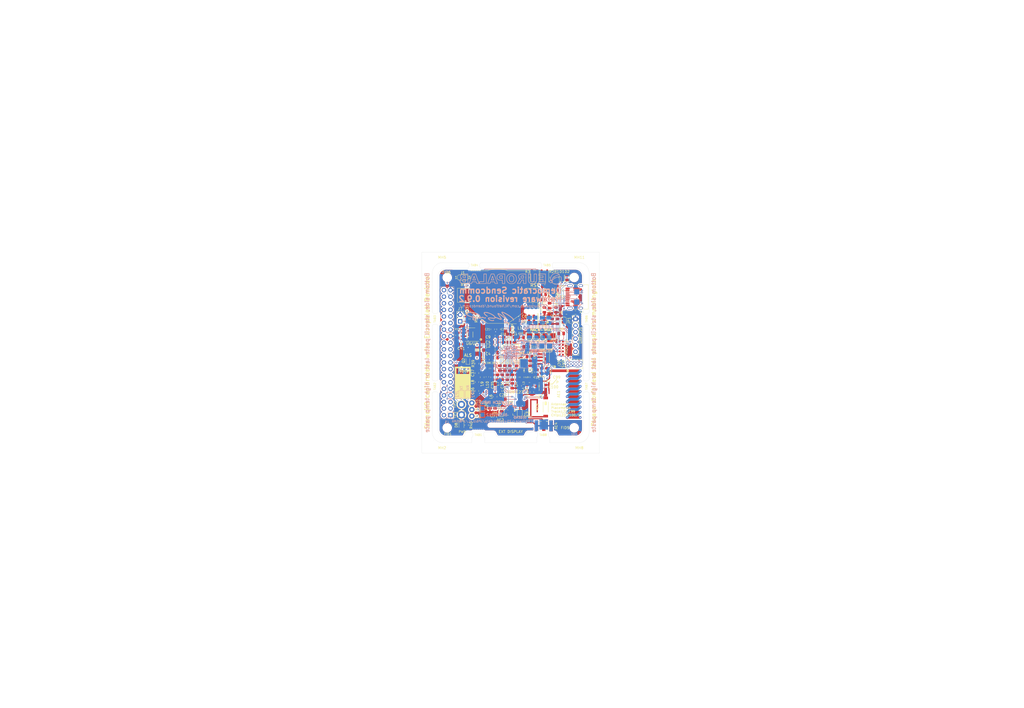
<source format=kicad_pcb>
(kicad_pcb (version 20171130) (host pcbnew 5.1.5+dfsg1-2build2)

  (general
    (thickness 1.6)
    (drawings 187)
    (tracks 1294)
    (zones 0)
    (modules 156)
    (nets 131)
  )

  (page A3)
  (title_block
    (title "Democratic Sendcomm")
    (date 2020-12-26)
    (rev 0.9.2)
    (company "Europalab Devices")
    (comment 1 "Copyright © 2020, Europalab Devices")
    (comment 2 "Fulfilling requirements of 20200210")
    (comment 3 "Pending quality assurance testing")
    (comment 4 "Release revision for manufacturing")
  )

  (layers
    (0 F.Cu signal)
    (1 In1.Cu power)
    (2 In2.Cu power)
    (31 B.Cu signal)
    (34 B.Paste user)
    (35 F.Paste user)
    (36 B.SilkS user)
    (37 F.SilkS user)
    (38 B.Mask user)
    (39 F.Mask user)
    (40 Dwgs.User user)
    (41 Cmts.User user)
    (44 Edge.Cuts user)
    (45 Margin user)
    (46 B.CrtYd user)
    (47 F.CrtYd user)
    (48 B.Fab user)
    (49 F.Fab user)
  )

  (setup
    (last_trace_width 0.09)
    (user_trace_width 0.1016)
    (user_trace_width 0.127)
    (user_trace_width 0.2)
    (user_trace_width 0.4)
    (user_trace_width 1.016)
    (trace_clearance 0.09)
    (zone_clearance 0.508)
    (zone_45_only no)
    (trace_min 0.09)
    (via_size 0.356)
    (via_drill 0.2)
    (via_min_size 0.356)
    (via_min_drill 0.2)
    (user_via 0.45 0.2)
    (user_via 0.6 0.3)
    (uvia_size 0.45)
    (uvia_drill 0.1)
    (uvias_allowed no)
    (uvia_min_size 0.45)
    (uvia_min_drill 0.1)
    (edge_width 0.1)
    (segment_width 0.1)
    (pcb_text_width 0.25)
    (pcb_text_size 1 1)
    (mod_edge_width 0.15)
    (mod_text_size 1 1)
    (mod_text_width 0.15)
    (pad_size 2 2)
    (pad_drill 0)
    (pad_to_mask_clearance 0)
    (aux_axis_origin 0 0)
    (visible_elements 7FFFFFFF)
    (pcbplotparams
      (layerselection 0x313fc_ffffffff)
      (usegerberextensions true)
      (usegerberattributes false)
      (usegerberadvancedattributes false)
      (creategerberjobfile false)
      (excludeedgelayer true)
      (linewidth 0.150000)
      (plotframeref false)
      (viasonmask false)
      (mode 1)
      (useauxorigin false)
      (hpglpennumber 1)
      (hpglpenspeed 20)
      (hpglpendiameter 15.000000)
      (psnegative false)
      (psa4output false)
      (plotreference true)
      (plotvalue true)
      (plotinvisibletext false)
      (padsonsilk false)
      (subtractmaskfromsilk false)
      (outputformat 1)
      (mirror false)
      (drillshape 0)
      (scaleselection 1)
      (outputdirectory "fabsingle"))
  )

  (net 0 "")
  (net 1 GND)
  (net 2 "Net-(AE1-Pad1)")
  (net 3 /Sheet5F53D5B4/RFSWPWR)
  (net 4 "Net-(C8-Pad1)")
  (net 5 /Sheet5F53D5B4/POWAMP)
  (net 6 "Net-(C13-Pad1)")
  (net 7 /Sheet5F53D5B4/HFOUT)
  (net 8 +3V3)
  (net 9 "Net-(C29-Pad1)")
  (net 10 /Sheet5F53D5B4/HPOUT)
  (net 11 /Sheet5F53D5B4/HFIN)
  (net 12 /Sheet5F53D5B4/BANDSEL)
  (net 13 "Net-(BT1-Pad1)")
  (net 14 /Sheet5F53D5B4/USB_BUS)
  (net 15 "Net-(C33-Pad1)")
  (net 16 "Net-(C34-Pad1)")
  (net 17 /Sheet5F53D5B4/CMDRST)
  (net 18 "Net-(D1-Pad2)")
  (net 19 "Net-(D1-Pad1)")
  (net 20 "Net-(D2-Pad1)")
  (net 21 "Net-(D2-Pad2)")
  (net 22 /Sheet5F53D5B4/USB_P)
  (net 23 /Sheet5F53D5B4/USB_N)
  (net 24 /Sheet60040980/ID_SD)
  (net 25 /Sheet60040980/ID_SC)
  (net 26 /Sheet5F53D5B4/SWDCLK)
  (net 27 "Net-(J3-Pad7)")
  (net 28 "Net-(J3-Pad8)")
  (net 29 "Net-(J4-Pad6)")
  (net 30 /Sheet5F53D5B4/CN_VBAT)
  (net 31 /Sheet5F53D5B4/XCEIV)
  (net 32 "Net-(AE5-Pad2)")
  (net 33 "Net-(C1-Pad1)")
  (net 34 "Net-(C7-Pad1)")
  (net 35 "Net-(C14-Pad1)")
  (net 36 "Net-(C17-Pad1)")
  (net 37 "Net-(C18-Pad2)")
  (net 38 "Net-(C19-Pad2)")
  (net 39 "Net-(C23-Pad2)")
  (net 40 "Net-(C23-Pad1)")
  (net 41 "Net-(C24-Pad1)")
  (net 42 "Net-(C24-Pad2)")
  (net 43 "Net-(C29-Pad2)")
  (net 44 "Net-(C33-Pad2)")
  (net 45 "Net-(C35-Pad2)")
  (net 46 "Net-(C40-Pad1)")
  (net 47 "Net-(J2-PadB5)")
  (net 48 "Net-(J2-PadA8)")
  (net 49 "Net-(J2-PadA5)")
  (net 50 "Net-(J2-PadB8)")
  (net 51 "Net-(J3-Pad2)")
  (net 52 "Net-(J3-Pad3)")
  (net 53 "Net-(J3-Pad4)")
  (net 54 "Net-(J3-Pad5)")
  (net 55 "Net-(J3-Pad10)")
  (net 56 "Net-(J3-Pad11)")
  (net 57 "Net-(J3-Pad12)")
  (net 58 "Net-(J3-Pad13)")
  (net 59 "Net-(J3-Pad15)")
  (net 60 "Net-(J3-Pad16)")
  (net 61 "Net-(J3-Pad18)")
  (net 62 "Net-(J3-Pad19)")
  (net 63 "Net-(J3-Pad21)")
  (net 64 "Net-(J3-Pad22)")
  (net 65 "Net-(J3-Pad23)")
  (net 66 "Net-(J3-Pad24)")
  (net 67 "Net-(J3-Pad26)")
  (net 68 "Net-(J3-Pad29)")
  (net 69 "Net-(J3-Pad31)")
  (net 70 "Net-(J3-Pad32)")
  (net 71 "Net-(J3-Pad33)")
  (net 72 "Net-(J3-Pad35)")
  (net 73 "Net-(J3-Pad36)")
  (net 74 "Net-(J3-Pad38)")
  (net 75 "Net-(J3-Pad40)")
  (net 76 "Net-(J4-Pad7)")
  (net 77 "Net-(J4-Pad8)")
  (net 78 "Net-(J5-Pad2)")
  (net 79 "Net-(J5-Pad3)")
  (net 80 "Net-(J5-Pad6)")
  (net 81 "Net-(J6-Pad1)")
  (net 82 "Net-(L1-Pad2)")
  (net 83 "Net-(R3-Pad1)")
  (net 84 "Net-(R4-Pad1)")
  (net 85 "Net-(R4-Pad2)")
  (net 86 "Net-(U2-Pad5)")
  (net 87 "Net-(U3-PadG1)")
  (net 88 "Net-(U3-PadH1)")
  (net 89 "Net-(U3-PadE3)")
  (net 90 "Net-(U3-PadE4)")
  (net 91 "Net-(U3-PadF4)")
  (net 92 "Net-(U3-PadC7)")
  (net 93 "Net-(U3-PadD7)")
  (net 94 "Net-(U3-PadD8)")
  (net 95 "Net-(U5-Pad3)")
  (net 96 "Net-(U5-Pad4)")
  (net 97 "Net-(U8-Pad7)")
  (net 98 "Net-(U8-Pad3)")
  (net 99 "Net-(U8-Pad2)")
  (net 100 "Net-(U8-Pad1)")
  (net 101 "Net-(U9-Pad1)")
  (net 102 "Net-(U9-Pad2)")
  (net 103 "Net-(U9-Pad3)")
  (net 104 "Net-(U9-Pad7)")
  (net 105 /Sheet5F53D5B4/SWDIO)
  (net 106 "Net-(AE2-Pad1)")
  (net 107 "Net-(AE4-Pad1)")
  (net 108 "Net-(AE5-Pad1)")
  (net 109 "Net-(J6-Pad2)")
  (net 110 "Net-(J6-Pad3)")
  (net 111 "Net-(J6-Pad4)")
  (net 112 "Net-(J7-Pad1)")
  (net 113 "Net-(C95-Pad1)")
  (net 114 /TP_SCL)
  (net 115 /TP_SDA)
  (net 116 "Net-(J20-Pad6)")
  (net 117 "Net-(J20-Pad7)")
  (net 118 "Net-(J20-Pad8)")
  (net 119 "Net-(Q2-Pad2)")
  (net 120 EXT_UART_TX)
  (net 121 EXT_UART_RX)
  (net 122 "Net-(D8-Pad2)")
  (net 123 USB_TST)
  (net 124 "Net-(TP13-Pad1)")
  (net 125 "Net-(C94-Pad2)")
  (net 126 "Net-(C96-Pad1)")
  (net 127 /Sheet5F53D5B4/CRY_XIN-RSVD)
  (net 128 /Sheet5F53D5B4/CRY_XOUT-RSVD)
  (net 129 "Net-(C97-Pad1)")
  (net 130 "Net-(C101-Pad1)")

  (net_class Default "This is the default net class."
    (clearance 0.09)
    (trace_width 0.09)
    (via_dia 0.356)
    (via_drill 0.2)
    (uvia_dia 0.45)
    (uvia_drill 0.1)
    (add_net +3V3)
    (add_net /Sheet5F53D5B4/BANDSEL)
    (add_net /Sheet5F53D5B4/CMDRST)
    (add_net /Sheet5F53D5B4/CN_VBAT)
    (add_net /Sheet5F53D5B4/CRY_XIN-RSVD)
    (add_net /Sheet5F53D5B4/CRY_XOUT-RSVD)
    (add_net /Sheet5F53D5B4/HFIN)
    (add_net /Sheet5F53D5B4/HFOUT)
    (add_net /Sheet5F53D5B4/HPOUT)
    (add_net /Sheet5F53D5B4/POWAMP)
    (add_net /Sheet5F53D5B4/RFSWPWR)
    (add_net /Sheet5F53D5B4/SWDCLK)
    (add_net /Sheet5F53D5B4/SWDIO)
    (add_net /Sheet5F53D5B4/USB_BUS)
    (add_net /Sheet5F53D5B4/USB_N)
    (add_net /Sheet5F53D5B4/USB_P)
    (add_net /Sheet5F53D5B4/XCEIV)
    (add_net /Sheet60040980/ID_SC)
    (add_net /Sheet60040980/ID_SD)
    (add_net /TP_SCL)
    (add_net /TP_SDA)
    (add_net EXT_UART_RX)
    (add_net EXT_UART_TX)
    (add_net GND)
    (add_net "Net-(AE1-Pad1)")
    (add_net "Net-(AE2-Pad1)")
    (add_net "Net-(AE4-Pad1)")
    (add_net "Net-(AE5-Pad1)")
    (add_net "Net-(AE5-Pad2)")
    (add_net "Net-(BT1-Pad1)")
    (add_net "Net-(C1-Pad1)")
    (add_net "Net-(C101-Pad1)")
    (add_net "Net-(C13-Pad1)")
    (add_net "Net-(C14-Pad1)")
    (add_net "Net-(C17-Pad1)")
    (add_net "Net-(C18-Pad2)")
    (add_net "Net-(C19-Pad2)")
    (add_net "Net-(C23-Pad1)")
    (add_net "Net-(C23-Pad2)")
    (add_net "Net-(C24-Pad1)")
    (add_net "Net-(C24-Pad2)")
    (add_net "Net-(C29-Pad1)")
    (add_net "Net-(C29-Pad2)")
    (add_net "Net-(C33-Pad1)")
    (add_net "Net-(C33-Pad2)")
    (add_net "Net-(C34-Pad1)")
    (add_net "Net-(C35-Pad2)")
    (add_net "Net-(C40-Pad1)")
    (add_net "Net-(C7-Pad1)")
    (add_net "Net-(C8-Pad1)")
    (add_net "Net-(C94-Pad2)")
    (add_net "Net-(C95-Pad1)")
    (add_net "Net-(C96-Pad1)")
    (add_net "Net-(C97-Pad1)")
    (add_net "Net-(D1-Pad1)")
    (add_net "Net-(D1-Pad2)")
    (add_net "Net-(D2-Pad1)")
    (add_net "Net-(D2-Pad2)")
    (add_net "Net-(D8-Pad2)")
    (add_net "Net-(J2-PadA5)")
    (add_net "Net-(J2-PadA8)")
    (add_net "Net-(J2-PadB5)")
    (add_net "Net-(J2-PadB8)")
    (add_net "Net-(J20-Pad6)")
    (add_net "Net-(J20-Pad7)")
    (add_net "Net-(J20-Pad8)")
    (add_net "Net-(J3-Pad10)")
    (add_net "Net-(J3-Pad11)")
    (add_net "Net-(J3-Pad12)")
    (add_net "Net-(J3-Pad13)")
    (add_net "Net-(J3-Pad15)")
    (add_net "Net-(J3-Pad16)")
    (add_net "Net-(J3-Pad18)")
    (add_net "Net-(J3-Pad19)")
    (add_net "Net-(J3-Pad2)")
    (add_net "Net-(J3-Pad21)")
    (add_net "Net-(J3-Pad22)")
    (add_net "Net-(J3-Pad23)")
    (add_net "Net-(J3-Pad24)")
    (add_net "Net-(J3-Pad26)")
    (add_net "Net-(J3-Pad29)")
    (add_net "Net-(J3-Pad3)")
    (add_net "Net-(J3-Pad31)")
    (add_net "Net-(J3-Pad32)")
    (add_net "Net-(J3-Pad33)")
    (add_net "Net-(J3-Pad35)")
    (add_net "Net-(J3-Pad36)")
    (add_net "Net-(J3-Pad38)")
    (add_net "Net-(J3-Pad4)")
    (add_net "Net-(J3-Pad40)")
    (add_net "Net-(J3-Pad5)")
    (add_net "Net-(J3-Pad7)")
    (add_net "Net-(J3-Pad8)")
    (add_net "Net-(J4-Pad6)")
    (add_net "Net-(J4-Pad7)")
    (add_net "Net-(J4-Pad8)")
    (add_net "Net-(J5-Pad2)")
    (add_net "Net-(J5-Pad3)")
    (add_net "Net-(J5-Pad6)")
    (add_net "Net-(J6-Pad1)")
    (add_net "Net-(J6-Pad2)")
    (add_net "Net-(J6-Pad3)")
    (add_net "Net-(J6-Pad4)")
    (add_net "Net-(J7-Pad1)")
    (add_net "Net-(L1-Pad2)")
    (add_net "Net-(Q2-Pad2)")
    (add_net "Net-(R3-Pad1)")
    (add_net "Net-(R4-Pad1)")
    (add_net "Net-(R4-Pad2)")
    (add_net "Net-(TP13-Pad1)")
    (add_net "Net-(U2-Pad5)")
    (add_net "Net-(U3-PadC7)")
    (add_net "Net-(U3-PadD7)")
    (add_net "Net-(U3-PadD8)")
    (add_net "Net-(U3-PadE3)")
    (add_net "Net-(U3-PadE4)")
    (add_net "Net-(U3-PadF4)")
    (add_net "Net-(U3-PadG1)")
    (add_net "Net-(U3-PadH1)")
    (add_net "Net-(U5-Pad3)")
    (add_net "Net-(U5-Pad4)")
    (add_net "Net-(U8-Pad1)")
    (add_net "Net-(U8-Pad2)")
    (add_net "Net-(U8-Pad3)")
    (add_net "Net-(U8-Pad7)")
    (add_net "Net-(U9-Pad1)")
    (add_net "Net-(U9-Pad2)")
    (add_net "Net-(U9-Pad3)")
    (add_net "Net-(U9-Pad7)")
    (add_net USB_TST)
  )

  (net_class Power ""
    (clearance 0.2)
    (trace_width 0.5)
    (via_dia 1)
    (via_drill 0.7)
    (uvia_dia 0.5)
    (uvia_drill 0.1)
  )

  (module Connector_PinHeader_2.54mm:PinHeader_1x06_P2.54mm_Vertical (layer F.Cu) (tedit 59FED5CC) (tstamp 5FF83409)
    (at 235 135)
    (descr "Through hole straight pin header, 1x06, 2.54mm pitch, single row")
    (tags "Through hole pin header THT 1x06 2.54mm single row")
    (path /60040981/6006812D)
    (fp_text reference J5 (at 2 5 90) (layer F.SilkS)
      (effects (font (size 1 1) (thickness 0.15)) (justify left))
    )
    (fp_text value Conn_01x06_Male (at 4.385 14.97) (layer F.Fab)
      (effects (font (size 1 1) (thickness 0.15)))
    )
    (fp_text user %R (at 2.77 6.35 90) (layer F.Fab)
      (effects (font (size 1 1) (thickness 0.15)))
    )
    (fp_line (start 1.8 -1.8) (end -1.8 -1.8) (layer F.CrtYd) (width 0.05))
    (fp_line (start 1.8 14.5) (end 1.8 -1.8) (layer F.CrtYd) (width 0.05))
    (fp_line (start -1.8 14.5) (end 1.8 14.5) (layer F.CrtYd) (width 0.05))
    (fp_line (start -1.8 -1.8) (end -1.8 14.5) (layer F.CrtYd) (width 0.05))
    (fp_line (start -1.33 -1.33) (end 0 -1.33) (layer F.SilkS) (width 0.12))
    (fp_line (start -1.33 0) (end -1.33 -1.33) (layer F.SilkS) (width 0.12))
    (fp_line (start -1.33 1.27) (end 1.33 1.27) (layer F.SilkS) (width 0.12))
    (fp_line (start 1.33 1.27) (end 1.33 14.03) (layer F.SilkS) (width 0.12))
    (fp_line (start -1.33 1.27) (end -1.33 14.03) (layer F.SilkS) (width 0.12))
    (fp_line (start -1.33 14.03) (end 1.33 14.03) (layer F.SilkS) (width 0.12))
    (fp_line (start -1.27 -0.635) (end -0.635 -1.27) (layer F.Fab) (width 0.1))
    (fp_line (start -1.27 13.97) (end -1.27 -0.635) (layer F.Fab) (width 0.1))
    (fp_line (start 1.27 13.97) (end -1.27 13.97) (layer F.Fab) (width 0.1))
    (fp_line (start 1.27 -1.27) (end 1.27 13.97) (layer F.Fab) (width 0.1))
    (fp_line (start -0.635 -1.27) (end 1.27 -1.27) (layer F.Fab) (width 0.1))
    (pad 6 thru_hole oval (at 0 12.7) (size 1.7 1.7) (drill 1) (layers *.Cu *.Mask)
      (net 80 "Net-(J5-Pad6)"))
    (pad 5 thru_hole oval (at 0 10.16) (size 1.7 1.7) (drill 1) (layers *.Cu *.Mask)
      (net 120 EXT_UART_TX))
    (pad 4 thru_hole oval (at 0 7.62) (size 1.7 1.7) (drill 1) (layers *.Cu *.Mask)
      (net 121 EXT_UART_RX))
    (pad 3 thru_hole oval (at 0 5.08) (size 1.7 1.7) (drill 1) (layers *.Cu *.Mask)
      (net 79 "Net-(J5-Pad3)"))
    (pad 2 thru_hole oval (at 0 2.54) (size 1.7 1.7) (drill 1) (layers *.Cu *.Mask)
      (net 78 "Net-(J5-Pad2)"))
    (pad 1 thru_hole rect (at 0 0) (size 1.7 1.7) (drill 1) (layers *.Cu *.Mask)
      (net 1 GND))
    (model ${KISYS3DMOD}/Connector_PinHeader_2.54mm.3dshapes/PinHeader_1x06_P2.54mm_Vertical.wrl
      (at (xyz 0 0 0))
      (scale (xyz 1 1 1))
      (rotate (xyz 0 0 0))
    )
  )

  (module RF_Antenna:Texas_SWRA416_868MHz_915MHz (layer F.Cu) (tedit 5CF40AFD) (tstamp 5F686F31)
    (at 231 164 270)
    (descr http://www.ti.com/lit/an/swra416/swra416.pdf)
    (tags "PCB antenna")
    (path /5F5C0728/60008187)
    (attr smd)
    (fp_text reference AE1 (at 0 2.5 90) (layer F.SilkS)
      (effects (font (size 1 1) (thickness 0.15)))
    )
    (fp_text value Antenna (at 0.1 -7.6 90) (layer F.Fab)
      (effects (font (size 1 1) (thickness 0.15)))
    )
    (fp_line (start 9.7 2.1) (end 6.2 5.7) (layer Dwgs.User) (width 0.12))
    (fp_line (start 9.7 0.1) (end 4.3 5.7) (layer Dwgs.User) (width 0.12))
    (fp_line (start 9.7 -1.9) (end 2.3 5.7) (layer Dwgs.User) (width 0.12))
    (fp_line (start 9.7 -3.9) (end 0.2 5.7) (layer Dwgs.User) (width 0.12))
    (fp_line (start 9.7 -5.9) (end -1.8 5.7) (layer Dwgs.User) (width 0.12))
    (fp_line (start 8.3 -6.5) (end -3.8 5.7) (layer Dwgs.User) (width 0.12))
    (fp_line (start 6.3 -6.5) (end -5.8 5.7) (layer Dwgs.User) (width 0.12))
    (fp_line (start 4.3 -6.5) (end -7.8 5.7) (layer Dwgs.User) (width 0.12))
    (fp_line (start -9.7 5.5) (end 2.3 -6.5) (layer Dwgs.User) (width 0.12))
    (fp_line (start -9.7 3.5) (end 0.3 -6.5) (layer Dwgs.User) (width 0.12))
    (fp_line (start -9.7 1.5) (end -1.7 -6.5) (layer Dwgs.User) (width 0.12))
    (fp_line (start -9.7 -0.5) (end -3.7 -6.5) (layer Dwgs.User) (width 0.12))
    (fp_line (start -9.7 -2.5) (end -5.7 -6.5) (layer Dwgs.User) (width 0.12))
    (fp_line (start -9.7 -4.5) (end -7.7 -6.5) (layer Dwgs.User) (width 0.12))
    (fp_line (start 9.7 -6.5) (end -9.7 -6.5) (layer Dwgs.User) (width 0.15))
    (fp_line (start 9.7 5.7) (end 9.7 -6.5) (layer Dwgs.User) (width 0.15))
    (fp_line (start -9.7 5.7) (end 9.7 5.7) (layer Dwgs.User) (width 0.15))
    (fp_line (start -9.7 -6.5) (end -9.7 5.7) (layer Dwgs.User) (width 0.15))
    (fp_line (start 7 -5.8) (end 8 -4.8) (layer B.Cu) (width 1))
    (fp_line (start 8 -1.8) (end 9 -0.8) (layer B.Cu) (width 1))
    (fp_line (start 8 -4.8) (end 8 -1.8) (layer B.Cu) (width 1))
    (fp_line (start 9 -5.8) (end 9 -0.8) (layer F.Cu) (width 1))
    (fp_line (start 5 -5.8) (end 6 -4.8) (layer B.Cu) (width 1))
    (fp_line (start 6 -1.8) (end 7 -0.8) (layer B.Cu) (width 1))
    (fp_line (start 6 -4.8) (end 6 -1.8) (layer B.Cu) (width 1))
    (fp_line (start 7 -5.8) (end 7 -0.8) (layer F.Cu) (width 1))
    (fp_line (start 3 -5.8) (end 4 -4.8) (layer B.Cu) (width 1))
    (fp_line (start 4 -1.8) (end 5 -0.8) (layer B.Cu) (width 1))
    (fp_line (start 4 -4.8) (end 4 -1.8) (layer B.Cu) (width 1))
    (fp_line (start 5 -5.8) (end 5 -0.8) (layer F.Cu) (width 1))
    (fp_line (start 1 -5.8) (end 2 -4.8) (layer B.Cu) (width 1))
    (fp_line (start 2 -1.8) (end 3 -0.8) (layer B.Cu) (width 1))
    (fp_line (start 2 -4.8) (end 2 -1.8) (layer B.Cu) (width 1))
    (fp_line (start 3 -5.8) (end 3 -0.8) (layer F.Cu) (width 1))
    (fp_line (start -1 -5.8) (end 0 -4.8) (layer B.Cu) (width 1))
    (fp_line (start 0 -1.8) (end 1 -0.8) (layer B.Cu) (width 1))
    (fp_line (start 0 -4.8) (end 0 -1.8) (layer B.Cu) (width 1))
    (fp_line (start 1 -5.8) (end 1 -0.8) (layer F.Cu) (width 1))
    (fp_line (start -3 -5.8) (end -2 -4.8) (layer B.Cu) (width 1))
    (fp_line (start -2 -1.8) (end -1 -0.8) (layer B.Cu) (width 1))
    (fp_line (start -2 -4.8) (end -2 -1.8) (layer B.Cu) (width 1))
    (fp_line (start -1 -5.8) (end -1 -0.8) (layer F.Cu) (width 1))
    (fp_line (start -4 -4.8) (end -4 -1.8) (layer B.Cu) (width 1))
    (fp_line (start -5 -5.8) (end -4 -4.8) (layer B.Cu) (width 1))
    (fp_line (start -4 -1.8) (end -3 -0.8) (layer B.Cu) (width 1))
    (fp_line (start -3 -5.8) (end -3 -0.8) (layer F.Cu) (width 1))
    (fp_line (start -6 -4.8) (end -6 -1.8) (layer B.Cu) (width 1))
    (fp_line (start -7 -5.8) (end -6 -4.8) (layer B.Cu) (width 1))
    (fp_line (start -6 -1.8) (end -5 -0.8) (layer B.Cu) (width 1))
    (fp_line (start -5 -5.8) (end -5 -0.8) (layer F.Cu) (width 1))
    (fp_line (start -7 -5.8) (end -7 -0.8) (layer F.Cu) (width 1))
    (fp_line (start -9 5.2) (end -9 -5.8) (layer F.Cu) (width 1))
    (fp_line (start -9 -5.8) (end -8 -4.8) (layer B.Cu) (width 1))
    (fp_line (start -8 -4.8) (end -8 -1.8) (layer B.Cu) (width 1))
    (fp_line (start -8 -1.8) (end -7 -0.8) (layer B.Cu) (width 1))
    (fp_line (start 9.7 4.1) (end 8.2 5.7) (layer Dwgs.User) (width 0.12))
    (fp_line (start -9.9 -6.7) (end -9.9 5.9) (layer F.CrtYd) (width 0.05))
    (fp_line (start -9.9 5.9) (end 9.9 5.9) (layer F.CrtYd) (width 0.05))
    (fp_line (start 9.9 5.9) (end 9.9 -6.7) (layer F.CrtYd) (width 0.05))
    (fp_line (start 9.9 -6.7) (end -9.9 -6.7) (layer F.CrtYd) (width 0.05))
    (fp_line (start 9.9 -6.7) (end -9.9 -6.7) (layer B.CrtYd) (width 0.05))
    (fp_line (start 9.9 5.9) (end 9.9 -6.7) (layer B.CrtYd) (width 0.05))
    (fp_line (start -9.9 -6.7) (end -9.9 5.9) (layer B.CrtYd) (width 0.05))
    (fp_line (start -9.9 5.9) (end 9.9 5.9) (layer B.CrtYd) (width 0.05))
    (fp_text user "KEEP-OUT ZONE" (at 1 -2.8 90) (layer Cmts.User)
      (effects (font (size 1 1) (thickness 0.15)))
    )
    (fp_text user "No metal, traces or " (at 1 0.2 90) (layer Cmts.User)
      (effects (font (size 1 1) (thickness 0.15)))
    )
    (fp_text user "any components on" (at 1 2.2 90) (layer Cmts.User)
      (effects (font (size 1 1) (thickness 0.15)))
    )
    (fp_text user " any PCB layer." (at 1 4.2 90) (layer Cmts.User)
      (effects (font (size 1 1) (thickness 0.15)))
    )
    (fp_text user %R (at -0.4 6.6 90) (layer F.Fab)
      (effects (font (size 1 1) (thickness 0.15)))
    )
    (pad "" thru_hole circle (at 9 -0.8 90) (size 1 1) (drill 0.4) (layers *.Cu))
    (pad "" thru_hole circle (at 9 -5.8 90) (size 1 1) (drill 0.4) (layers *.Cu))
    (pad "" thru_hole circle (at 7 -5.8 90) (size 1 1) (drill 0.4) (layers *.Cu))
    (pad "" thru_hole circle (at 7 -0.8 90) (size 1 1) (drill 0.4) (layers *.Cu))
    (pad "" thru_hole circle (at 5 -0.8 90) (size 1 1) (drill 0.4) (layers *.Cu))
    (pad "" thru_hole circle (at 5 -5.8 90) (size 1 1) (drill 0.4) (layers *.Cu))
    (pad "" thru_hole circle (at 3 -0.8 90) (size 1 1) (drill 0.4) (layers *.Cu))
    (pad "" thru_hole circle (at 3 -5.8 90) (size 1 1) (drill 0.4) (layers *.Cu))
    (pad "" thru_hole circle (at 1 -5.8 90) (size 1 1) (drill 0.4) (layers *.Cu))
    (pad "" thru_hole circle (at 1 -0.8 90) (size 1 1) (drill 0.4) (layers *.Cu))
    (pad "" thru_hole circle (at -1 -0.8 90) (size 1 1) (drill 0.4) (layers *.Cu))
    (pad "" thru_hole circle (at -1 -5.8 90) (size 1 1) (drill 0.4) (layers *.Cu))
    (pad "" thru_hole circle (at -3 -5.8 90) (size 1 1) (drill 0.4) (layers *.Cu))
    (pad "" thru_hole circle (at -3 -0.8 90) (size 1 1) (drill 0.4) (layers *.Cu))
    (pad "" thru_hole circle (at -5 -0.8 90) (size 1 1) (drill 0.4) (layers *.Cu))
    (pad "" thru_hole circle (at -5 -5.8 90) (size 1 1) (drill 0.4) (layers *.Cu))
    (pad "" thru_hole circle (at -7 -5.8 90) (size 1 1) (drill 0.4) (layers *.Cu))
    (pad "" thru_hole circle (at -7 -0.8 90) (size 1 1) (drill 0.4) (layers *.Cu))
    (pad "" thru_hole circle (at -9 -5.8 90) (size 1 1) (drill 0.4) (layers *.Cu))
    (pad 1 smd trapezoid (at -9 5.9 90) (size 0.4 0.8) (rect_delta 0 0.3 ) (layers F.Cu)
      (net 2 "Net-(AE1-Pad1)"))
  )

  (module Elabdev:Panel_Mousetab_25mm_Single (layer F.Cu) (tedit 5CD9E502) (tstamp 5FEC726C)
    (at 222.5 179.75 90)
    (path /5CD9EB0D)
    (fp_text reference TAB8 (at 0 0) (layer F.SilkS)
      (effects (font (size 0.8 0.8) (thickness 0.13)))
    )
    (fp_text value Pantab (at -3.25 0 180) (layer F.Fab)
      (effects (font (size 1 1) (thickness 0.15)))
    )
    (fp_line (start 1.25 -2.2) (end 1.25 2.2) (layer F.Fab) (width 0.15))
    (fp_line (start -1.25 -2.2) (end -1.25 2.2) (layer F.Fab) (width 0.15))
    (fp_line (start 2.1 -2.6) (end 2.1 2.6) (layer F.CrtYd) (width 0.15))
    (fp_line (start 2.1 2.6) (end -2.1 2.6) (layer F.CrtYd) (width 0.15))
    (fp_line (start -2.1 2.6) (end -2.1 -2.6) (layer F.CrtYd) (width 0.15))
    (fp_line (start -2.1 -2.6) (end 2.1 -2.6) (layer F.CrtYd) (width 0.15))
    (pad "" np_thru_hole circle (at 1.35 2 90) (size 0.5 0.5) (drill 0.5) (layers *.Cu))
    (pad "" np_thru_hole circle (at 1.35 1.2 90) (size 0.5 0.5) (drill 0.5) (layers *.Cu))
    (pad "" np_thru_hole circle (at 1.35 0.4 90) (size 0.5 0.5) (drill 0.5) (layers *.Cu))
    (pad "" np_thru_hole circle (at 1.35 -0.4 90) (size 0.5 0.5) (drill 0.5) (layers *.Cu))
    (pad "" np_thru_hole circle (at 1.35 -1.2 90) (size 0.5 0.5) (drill 0.5) (layers *.Cu))
    (pad "" np_thru_hole circle (at 1.35 -2 90) (size 0.5 0.5) (drill 0.5) (layers *.Cu))
  )

  (module Capacitor_SMD:C_0805_2012Metric (layer F.Cu) (tedit 5B36C52B) (tstamp 5FEB8111)
    (at 211.5 143.0625 270)
    (descr "Capacitor SMD 0805 (2012 Metric), square (rectangular) end terminal, IPC_7351 nominal, (Body size source: https://docs.google.com/spreadsheets/d/1BsfQQcO9C6DZCsRaXUlFlo91Tg2WpOkGARC1WS5S8t0/edit?usp=sharing), generated with kicad-footprint-generator")
    (tags capacitor)
    (path /5F53D5B5/5F609CF5)
    (attr smd)
    (fp_text reference C19 (at -2.0625 0 180) (layer F.SilkS)
      (effects (font (size 0.7 0.7) (thickness 0.1)))
    )
    (fp_text value 15pF (at 0 1.65 90) (layer F.Fab)
      (effects (font (size 1 1) (thickness 0.15)))
    )
    (fp_line (start -1 0.6) (end -1 -0.6) (layer F.Fab) (width 0.1))
    (fp_line (start -1 -0.6) (end 1 -0.6) (layer F.Fab) (width 0.1))
    (fp_line (start 1 -0.6) (end 1 0.6) (layer F.Fab) (width 0.1))
    (fp_line (start 1 0.6) (end -1 0.6) (layer F.Fab) (width 0.1))
    (fp_line (start -0.258578 -0.71) (end 0.258578 -0.71) (layer F.SilkS) (width 0.12))
    (fp_line (start -0.258578 0.71) (end 0.258578 0.71) (layer F.SilkS) (width 0.12))
    (fp_line (start -1.68 0.95) (end -1.68 -0.95) (layer F.CrtYd) (width 0.05))
    (fp_line (start -1.68 -0.95) (end 1.68 -0.95) (layer F.CrtYd) (width 0.05))
    (fp_line (start 1.68 -0.95) (end 1.68 0.95) (layer F.CrtYd) (width 0.05))
    (fp_line (start 1.68 0.95) (end -1.68 0.95) (layer F.CrtYd) (width 0.05))
    (fp_text user %R (at 0 0 90) (layer F.Fab)
      (effects (font (size 0.5 0.5) (thickness 0.08)))
    )
    (pad 1 smd roundrect (at -0.9375 0 270) (size 0.975 1.4) (layers F.Cu F.Paste F.Mask) (roundrect_rratio 0.25)
      (net 1 GND))
    (pad 2 smd roundrect (at 0.9375 0 270) (size 0.975 1.4) (layers F.Cu F.Paste F.Mask) (roundrect_rratio 0.25)
      (net 38 "Net-(C19-Pad2)"))
    (model ${KISYS3DMOD}/Capacitor_SMD.3dshapes/C_0805_2012Metric.wrl
      (at (xyz 0 0 0))
      (scale (xyz 1 1 1))
      (rotate (xyz 0 0 0))
    )
  )

  (module Elabdev:Meinkuerz_sign_480dpi (layer B.Cu) (tedit 0) (tstamp 5FBE809B)
    (at 202 134 180)
    (fp_text reference G1 (at 0 0) (layer B.SilkS) hide
      (effects (font (size 1.524 1.524) (thickness 0.3)) (justify mirror))
    )
    (fp_text value Meinkuerzel_signature (at 0.75 0) (layer B.SilkS) hide
      (effects (font (size 1.524 1.524) (thickness 0.3)) (justify mirror))
    )
    (fp_poly (pts (xy 7.849084 1.675651) (xy 8.303148 1.632827) (xy 8.685942 1.550363) (xy 8.876057 1.481326)
      (xy 9.07938 1.34976) (xy 9.204465 1.178624) (xy 9.241225 0.986809) (xy 9.210768 0.854557)
      (xy 9.078684 0.643748) (xy 8.864557 0.429964) (xy 8.589687 0.233059) (xy 8.471807 0.165759)
      (xy 8.232808 0.053863) (xy 7.923436 -0.068816) (xy 7.576824 -0.190996) (xy 7.226108 -0.301392)
      (xy 6.904421 -0.388723) (xy 6.731621 -0.426811) (xy 6.398868 -0.490816) (xy 6.556265 -0.586535)
      (xy 6.736632 -0.743549) (xy 6.819572 -0.938245) (xy 6.82625 -1.022915) (xy 6.780462 -1.15416)
      (xy 6.660466 -1.295963) (xy 6.49231 -1.424979) (xy 6.30204 -1.517866) (xy 6.258842 -1.531402)
      (xy 6.0446 -1.569955) (xy 5.805186 -1.581627) (xy 5.582286 -1.566858) (xy 5.417587 -1.526091)
      (xy 5.409578 -1.522402) (xy 5.285381 -1.409276) (xy 5.232727 -1.237525) (xy 5.243042 -1.133742)
      (xy 5.545646 -1.133742) (xy 5.569322 -1.243922) (xy 5.599007 -1.270742) (xy 5.725804 -1.30367)
      (xy 5.911501 -1.301091) (xy 6.117136 -1.267785) (xy 6.303743 -1.20853) (xy 6.368163 -1.176419)
      (xy 6.483421 -1.090411) (xy 6.547775 -1.006994) (xy 6.550669 -0.996984) (xy 6.519163 -0.903747)
      (xy 6.404517 -0.814537) (xy 6.229026 -0.742568) (xy 6.060328 -0.706358) (xy 5.903418 -0.693399)
      (xy 5.806355 -0.717484) (xy 5.726223 -0.79035) (xy 5.718194 -0.79992) (xy 5.596762 -0.979847)
      (xy 5.545646 -1.133742) (xy 5.243042 -1.133742) (xy 5.253531 -1.028227) (xy 5.344918 -0.810631)
      (xy 5.442538 -0.642303) (xy 5.295353 -0.646487) (xy 5.12125 -0.625399) (xy 5.035885 -0.550663)
      (xy 5.027083 -0.501447) (xy 5.075804 -0.410776) (xy 5.222941 -0.351671) (xy 5.469958 -0.32355)
      (xy 5.476875 -0.323261) (xy 5.599677 -0.314345) (xy 5.697993 -0.289875) (xy 5.794712 -0.235966)
      (xy 5.912725 -0.138734) (xy 6.074923 0.015705) (xy 6.138333 0.077935) (xy 6.357426 0.284825)
      (xy 6.520758 0.415811) (xy 6.63982 0.476704) (xy 6.726105 0.473318) (xy 6.791106 0.411464)
      (xy 6.792772 0.408883) (xy 6.813029 0.349999) (xy 6.787897 0.281807) (xy 6.704882 0.184844)
      (xy 6.561666 0.048946) (xy 6.270625 -0.217166) (xy 6.532899 -0.183078) (xy 6.900304 -0.115245)
      (xy 7.289474 -0.008645) (xy 7.678243 0.127507) (xy 8.044445 0.283994) (xy 8.365914 0.451601)
      (xy 8.620483 0.621112) (xy 8.749193 0.738377) (xy 8.856936 0.865956) (xy 8.92727 0.965202)
      (xy 8.942916 1.001728) (xy 8.895983 1.084773) (xy 8.773369 1.176095) (xy 8.602358 1.259484)
      (xy 8.410231 1.318727) (xy 8.408998 1.318992) (xy 8.149682 1.354937) (xy 7.8128 1.371973)
      (xy 7.424917 1.370093) (xy 7.012599 1.349291) (xy 6.686734 1.319437) (xy 6.066773 1.222977)
      (xy 5.517194 1.081213) (xy 5.043989 0.897075) (xy 4.653152 0.673494) (xy 4.350673 0.413401)
      (xy 4.142546 0.119727) (xy 4.114637 0.061443) (xy 4.047094 -0.15251) (xy 4.06025 -0.336634)
      (xy 4.160207 -0.518581) (xy 4.270456 -0.644496) (xy 4.390411 -0.79173) (xy 4.431252 -0.900383)
      (xy 4.427296 -0.922309) (xy 4.357272 -0.99719) (xy 4.242023 -0.977517) (xy 4.082983 -0.863726)
      (xy 4.010682 -0.795217) (xy 3.879838 -0.680755) (xy 3.765594 -0.608691) (xy 3.712637 -0.594925)
      (xy 3.6215 -0.594723) (xy 3.455888 -0.585507) (xy 3.246599 -0.569127) (xy 3.175 -0.562633)
      (xy 2.951086 -0.544014) (xy 2.793821 -0.54282) (xy 2.664643 -0.565021) (xy 2.524987 -0.61659)
      (xy 2.371034 -0.687127) (xy 2.100169 -0.795663) (xy 1.89262 -0.837972) (xy 1.841867 -0.837015)
      (xy 1.72083 -0.812158) (xy 1.663036 -0.745697) (xy 1.637803 -0.635) (xy 1.623821 -0.491701)
      (xy 1.628566 -0.389706) (xy 1.630235 -0.383646) (xy 1.692219 -0.322789) (xy 1.789679 -0.330876)
      (xy 1.885465 -0.399867) (xy 1.916539 -0.445597) (xy 1.984375 -0.573694) (xy 2.371569 -0.384068)
      (xy 2.758764 -0.194442) (xy 3.165319 -0.256321) (xy 3.413597 -0.293214) (xy 3.576071 -0.310583)
      (xy 3.67165 -0.304292) (xy 3.719238 -0.270208) (xy 3.737742 -0.204195) (xy 3.744012 -0.129767)
      (xy 3.817818 0.177969) (xy 3.989413 0.470621) (xy 4.251219 0.74303) (xy 4.595656 0.99004)
      (xy 5.015149 1.206492) (xy 5.502117 1.387229) (xy 6.048984 1.527094) (xy 6.228561 1.561184)
      (xy 6.794861 1.64034) (xy 7.340678 1.678326) (xy 7.849084 1.675651)) (layer B.SilkS) (width 0.01))
    (fp_poly (pts (xy -4.580024 1.756567) (xy -4.544854 1.74305) (xy -4.466016 1.67622) (xy -4.437143 1.580417)
      (xy -4.461964 1.447967) (xy -4.544204 1.271201) (xy -4.68759 1.042447) (xy -4.895848 0.754033)
      (xy -5.172705 0.39829) (xy -5.237349 0.3175) (xy -5.411926 0.098408) (xy -5.577817 -0.112809)
      (xy -5.714811 -0.290245) (xy -5.794689 -0.396875) (xy -5.948296 -0.608542) (xy -5.791961 -0.468507)
      (xy -5.700695 -0.392772) (xy -5.541009 -0.266466) (xy -5.329307 -0.10231) (xy -5.081994 0.086977)
      (xy -4.815472 0.288675) (xy -4.815417 0.288716) (xy -4.345432 0.631252) (xy -3.946225 0.897872)
      (xy -3.615767 1.089474) (xy -3.352032 1.206955) (xy -3.152989 1.251211) (xy -3.016612 1.223138)
      (xy -2.940872 1.123633) (xy -2.939055 1.118116) (xy -2.92791 1.023519) (xy -2.955738 0.908417)
      (xy -3.029742 0.759005) (xy -3.157121 0.561475) (xy -3.345079 0.302021) (xy -3.409058 0.217037)
      (xy -3.654587 -0.113597) (xy -3.860834 -0.404313) (xy -4.022275 -0.646491) (xy -4.133388 -0.831509)
      (xy -4.188652 -0.950744) (xy -4.185335 -0.994958) (xy -4.120655 -0.981486) (xy -3.976478 -0.932768)
      (xy -3.770527 -0.855371) (xy -3.520529 -0.755864) (xy -3.349225 -0.685128) (xy -3.06462 -0.570045)
      (xy -2.797019 -0.469163) (xy -2.569108 -0.390505) (xy -2.403576 -0.342097) (xy -2.349431 -0.331513)
      (xy -2.183877 -0.291941) (xy -2.07811 -0.206425) (xy -2.041672 -0.151915) (xy -1.850086 0.096101)
      (xy -1.567603 0.354844) (xy -1.207453 0.616123) (xy -0.78287 0.87175) (xy -0.307084 1.113536)
      (xy 0.206672 1.333293) (xy 0.574448 1.467145) (xy 0.853452 1.556991) (xy 1.074831 1.61415)
      (xy 1.278935 1.645957) (xy 1.506112 1.659747) (xy 1.647661 1.662241) (xy 1.89537 1.661355)
      (xy 2.061526 1.650821) (xy 2.170245 1.626908) (xy 2.245641 1.585888) (xy 2.269431 1.566069)
      (xy 2.364656 1.413892) (xy 2.378536 1.21834) (xy 2.31231 1.002224) (xy 2.231511 0.867835)
      (xy 2.055394 0.653788) (xy 1.846452 0.444397) (xy 1.622129 0.252501) (xy 1.399873 0.090942)
      (xy 1.19713 -0.02744) (xy 1.031346 -0.089804) (xy 0.931657 -0.088852) (xy 0.853749 -0.025156)
      (xy 0.874571 0.06423) (xy 0.991583 0.174246) (xy 1.09802 0.242886) (xy 1.314624 0.387246)
      (xy 1.527802 0.560014) (xy 1.72429 0.746283) (xy 1.890825 0.931146) (xy 2.014146 1.099697)
      (xy 2.080988 1.237027) (xy 2.078088 1.32823) (xy 2.071165 1.336667) (xy 1.954541 1.387475)
      (xy 1.756832 1.400928) (xy 1.494763 1.380087) (xy 1.185063 1.328013) (xy 0.844457 1.247766)
      (xy 0.489674 1.142406) (xy 0.137439 1.014995) (xy -0.00172 0.957368) (xy -0.385109 0.777304)
      (xy -0.74297 0.581237) (xy -1.065571 0.377182) (xy -1.343179 0.173152) (xy -1.566062 -0.022838)
      (xy -1.724487 -0.202776) (xy -1.808722 -0.358647) (xy -1.809035 -0.482438) (xy -1.789329 -0.514562)
      (xy -1.69188 -0.558953) (xy -1.49842 -0.578536) (xy -1.2158 -0.573404) (xy -0.850872 -0.543648)
      (xy -0.464887 -0.496867) (xy -0.056607 -0.452123) (xy 0.260382 -0.442712) (xy 0.494773 -0.469264)
      (xy 0.655256 -0.532408) (xy 0.714552 -0.58228) (xy 0.776217 -0.725165) (xy 0.746162 -0.908878)
      (xy 0.632079 -1.115352) (xy 0.45893 -1.290216) (xy 0.2117 -1.450188) (xy -0.085638 -1.588107)
      (xy -0.409112 -1.696809) (xy -0.734748 -1.769134) (xy -1.038572 -1.797919) (xy -1.296612 -1.776003)
      (xy -1.42875 -1.731015) (xy -1.546706 -1.617759) (xy -1.577815 -1.519827) (xy -1.560687 -1.389395)
      (xy -1.486335 -1.336349) (xy -1.378138 -1.369493) (xy -1.317893 -1.421952) (xy -1.19986 -1.505637)
      (xy -1.092449 -1.534584) (xy -0.859949 -1.513387) (xy -0.579373 -1.457345) (xy -0.297878 -1.377776)
      (xy -0.068589 -1.288836) (xy 0.116249 -1.181832) (xy 0.284174 -1.050661) (xy 0.411262 -0.917533)
      (xy 0.473586 -0.804658) (xy 0.47625 -0.783054) (xy 0.425256 -0.757675) (xy 0.277287 -0.748743)
      (xy 0.039858 -0.755912) (xy -0.279513 -0.778835) (xy -0.673311 -0.817167) (xy -0.956033 -0.849048)
      (xy -1.308534 -0.882196) (xy -1.57585 -0.8857) (xy -1.774982 -0.85746) (xy -1.922933 -0.795374)
      (xy -2.017888 -0.717835) (xy -2.096716 -0.653738) (xy -2.190635 -0.62131) (xy -2.313833 -0.623423)
      (xy -2.480498 -0.662945) (xy -2.704818 -0.742748) (xy -3.00098 -0.865702) (xy -3.216817 -0.960383)
      (xy -3.585839 -1.11854) (xy -3.874386 -1.227749) (xy -4.094462 -1.290524) (xy -4.258069 -1.309381)
      (xy -4.377212 -1.286836) (xy -4.463891 -1.225404) (xy -4.466704 -1.222337) (xy -4.518051 -1.14061)
      (xy -4.530831 -1.040781) (xy -4.500098 -0.912213) (xy -4.420902 -0.744269) (xy -4.288295 -0.526313)
      (xy -4.097327 -0.247708) (xy -3.863138 0.07498) (xy -3.679345 0.325213) (xy -3.519393 0.545064)
      (xy -3.393108 0.720859) (xy -3.310313 0.838921) (xy -3.280834 0.885525) (xy -3.323557 0.888476)
      (xy -3.399896 0.869711) (xy -3.542096 0.805036) (xy -3.750284 0.678102) (xy -4.027571 0.486762)
      (xy -4.377062 0.228867) (xy -4.801868 -0.097732) (xy -4.81991 -0.111817) (xy -5.187034 -0.396401)
      (xy -5.482932 -0.620081) (xy -5.717862 -0.789492) (xy -5.902078 -0.911266) (xy -6.045837 -0.99204)
      (xy -6.159396 -1.038447) (xy -6.25301 -1.057121) (xy -6.283148 -1.058333) (xy -6.40378 -1.045849)
      (xy -6.450441 -0.994435) (xy -6.455563 -0.939271) (xy -6.445942 -0.865735) (xy -6.412644 -0.776476)
      (xy -6.348546 -0.66103) (xy -6.24652 -0.508935) (xy -6.099443 -0.309727) (xy -5.90019 -0.052942)
      (xy -5.641635 0.271882) (xy -5.570553 0.360397) (xy -5.363566 0.620769) (xy -5.174974 0.863504)
      (xy -5.016826 1.072659) (xy -4.901172 1.23229) (xy -4.84006 1.326453) (xy -4.839117 1.328251)
      (xy -4.786636 1.436383) (xy -4.790145 1.473528) (xy -4.856494 1.462433) (xy -4.877731 1.456477)
      (xy -4.973599 1.420322) (xy -5.140081 1.348706) (xy -5.352621 1.252468) (xy -5.55625 1.156974)
      (xy -6.094525 0.881508) (xy -6.644499 0.565345) (xy -7.182748 0.223911) (xy -7.685848 -0.12737)
      (xy -8.130378 -0.473072) (xy -8.424687 -0.732038) (xy -8.650145 -0.95487) (xy -8.800069 -1.131002)
      (xy -8.884377 -1.276175) (xy -8.912984 -1.406131) (xy -8.905425 -1.495188) (xy -8.906488 -1.61853)
      (xy -8.964006 -1.672137) (xy -9.075823 -1.672519) (xy -9.156792 -1.593028) (xy -9.200558 -1.456755)
      (xy -9.200763 -1.286789) (xy -9.151052 -1.106218) (xy -9.131299 -1.06447) (xy -9.024915 -0.913844)
      (xy -8.843627 -0.718433) (xy -8.601654 -0.490528) (xy -8.313213 -0.242422) (xy -7.992524 0.013592)
      (xy -7.653804 0.265222) (xy -7.3545 0.471681) (xy -6.896098 0.764541) (xy -6.449337 1.028776)
      (xy -6.024338 1.259805) (xy -5.631223 1.453048) (xy -5.280112 1.603926) (xy -4.981128 1.707858)
      (xy -4.744392 1.760265) (xy -4.580024 1.756567)) (layer B.SilkS) (width 0.01))
  )

  (module Elabdev:Panel_Mousetab_25mm_Single (layer F.Cu) (tedit 5CD9E59A) (tstamp 5FBE7343)
    (at 224 114.25 270)
    (path /5CD5C3A7)
    (fp_text reference TAB5 (at 0 0 180) (layer F.SilkS)
      (effects (font (size 0.8 0.8) (thickness 0.13)))
    )
    (fp_text value Pantab (at 0 -3.5 270) (layer F.Fab)
      (effects (font (size 1 1) (thickness 0.15)))
    )
    (fp_line (start -2.1 -2.6) (end 2.1 -2.6) (layer F.CrtYd) (width 0.15))
    (fp_line (start -2.1 2.6) (end -2.1 -2.6) (layer F.CrtYd) (width 0.15))
    (fp_line (start 2.1 2.6) (end -2.1 2.6) (layer F.CrtYd) (width 0.15))
    (fp_line (start 2.1 -2.6) (end 2.1 2.6) (layer F.CrtYd) (width 0.15))
    (fp_line (start -1.25 -2.2) (end -1.25 2.2) (layer F.Fab) (width 0.15))
    (fp_line (start 1.25 -2.2) (end 1.25 2.2) (layer F.Fab) (width 0.15))
    (pad "" np_thru_hole circle (at 1.35 -2 270) (size 0.5 0.5) (drill 0.5) (layers *.Cu))
    (pad "" np_thru_hole circle (at 1.35 -1.2 270) (size 0.5 0.5) (drill 0.5) (layers *.Cu))
    (pad "" np_thru_hole circle (at 1.35 -0.4 270) (size 0.5 0.5) (drill 0.5) (layers *.Cu))
    (pad "" np_thru_hole circle (at 1.35 0.4 270) (size 0.5 0.5) (drill 0.5) (layers *.Cu))
    (pad "" np_thru_hole circle (at 1.35 1.2 270) (size 0.5 0.5) (drill 0.5) (layers *.Cu))
    (pad "" np_thru_hole circle (at 1.35 2 270) (size 0.5 0.5) (drill 0.5) (layers *.Cu))
  )

  (module Elabdev:Elablogoslk-Gfx (layer B.Cu) (tedit 0) (tstamp 5FBDF7AF)
    (at 210 119.5 180)
    (fp_text reference G** (at 0 0) (layer B.SilkS) hide
      (effects (font (size 1.524 1.524) (thickness 0.3)) (justify mirror))
    )
    (fp_text value Elablogoslk (at 0.75 0) (layer B.SilkS) hide
      (effects (font (size 1.524 1.524) (thickness 0.3)) (justify mirror))
    )
    (fp_poly (pts (xy -15.405836 -0.675184) (xy -15.287483 -0.702055) (xy -15.188143 -0.754619) (xy -15.108772 -0.827765)
      (xy -15.050327 -0.916382) (xy -15.013763 -1.015359) (xy -15.000037 -1.119584) (xy -15.010104 -1.223945)
      (xy -15.04492 -1.323332) (xy -15.105441 -1.412633) (xy -15.192623 -1.486737) (xy -15.24833 -1.517344)
      (xy -15.356716 -1.550357) (xy -15.476625 -1.557984) (xy -15.592872 -1.539403) (xy -15.602283 -1.53653)
      (xy -15.678123 -1.497127) (xy -15.752493 -1.432517) (xy -15.815972 -1.352895) (xy -15.859141 -1.268459)
      (xy -15.864155 -1.2531) (xy -15.88425 -1.176683) (xy -15.891257 -1.117668) (xy -15.885212 -1.059627)
      (xy -15.866149 -0.986134) (xy -15.864727 -0.981328) (xy -15.815988 -0.8777) (xy -15.739972 -0.790432)
      (xy -15.643773 -0.72426) (xy -15.534487 -0.683915) (xy -15.419207 -0.674131) (xy -15.405836 -0.675184)) (layer B.Mask) (width 0.01))
    (fp_poly (pts (xy 17.476107 1.827609) (xy 17.687258 1.825899) (xy 17.865618 1.824237) (xy 18.014678 1.822477)
      (xy 18.137934 1.82047) (xy 18.238879 1.818068) (xy 18.321005 1.815122) (xy 18.387806 1.811484)
      (xy 18.442776 1.807007) (xy 18.489407 1.801541) (xy 18.531194 1.794939) (xy 18.57163 1.787052)
      (xy 18.6055 1.779685) (xy 18.771822 1.733432) (xy 18.923911 1.673315) (xy 19.054677 1.602656)
      (xy 19.157033 1.524776) (xy 19.164226 1.5179) (xy 19.246251 1.417951) (xy 19.315464 1.294688)
      (xy 19.365371 1.16053) (xy 19.377923 1.109275) (xy 19.39052 1.010407) (xy 19.393203 0.893754)
      (xy 19.386762 0.771789) (xy 19.371983 0.656983) (xy 19.349655 0.561808) (xy 19.341939 0.539811)
      (xy 19.283862 0.430962) (xy 19.19941 0.326298) (xy 19.097976 0.236127) (xy 19.019624 0.185927)
      (xy 18.914298 0.12941) (xy 18.968542 0.109123) (xy 19.093064 0.054672) (xy 19.194891 -0.009335)
      (xy 19.285933 -0.089714) (xy 19.390804 -0.214403) (xy 19.467199 -0.350129) (xy 19.516977 -0.501894)
      (xy 19.541997 -0.674698) (xy 19.545898 -0.789214) (xy 19.53245 -0.987132) (xy 19.491752 -1.163006)
      (xy 19.423278 -1.317328) (xy 19.326496 -1.450588) (xy 19.200879 -1.563277) (xy 19.045898 -1.655885)
      (xy 18.861023 -1.728905) (xy 18.645726 -1.782826) (xy 18.442214 -1.81358) (xy 18.390712 -1.817354)
      (xy 18.307346 -1.820878) (xy 18.196536 -1.82407) (xy 18.062704 -1.826851) (xy 17.910272 -1.829142)
      (xy 17.743659 -1.830864) (xy 17.567287 -1.831936) (xy 17.403536 -1.83228) (xy 16.528143 -1.832429)
      (xy 16.528143 -1.197429) (xy 17.471571 -1.197429) (xy 17.812474 -1.197429) (xy 17.960507 -1.19621)
      (xy 18.077011 -1.192363) (xy 18.166668 -1.185602) (xy 18.234157 -1.175639) (xy 18.257984 -1.170182)
      (xy 18.384709 -1.1231) (xy 18.482481 -1.054854) (xy 18.552639 -0.964254) (xy 18.589417 -0.8761)
      (xy 18.611394 -0.756961) (xy 18.608994 -0.636283) (xy 18.583832 -0.523232) (xy 18.537525 -0.426977)
      (xy 18.502598 -0.383459) (xy 18.44707 -0.333771) (xy 18.385424 -0.294593) (xy 18.312843 -0.264829)
      (xy 18.22451 -0.243381) (xy 18.115607 -0.229153) (xy 17.981316 -0.221046) (xy 17.816821 -0.217964)
      (xy 17.775464 -0.217851) (xy 17.471571 -0.217714) (xy 17.471571 -1.197429) (xy 16.528143 -1.197429)
      (xy 16.528143 1.197428) (xy 17.471571 1.197428) (xy 17.471571 0.417286) (xy 17.804933 0.417286)
      (xy 17.937918 0.418126) (xy 18.040036 0.420891) (xy 18.116671 0.425945) (xy 18.173209 0.433651)
      (xy 18.215035 0.444376) (xy 18.217426 0.445205) (xy 18.319056 0.498467) (xy 18.395331 0.575146)
      (xy 18.444205 0.67085) (xy 18.463631 0.781188) (xy 18.451564 0.901769) (xy 18.443884 0.931299)
      (xy 18.396902 1.030842) (xy 18.322562 1.110813) (xy 18.227195 1.165118) (xy 18.18819 1.177399)
      (xy 18.143627 1.184049) (xy 18.070672 1.189765) (xy 17.977218 1.19415) (xy 17.871155 1.196808)
      (xy 17.790109 1.197428) (xy 17.471571 1.197428) (xy 16.528143 1.197428) (xy 16.528143 1.835008)
      (xy 17.476107 1.827609)) (layer B.Mask) (width 0.01))
    (fp_poly (pts (xy 14.119941 1.828149) (xy 14.684369 1.823357) (xy 15.359475 0) (xy 16.034582 -1.823357)
      (xy 15.571079 -1.828205) (xy 15.445094 -1.82918) (xy 15.331429 -1.829406) (xy 15.235013 -1.828925)
      (xy 15.160777 -1.827781) (xy 15.11365 -1.826018) (xy 15.098562 -1.824039) (xy 15.090052 -1.80483)
      (xy 15.071782 -1.756797) (xy 15.045759 -1.68544) (xy 15.013987 -1.59626) (xy 14.978473 -1.494759)
      (xy 14.977731 -1.49262) (xy 14.865914 -1.170214) (xy 14.120645 -1.165479) (xy 13.375375 -1.160744)
      (xy 13.306737 -1.355979) (xy 13.272699 -1.452448) (xy 13.236904 -1.553325) (xy 13.204622 -1.643779)
      (xy 13.188986 -1.687286) (xy 13.139873 -1.823357) (xy 12.664678 -1.828197) (xy 12.53823 -1.828961)
      (xy 12.425118 -1.828639) (xy 12.329969 -1.827326) (xy 12.257408 -1.825117) (xy 12.212064 -1.822108)
      (xy 12.19843 -1.818559) (xy 12.205849 -1.799875) (xy 12.225002 -1.749455) (xy 12.255032 -1.669593)
      (xy 12.295087 -1.562586) (xy 12.34431 -1.430729) (xy 12.401847 -1.276318) (xy 12.466842 -1.101648)
      (xy 12.538441 -0.909015) (xy 12.615789 -0.700714) (xy 12.69803 -0.479041) (xy 12.702348 -0.467391)
      (xy 13.614056 -0.467391) (xy 13.61958 -0.47467) (xy 13.636172 -0.480187) (xy 13.66764 -0.484184)
      (xy 13.717795 -0.486904) (xy 13.790447 -0.488587) (xy 13.889405 -0.489478) (xy 14.01848 -0.489817)
      (xy 14.115143 -0.489857) (xy 14.270607 -0.489531) (xy 14.392961 -0.488457) (xy 14.485375 -0.486493)
      (xy 14.551022 -0.483496) (xy 14.59307 -0.479323) (xy 14.614692 -0.473831) (xy 14.619171 -0.467179)
      (xy 14.611769 -0.445613) (xy 14.593892 -0.393441) (xy 14.566814 -0.314385) (xy 14.53181 -0.212168)
      (xy 14.490155 -0.090515) (xy 14.443125 0.046852) (xy 14.391994 0.196209) (xy 14.367839 0.266773)
      (xy 14.315439 0.418794) (xy 14.266379 0.559098) (xy 14.221933 0.684192) (xy 14.183374 0.790582)
      (xy 14.151976 0.874778) (xy 14.129011 0.933285) (xy 14.115754 0.96261) (xy 14.11319 0.965273)
      (xy 14.105039 0.945854) (xy 14.08648 0.895813) (xy 14.058824 0.818867) (xy 14.023386 0.718735)
      (xy 13.981478 0.599134) (xy 13.934414 0.463783) (xy 13.883507 0.316398) (xy 13.865167 0.263071)
      (xy 13.813057 0.111504) (xy 13.764295 -0.030104) (xy 13.720215 -0.157901) (xy 13.682146 -0.268036)
      (xy 13.651421 -0.356659) (xy 13.629372 -0.419918) (xy 13.617329 -0.453964) (xy 13.615787 -0.458107)
      (xy 13.614056 -0.467391) (xy 12.702348 -0.467391) (xy 12.784311 -0.246291) (xy 12.842155 -0.090148)
      (xy 12.931409 0.150825) (xy 13.017702 0.38378) (xy 13.100126 0.606258) (xy 13.177768 0.815802)
      (xy 13.249717 1.009954) (xy 13.315063 1.186256) (xy 13.372895 1.34225) (xy 13.422301 1.47548)
      (xy 13.462371 1.583486) (xy 13.492193 1.663811) (xy 13.510857 1.713998) (xy 13.516223 1.728364)
      (xy 13.555513 1.832942) (xy 14.119941 1.828149)) (layer B.Mask) (width 0.01))
    (fp_poly (pts (xy 10.359571 -1.124857) (xy 12.028714 -1.124857) (xy 12.028714 -1.832429) (xy 9.416143 -1.832429)
      (xy 9.416143 1.832429) (xy 10.359571 1.832429) (xy 10.359571 -1.124857)) (layer B.Mask) (width 0.01))
    (fp_poly (pts (xy 8.199353 0.127) (xy 8.288425 -0.113439) (xy 8.374711 -0.34635) (xy 8.457277 -0.569212)
      (xy 8.535188 -0.7795) (xy 8.607508 -0.974691) (xy 8.673302 -1.152261) (xy 8.731636 -1.309687)
      (xy 8.781574 -1.444447) (xy 8.822182 -1.554015) (xy 8.852524 -1.63587) (xy 8.871666 -1.687486)
      (xy 8.876754 -1.701194) (xy 8.925739 -1.83303) (xy 8.45225 -1.828194) (xy 7.97876 -1.823357)
      (xy 7.866169 -1.496786) (xy 7.753577 -1.170214) (xy 6.263113 -1.160744) (xy 6.215979 -1.292479)
      (xy 6.18957 -1.366538) (xy 6.156119 -1.460694) (xy 6.120643 -1.560816) (xy 6.098384 -1.623786)
      (xy 6.027922 -1.823357) (xy 5.555303 -1.828192) (xy 5.082684 -1.833026) (xy 5.109 -1.764692)
      (xy 5.118841 -1.738485) (xy 5.140399 -1.680606) (xy 5.172801 -1.59341) (xy 5.215173 -1.479255)
      (xy 5.26664 -1.3405) (xy 5.32633 -1.1795) (xy 5.393368 -0.998613) (xy 5.46688 -0.800198)
      (xy 5.545992 -0.586611) (xy 5.590624 -0.466084) (xy 6.500383 -0.466084) (xy 6.503747 -0.473226)
      (xy 6.522197 -0.478851) (xy 6.559117 -0.48312) (xy 6.617891 -0.486194) (xy 6.701902 -0.488231)
      (xy 6.814535 -0.489393) (xy 6.959172 -0.489839) (xy 7.003143 -0.489857) (xy 7.158575 -0.489532)
      (xy 7.280898 -0.488459) (xy 7.373282 -0.486498) (xy 7.438898 -0.483504) (xy 7.480918 -0.479336)
      (xy 7.502511 -0.47385) (xy 7.506956 -0.467179) (xy 7.499509 -0.445611) (xy 7.481591 -0.393437)
      (xy 7.454479 -0.31438) (xy 7.419449 -0.212163) (xy 7.377777 -0.090513) (xy 7.33074 0.046847)
      (xy 7.279613 0.196192) (xy 7.255551 0.266494) (xy 7.203171 0.418497) (xy 7.154136 0.558793)
      (xy 7.109719 0.683886) (xy 7.071192 0.790281) (xy 7.039829 0.874483) (xy 7.016902 0.932996)
      (xy 7.003686 0.962326) (xy 7.001147 0.964994) (xy 6.993017 0.945656) (xy 6.974441 0.89568)
      (xy 6.946726 0.818758) (xy 6.911178 0.718582) (xy 6.869105 0.598844) (xy 6.821814 0.463236)
      (xy 6.770613 0.31545) (xy 6.749793 0.255094) (xy 6.697385 0.103053) (xy 6.648476 -0.038716)
      (xy 6.604368 -0.166446) (xy 6.566363 -0.276369) (xy 6.535764 -0.364717) (xy 6.513876 -0.427723)
      (xy 6.502 -0.461619) (xy 6.500383 -0.466084) (xy 5.590624 -0.466084) (xy 5.629831 -0.36021)
      (xy 5.717523 -0.123352) (xy 5.786688 0.0635) (xy 6.438059 1.823357) (xy 7.570937 1.823357)
      (xy 8.199353 0.127)) (layer B.Mask) (width 0.01))
    (fp_poly (pts (xy 3.261178 1.827277) (xy 3.480979 1.825468) (xy 3.667644 1.823588) (xy 3.824324 1.821528)
      (xy 3.954168 1.819181) (xy 4.060326 1.81644) (xy 4.145949 1.813196) (xy 4.214186 1.809344)
      (xy 4.268189 1.804775) (xy 4.311106 1.799382) (xy 4.346087 1.793058) (xy 4.360384 1.789806)
      (xy 4.57993 1.722356) (xy 4.770202 1.633466) (xy 4.931207 1.523128) (xy 5.062949 1.391336)
      (xy 5.165434 1.238084) (xy 5.238668 1.063365) (xy 5.282655 0.867172) (xy 5.297401 0.6495)
      (xy 5.297399 0.645705) (xy 5.288217 0.449129) (xy 5.259944 0.278882) (xy 5.210498 0.129241)
      (xy 5.137794 -0.005519) (xy 5.039749 -0.131121) (xy 4.999026 -0.174012) (xy 4.895224 -0.267312)
      (xy 4.781879 -0.345945) (xy 4.655594 -0.410816) (xy 4.512975 -0.462831) (xy 4.350626 -0.502892)
      (xy 4.165152 -0.531906) (xy 3.953157 -0.550777) (xy 3.711246 -0.56041) (xy 3.542393 -0.562141)
      (xy 3.229428 -0.562429) (xy 3.229428 -1.832429) (xy 2.286 -1.832429) (xy 2.286 1.161143)
      (xy 3.229428 1.161143) (xy 3.229428 0.124325) (xy 3.596821 0.130257) (xy 3.723136 0.132565)
      (xy 3.819164 0.135281) (xy 3.890902 0.139038) (xy 3.944349 0.144469) (xy 3.985502 0.152208)
      (xy 4.020359 0.16289) (xy 4.054919 0.177147) (xy 4.059313 0.17912) (xy 4.169998 0.247064)
      (xy 4.252769 0.337754) (xy 4.306977 0.449997) (xy 4.331976 0.582598) (xy 4.332071 0.68209)
      (xy 4.311044 0.815987) (xy 4.265746 0.924961) (xy 4.194448 1.012525) (xy 4.152688 1.046406)
      (xy 4.091383 1.0851) (xy 4.025279 1.114474) (xy 3.948479 1.135638) (xy 3.855086 1.149702)
      (xy 3.739205 1.157776) (xy 3.594939 1.16097) (xy 3.543117 1.161143) (xy 3.229428 1.161143)
      (xy 2.286 1.161143) (xy 2.286 1.834702) (xy 3.261178 1.827277)) (layer B.Mask) (width 0.01))
    (fp_poly (pts (xy -5.021036 1.832322) (xy -4.790545 1.831953) (xy -4.592718 1.830742) (xy -4.423936 1.828439)
      (xy -4.280582 1.824796) (xy -4.15904 1.819563) (xy -4.05569 1.812491) (xy -3.966916 1.80333)
      (xy -3.8891 1.791831) (xy -3.818625 1.777744) (xy -3.751873 1.760821) (xy -3.685226 1.740812)
      (xy -3.683 1.7401) (xy -3.505143 1.668202) (xy -3.35675 1.57546) (xy -3.237033 1.461065)
      (xy -3.145204 1.32421) (xy -3.080473 1.164086) (xy -3.065095 1.106714) (xy -3.052126 1.024859)
      (xy -3.044784 0.920167) (xy -3.043076 0.805447) (xy -3.04701 0.693506) (xy -3.056593 0.597152)
      (xy -3.064765 0.553367) (xy -3.122067 0.387982) (xy -3.210124 0.241735) (xy -3.328674 0.114934)
      (xy -3.477456 0.007885) (xy -3.57383 -0.043297) (xy -3.737708 -0.121173) (xy -3.668326 -0.14196)
      (xy -3.581385 -0.180968) (xy -3.486689 -0.24535) (xy -3.393008 -0.328178) (xy -3.309114 -0.42252)
      (xy -3.302741 -0.430815) (xy -3.267184 -0.483895) (xy -3.217707 -0.567269) (xy -3.155723 -0.678343)
      (xy -3.082645 -0.814521) (xy -2.999885 -0.973211) (xy -2.908856 -1.151818) (xy -2.893023 -1.183254)
      (xy -2.82288 -1.322987) (xy -2.758127 -1.452445) (xy -2.700522 -1.56808) (xy -2.651821 -1.666341)
      (xy -2.613784 -1.743682) (xy -2.588166 -1.796552) (xy -2.576727 -1.821403) (xy -2.576286 -1.822789)
      (xy -2.593653 -1.825316) (xy -2.642652 -1.827593) (xy -2.718631 -1.829528) (xy -2.816936 -1.831032)
      (xy -2.932915 -1.832014) (xy -3.061914 -1.832384) (xy -3.070679 -1.832385) (xy -3.565072 -1.832341)
      (xy -3.841286 -1.280998) (xy -3.935266 -1.094993) (xy -4.016708 -0.93913) (xy -4.088439 -0.810677)
      (xy -4.153287 -0.706904) (xy -4.214078 -0.625078) (xy -4.27364 -0.562471) (xy -4.334799 -0.51635)
      (xy -4.400382 -0.483984) (xy -4.473218 -0.462643) (xy -4.556132 -0.449597) (xy -4.651953 -0.442113)
      (xy -4.712607 -0.439322) (xy -4.934857 -0.43053) (xy -4.934857 -1.832429) (xy -5.878286 -1.832429)
      (xy -5.878286 0.194859) (xy -4.934857 0.194859) (xy -4.640036 0.20436) (xy -4.485926 0.211499)
      (xy -4.366408 0.22194) (xy -4.279926 0.23584) (xy -4.249825 0.243746) (xy -4.144318 0.293932)
      (xy -4.063726 0.369853) (xy -4.008771 0.470198) (xy -3.980174 0.593659) (xy -3.978435 0.736049)
      (xy -3.99804 0.857385) (xy -4.035625 0.958384) (xy -4.088688 1.032538) (xy -4.094482 1.037986)
      (xy -4.130735 1.063292) (xy -4.185257 1.093514) (xy -4.218877 1.109665) (xy -4.256325 1.124906)
      (xy -4.295556 1.136159) (xy -4.3433 1.144228) (xy -4.406282 1.149916) (xy -4.491232 1.154025)
      (xy -4.604875 1.15736) (xy -4.621893 1.157773) (xy -4.934857 1.165259) (xy -4.934857 0.194859)
      (xy -5.878286 0.194859) (xy -5.878286 1.832429) (xy -5.021036 1.832322)) (layer B.Mask) (width 0.01))
    (fp_poly (pts (xy -10.867571 1.124857) (xy -12.482286 1.124857) (xy -12.482286 0.435429) (xy -10.976429 0.435429)
      (xy -10.976429 -0.272143) (xy -12.482286 -0.272143) (xy -12.482286 -1.124857) (xy -10.813143 -1.124857)
      (xy -10.813143 -1.832429) (xy -13.425714 -1.832429) (xy -13.425714 1.832429) (xy -10.867571 1.832429)
      (xy -10.867571 1.124857)) (layer B.Mask) (width 0.01))
    (fp_poly (pts (xy -0.228978 1.89448) (xy -0.078724 1.888371) (xy 0.055719 1.876762) (xy 0.151065 1.86234)
      (xy 0.390616 1.801445) (xy 0.605048 1.717288) (xy 0.798897 1.607509) (xy 0.976703 1.469751)
      (xy 1.061357 1.38929) (xy 1.213795 1.212223) (xy 1.337717 1.01768) (xy 1.433707 0.804035)
      (xy 1.502349 0.569664) (xy 1.544225 0.31294) (xy 1.559919 0.032239) (xy 1.560072 0)
      (xy 1.5472 -0.283492) (xy 1.5082 -0.542822) (xy 1.442499 -0.779588) (xy 1.349522 -0.99539)
      (xy 1.228695 -1.191828) (xy 1.079444 -1.370501) (xy 1.061357 -1.389048) (xy 0.896512 -1.53709)
      (xy 0.720815 -1.65755) (xy 0.53061 -1.751843) (xy 0.322238 -1.821386) (xy 0.092042 -1.867598)
      (xy -0.163636 -1.891894) (xy -0.244929 -1.895095) (xy -0.344247 -1.897272) (xy -0.433738 -1.898118)
      (xy -0.505666 -1.897644) (xy -0.552295 -1.895858) (xy -0.562429 -1.894726) (xy -0.602523 -1.888187)
      (xy -0.665462 -1.878473) (xy -0.738175 -1.867598) (xy -0.743857 -1.866762) (xy -0.987164 -1.813977)
      (xy -1.214974 -1.730312) (xy -1.424808 -1.617574) (xy -1.614186 -1.477568) (xy -1.78063 -1.3121)
      (xy -1.92166 -1.122975) (xy -2.025001 -0.933616) (xy -2.105385 -0.721719) (xy -2.162321 -0.489395)
      (xy -2.195876 -0.243481) (xy -2.205744 0) (xy -1.222288 0) (xy -1.221796 -0.128993)
      (xy -1.219948 -0.228802) (xy -1.216185 -0.306517) (xy -1.20995 -0.369231) (xy -1.200684 -0.424036)
      (xy -1.187828 -0.478023) (xy -1.183354 -0.494518) (xy -1.114887 -0.688703) (xy -1.025572 -0.853973)
      (xy -0.916566 -0.989615) (xy -0.789032 -1.09492) (xy -0.644127 -1.169176) (xy -0.483013 -1.211671)
      (xy -0.306849 -1.221694) (xy -0.116795 -1.198534) (xy -0.057367 -1.18504) (xy 0.084118 -1.131346)
      (xy 0.213032 -1.045953) (xy 0.326853 -0.932026) (xy 0.423063 -0.79273) (xy 0.499138 -0.631233)
      (xy 0.55256 -0.450698) (xy 0.56112 -0.408214) (xy 0.584828 -0.229692) (xy 0.593933 -0.038244)
      (xy 0.588859 0.15539) (xy 0.57003 0.340473) (xy 0.537873 0.506266) (xy 0.522796 0.560199)
      (xy 0.450801 0.743853) (xy 0.357363 0.898533) (xy 0.243303 1.023688) (xy 0.109438 1.118771)
      (xy -0.043412 1.183232) (xy -0.214428 1.216521) (xy -0.402793 1.218089) (xy -0.451366 1.213587)
      (xy -0.615554 1.178187) (xy -0.763149 1.110952) (xy -0.893253 1.012766) (xy -1.004968 0.884509)
      (xy -1.097397 0.727063) (xy -1.169644 0.541309) (xy -1.183354 0.494518) (xy -1.197354 0.439443)
      (xy -1.207603 0.385605) (xy -1.214658 0.325911) (xy -1.21908 0.25327) (xy -1.221425 0.160591)
      (xy -1.222252 0.04078) (xy -1.222288 0) (xy -2.205744 0) (xy -2.206117 0.009184)
      (xy -2.193113 0.261761) (xy -2.156929 0.507413) (xy -2.097634 0.739303) (xy -2.015294 0.95059)
      (xy -2.006273 0.969348) (xy -1.884663 1.178429) (xy -1.737221 1.362156) (xy -1.564379 1.520214)
      (xy -1.366569 1.652289) (xy -1.144222 1.758066) (xy -0.897769 1.837229) (xy -0.781432 1.863623)
      (xy -0.671269 1.87966) (xy -0.535583 1.890138) (xy -0.384709 1.895074) (xy -0.228978 1.89448)) (layer B.Mask) (width 0.01))
    (fp_poly (pts (xy -6.826317 0.53975) (xy -6.827566 0.291846) (xy -6.828746 0.077441) (xy -6.829948 -0.106249)
      (xy -6.831263 -0.262012) (xy -6.83278 -0.392631) (xy -6.834591 -0.500893) (xy -6.836785 -0.589584)
      (xy -6.839454 -0.661489) (xy -6.842688 -0.719394) (xy -6.846576 -0.766085) (xy -6.85121 -0.804347)
      (xy -6.856681 -0.836965) (xy -6.863077 -0.866726) (xy -6.870491 -0.896416) (xy -6.8733 -0.907143)
      (xy -6.945951 -1.121606) (xy -7.044066 -1.310445) (xy -7.167245 -1.473259) (xy -7.315092 -1.609643)
      (xy -7.487208 -1.719196) (xy -7.683195 -1.801513) (xy -7.78606 -1.831342) (xy -7.99491 -1.872121)
      (xy -8.223254 -1.895786) (xy -8.458202 -1.901599) (xy -8.686866 -1.888819) (xy -8.721534 -1.885054)
      (xy -8.963638 -1.84308) (xy -9.179163 -1.776508) (xy -9.368393 -1.685132) (xy -9.531612 -1.568747)
      (xy -9.669105 -1.427148) (xy -9.781154 -1.260129) (xy -9.868045 -1.067486) (xy -9.873312 -1.052694)
      (xy -9.89064 -1.002703) (xy -9.90567 -0.956653) (xy -9.918583 -0.911642) (xy -9.929558 -0.86477)
      (xy -9.938774 -0.813136) (xy -9.94641 -0.75384) (xy -9.952646 -0.68398) (xy -9.957661 -0.600657)
      (xy -9.961634 -0.500969) (xy -9.964745 -0.382017) (xy -9.967173 -0.240898) (xy -9.969097 -0.074714)
      (xy -9.970696 0.119438) (xy -9.972151 0.344458) (xy -9.973434 0.566964) (xy -9.980598 1.832428)
      (xy -9.50787 1.832428) (xy -9.035143 1.832429) (xy -9.035006 0.639536) (xy -9.034686 0.395346)
      (xy -9.033808 0.170485) (xy -9.032401 -0.032809) (xy -9.030499 -0.2123) (xy -9.028133 -0.365749)
      (xy -9.025336 -0.490919) (xy -9.022138 -0.585571) (xy -9.018573 -0.647469) (xy -9.01636 -0.667414)
      (xy -8.977519 -0.830688) (xy -8.918726 -0.963883) (xy -8.839697 -1.067414) (xy -8.740148 -1.141696)
      (xy -8.670648 -1.172329) (xy -8.573978 -1.195565) (xy -8.459225 -1.207176) (xy -8.338386 -1.207365)
      (xy -8.223459 -1.196337) (xy -8.126439 -1.174296) (xy -8.095567 -1.162546) (xy -7.993559 -1.101899)
      (xy -7.911492 -1.018493) (xy -7.848023 -0.909845) (xy -7.801809 -0.773475) (xy -7.771504 -0.606899)
      (xy -7.765546 -0.553072) (xy -7.762345 -0.501945) (xy -7.759316 -0.41837) (xy -7.756513 -0.306182)
      (xy -7.75399 -0.169219) (xy -7.7518 -0.011318) (xy -7.749999 0.163684) (xy -7.748639 0.351952)
      (xy -7.747776 0.549647) (xy -7.747468 0.73025) (xy -7.747 1.832429) (xy -6.819926 1.832429)
      (xy -6.826317 0.53975)) (layer B.Mask) (width 0.01))
    (fp_poly (pts (xy -17.270857 2.058311) (xy -17.102743 2.039596) (xy -16.954974 2.011439) (xy -16.938388 2.007237)
      (xy -16.682976 1.922338) (xy -16.444847 1.807365) (xy -16.225908 1.664916) (xy -16.028068 1.497588)
      (xy -15.853234 1.30798) (xy -15.703315 1.098689) (xy -15.580218 0.872311) (xy -15.48585 0.631446)
      (xy -15.422121 0.37869) (xy -15.390938 0.116641) (xy -15.390801 -0.099786) (xy -15.397211 -0.193957)
      (xy -15.406041 -0.286438) (xy -15.415923 -0.364098) (xy -15.4221 -0.39964) (xy -15.442959 -0.499923)
      (xy -15.566749 -0.492929) (xy -15.69629 -0.496243) (xy -15.806108 -0.524692) (xy -15.905682 -0.581873)
      (xy -15.985309 -0.651692) (xy -16.069093 -0.751088) (xy -16.120703 -0.853346) (xy -16.143679 -0.967732)
      (xy -16.144231 -1.067409) (xy -16.120321 -1.203444) (xy -16.066076 -1.323863) (xy -16.008031 -1.399469)
      (xy -15.962886 -1.447295) (xy -16.094134 -1.560257) (xy -16.310437 -1.72361) (xy -16.545788 -1.859063)
      (xy -16.794158 -1.963425) (xy -16.940397 -2.008082) (xy -17.019918 -2.027472) (xy -17.094181 -2.041279)
      (xy -17.17315 -2.05063) (xy -17.266789 -2.056652) (xy -17.385063 -2.060472) (xy -17.408072 -2.060978)
      (xy -17.582144 -2.061629) (xy -17.721649 -2.055588) (xy -17.826043 -2.042881) (xy -17.828434 -2.042434)
      (xy -18.09035 -1.975071) (xy -18.339379 -1.875706) (xy -18.57251 -1.74658) (xy -18.786736 -1.589936)
      (xy -18.979046 -1.408016) (xy -19.14643 -1.203063) (xy -19.285879 -0.977319) (xy -19.303382 -0.943429)
      (xy -19.40388 -0.716746) (xy -19.473153 -0.493719) (xy -19.513584 -0.264321) (xy -19.527555 -0.018526)
      (xy -19.527603 0) (xy -19.523937 0.15642) (xy -19.511711 0.292381) (xy -19.488713 0.423151)
      (xy -19.452732 0.563998) (xy -19.439294 0.609771) (xy -19.395104 0.7569) (xy -19.299659 0.768363)
      (xy -19.217327 0.774864) (xy -19.109125 0.778584) (xy -18.985357 0.77962) (xy -18.856324 0.778069)
      (xy -18.73233 0.774028) (xy -18.623675 0.767594) (xy -18.559667 0.761405) (xy -18.346158 0.726115)
      (xy -18.114459 0.671283) (xy -17.874767 0.599973) (xy -17.637277 0.515246) (xy -17.412186 0.420167)
      (xy -17.391389 0.410506) (xy -17.192189 0.309102) (xy -16.979233 0.186332) (xy -16.762202 0.04853)
      (xy -16.550777 -0.09797) (xy -16.354639 -0.246832) (xy -16.234754 -0.346335) (xy -16.182789 -0.389353)
      (xy -16.140243 -0.420967) (xy -16.115285 -0.435171) (xy -16.113595 -0.435429) (xy -16.098753 -0.418839)
      (xy -16.08788 -0.374973) (xy -16.081591 -0.312682) (xy -16.080498 -0.240821) (xy -16.085215 -0.168243)
      (xy -16.09198 -0.123374) (xy -16.144244 0.049757) (xy -16.231957 0.220297) (xy -16.354341 0.387676)
      (xy -16.510616 0.551322) (xy -16.700002 0.710665) (xy -16.92172 0.865135) (xy -17.17499 1.014159)
      (xy -17.459033 1.157168) (xy -17.773069 1.293591) (xy -18.116318 1.422856) (xy -18.278929 1.47815)
      (xy -18.388878 1.514177) (xy -18.490967 1.547257) (xy -18.578701 1.575313) (xy -18.645583 1.596269)
      (xy -18.68512 1.608052) (xy -18.687143 1.608599) (xy -18.750643 1.625466) (xy -18.659929 1.691696)
      (xy -18.496644 1.795397) (xy -18.30896 1.88838) (xy -18.108236 1.966085) (xy -17.905832 2.023954)
      (xy -17.765054 2.050834) (xy -17.615233 2.064627) (xy -17.446094 2.066887) (xy -17.270857 2.058311)) (layer B.Mask) (width 0.01))
    (fp_poly (pts (xy 17.917836 1.28629) (xy 18.054785 1.279804) (xy 18.165087 1.267294) (xy 18.253486 1.247368)
      (xy 18.324731 1.218633) (xy 18.383566 1.179699) (xy 18.434739 1.129175) (xy 18.476528 1.07498)
      (xy 18.504025 1.031532) (xy 18.521261 0.989192) (xy 18.531376 0.93622) (xy 18.537511 0.86088)
      (xy 18.538464 0.84349) (xy 18.537958 0.720191) (xy 18.520204 0.622334) (xy 18.482677 0.542196)
      (xy 18.422848 0.472055) (xy 18.414344 0.464209) (xy 18.370632 0.426221) (xy 18.330198 0.396654)
      (xy 18.287703 0.374358) (xy 18.237806 0.358182) (xy 18.175166 0.346978) (xy 18.094443 0.339595)
      (xy 17.990296 0.334883) (xy 17.857385 0.331693) (xy 17.793607 0.330563) (xy 17.380857 0.323601)
      (xy 17.380857 0.729383) (xy 17.56512 0.729383) (xy 17.565212 0.64451) (xy 17.566495 0.578701)
      (xy 17.568875 0.538977) (xy 17.570281 0.531476) (xy 17.592055 0.520343) (xy 17.642672 0.512548)
      (xy 17.714852 0.507986) (xy 17.801316 0.506549) (xy 17.894785 0.50813) (xy 17.98798 0.512623)
      (xy 18.073622 0.519919) (xy 18.14443 0.529914) (xy 18.187794 0.540544) (xy 18.272117 0.582877)
      (xy 18.327185 0.643869) (xy 18.355424 0.727116) (xy 18.360543 0.796433) (xy 18.348404 0.904009)
      (xy 18.311217 0.986622) (xy 18.247726 1.046703) (xy 18.2245 1.060112) (xy 18.193142 1.074475)
      (xy 18.159093 1.084668) (xy 18.115636 1.091387) (xy 18.056053 1.095326) (xy 17.973626 1.097179)
      (xy 17.861643 1.097643) (xy 17.571357 1.097643) (xy 17.566315 0.826297) (xy 17.56512 0.729383)
      (xy 17.380857 0.729383) (xy 17.380857 1.288143) (xy 17.749493 1.288143) (xy 17.917836 1.28629)) (layer B.SilkS) (width 0.01))
    (fp_poly (pts (xy 17.68475 -0.127322) (xy 17.877097 -0.129458) (xy 18.03749 -0.136052) (xy 18.170089 -0.14805)
      (xy 18.279056 -0.166399) (xy 18.36855 -0.192045) (xy 18.442734 -0.225937) (xy 18.505768 -0.269019)
      (xy 18.561812 -0.322239) (xy 18.567122 -0.328076) (xy 18.630512 -0.413985) (xy 18.670957 -0.50888)
      (xy 18.691232 -0.621399) (xy 18.694842 -0.725714) (xy 18.677935 -0.871409) (xy 18.630791 -0.9974)
      (xy 18.554075 -1.102703) (xy 18.448456 -1.186334) (xy 18.350027 -1.234497) (xy 18.313242 -1.247952)
      (xy 18.276743 -1.258357) (xy 18.235037 -1.266222) (xy 18.182629 -1.272051) (xy 18.114025 -1.276354)
      (xy 18.023731 -1.279637) (xy 17.906251 -1.282407) (xy 17.81175 -1.284191) (xy 17.380857 -1.291917)
      (xy 17.380857 -0.704548) (xy 17.562286 -0.704548) (xy 17.562912 -0.818333) (xy 17.564662 -0.919775)
      (xy 17.56734 -1.003282) (xy 17.570755 -1.063261) (xy 17.57471 -1.09412) (xy 17.575893 -1.096785)
      (xy 17.599123 -1.10204) (xy 17.651483 -1.104745) (xy 17.725926 -1.10518) (xy 17.815407 -1.103622)
      (xy 17.912878 -1.100348) (xy 18.011294 -1.095636) (xy 18.103609 -1.089763) (xy 18.182776 -1.083008)
      (xy 18.24175 -1.075649) (xy 18.269857 -1.069441) (xy 18.372131 -1.019227) (xy 18.445362 -0.949066)
      (xy 18.490921 -0.856888) (xy 18.510181 -0.740622) (xy 18.51105 -0.705457) (xy 18.497542 -0.583062)
      (xy 18.456802 -0.484556) (xy 18.388504 -0.409483) (xy 18.292323 -0.357388) (xy 18.253848 -0.345005)
      (xy 18.213991 -0.338923) (xy 18.14545 -0.333689) (xy 18.055824 -0.329671) (xy 17.952712 -0.327237)
      (xy 17.87525 -0.326673) (xy 17.562286 -0.326572) (xy 17.562286 -0.704548) (xy 17.380857 -0.704548)
      (xy 17.380857 -0.127) (xy 17.68475 -0.127322)) (layer B.SilkS) (width 0.01))
    (fp_poly (pts (xy 14.121277 1.222939) (xy 14.139569 1.177499) (xy 14.167285 1.103946) (xy 14.203299 1.005403)
      (xy 14.246485 0.884992) (xy 14.29572 0.745835) (xy 14.349877 0.591055) (xy 14.407831 0.423773)
      (xy 14.432643 0.351674) (xy 14.491932 0.179065) (xy 14.547704 0.016714) (xy 14.598838 -0.132122)
      (xy 14.644217 -0.264186) (xy 14.68272 -0.376222) (xy 14.713228 -0.464971) (xy 14.734623 -0.527178)
      (xy 14.745784 -0.559586) (xy 14.747119 -0.563436) (xy 14.731103 -0.568092) (xy 14.681055 -0.572105)
      (xy 14.599223 -0.575414) (xy 14.487856 -0.577957) (xy 14.349204 -0.579674) (xy 14.185514 -0.580502)
      (xy 14.117417 -0.580571) (xy 13.481668 -0.580571) (xy 13.550179 -0.382995) (xy 13.752286 -0.382995)
      (xy 13.769527 -0.387914) (xy 13.817649 -0.392225) (xy 13.891247 -0.39569) (xy 13.984918 -0.398066)
      (xy 14.093258 -0.399114) (xy 14.115143 -0.399143) (xy 14.245154 -0.398608) (xy 14.342499 -0.396854)
      (xy 14.410781 -0.393655) (xy 14.453605 -0.388786) (xy 14.474576 -0.382022) (xy 14.478196 -0.376464)
      (xy 14.472592 -0.350253) (xy 14.456769 -0.296749) (xy 14.432498 -0.220971) (xy 14.401551 -0.127939)
      (xy 14.365696 -0.022673) (xy 14.326704 0.089808) (xy 14.286347 0.204483) (xy 14.246393 0.316334)
      (xy 14.208614 0.42034) (xy 14.174779 0.511481) (xy 14.14666 0.584739) (xy 14.126026 0.635093)
      (xy 14.114648 0.657524) (xy 14.11333 0.658087) (xy 14.104503 0.638312) (xy 14.085886 0.589371)
      (xy 14.059288 0.516479) (xy 14.02652 0.424854) (xy 13.989388 0.31971) (xy 13.949703 0.206264)
      (xy 13.909273 0.089732) (xy 13.869907 -0.02467) (xy 13.833414 -0.131725) (xy 13.801604 -0.226219)
      (xy 13.776283 -0.302935) (xy 13.759263 -0.356657) (xy 13.752351 -0.382169) (xy 13.752286 -0.382995)
      (xy 13.550179 -0.382995) (xy 13.596483 -0.249464) (xy 13.632184 -0.146279) (xy 13.676964 -0.016496)
      (xy 13.72816 0.132149) (xy 13.78311 0.29192) (xy 13.839153 0.455081) (xy 13.893627 0.613895)
      (xy 13.907075 0.653143) (xy 13.954158 0.790045) (xy 13.997809 0.915927) (xy 14.036575 1.026684)
      (xy 14.069005 1.118214) (xy 14.09365 1.186412) (xy 14.109057 1.227174) (xy 14.113533 1.237145)
      (xy 14.121277 1.222939)) (layer B.SilkS) (width 0.01))
    (fp_poly (pts (xy 7.009104 1.222935) (xy 7.027411 1.177482) (xy 7.055126 1.103908) (xy 7.091127 1.005334)
      (xy 7.134289 0.884879) (xy 7.183489 0.745666) (xy 7.237604 0.590814) (xy 7.29551 0.423444)
      (xy 7.320643 0.350304) (xy 7.379884 0.177599) (xy 7.435614 0.015195) (xy 7.486717 -0.133657)
      (xy 7.532076 -0.265709) (xy 7.570575 -0.377713) (xy 7.601097 -0.46642) (xy 7.622526 -0.528581)
      (xy 7.633746 -0.560946) (xy 7.635119 -0.564806) (xy 7.619103 -0.568506) (xy 7.570757 -0.571889)
      (xy 7.494034 -0.574854) (xy 7.392888 -0.577303) (xy 7.271274 -0.579136) (xy 7.133146 -0.580256)
      (xy 7.005309 -0.580571) (xy 6.369451 -0.580571) (xy 6.437761 -0.382739) (xy 6.640286 -0.382739)
      (xy 6.657585 -0.387871) (xy 6.706114 -0.392305) (xy 6.780819 -0.395812) (xy 6.876647 -0.398163)
      (xy 6.988546 -0.399131) (xy 7.003143 -0.399143) (xy 7.133127 -0.398609) (xy 7.230445 -0.396857)
      (xy 7.298702 -0.393662) (xy 7.341504 -0.388798) (xy 7.362457 -0.38204) (xy 7.366067 -0.376464)
      (xy 7.360381 -0.350266) (xy 7.344441 -0.296776) (xy 7.320027 -0.221016) (xy 7.288918 -0.128009)
      (xy 7.252894 -0.022775) (xy 7.213731 0.089663) (xy 7.173211 0.204285) (xy 7.133111 0.316067)
      (xy 7.09521 0.419989) (xy 7.061287 0.511028) (xy 7.033121 0.584164) (xy 7.012492 0.634373)
      (xy 7.001177 0.656636) (xy 6.999915 0.657173) (xy 6.991125 0.637536) (xy 6.972575 0.588723)
      (xy 6.94607 0.515949) (xy 6.913413 0.424431) (xy 6.876408 0.319386) (xy 6.83686 0.206031)
      (xy 6.796572 0.089582) (xy 6.757349 -0.024744) (xy 6.720994 -0.13173) (xy 6.689313 -0.22616)
      (xy 6.664108 -0.302817) (xy 6.647184 -0.356485) (xy 6.640345 -0.381947) (xy 6.640286 -0.382739)
      (xy 6.437761 -0.382739) (xy 6.515103 -0.15875) (xy 6.56389 -0.017316) (xy 6.620546 0.147163)
      (xy 6.681187 0.3234) (xy 6.741931 0.500109) (xy 6.798896 0.666004) (xy 6.825601 0.743857)
      (xy 6.868787 0.869149) (xy 6.908519 0.98316) (xy 6.943194 1.081393) (xy 6.971211 1.159348)
      (xy 6.990966 1.212526) (xy 7.000856 1.236427) (xy 7.001331 1.237146) (xy 7.009104 1.222935)) (layer B.SilkS) (width 0.01))
    (fp_poly (pts (xy 3.469821 1.25172) (xy 3.639453 1.249943) (xy 3.777717 1.244388) (xy 3.889387 1.234487)
      (xy 3.97924 1.219671) (xy 4.05205 1.199373) (xy 4.107012 1.175919) (xy 4.20351 1.119377)
      (xy 4.274558 1.057688) (xy 4.330625 0.980547) (xy 4.358698 0.928143) (xy 4.386927 0.867671)
      (xy 4.404373 0.817864) (xy 4.413558 0.766132) (xy 4.417003 0.699888) (xy 4.417343 0.635381)
      (xy 4.415033 0.54058) (xy 4.40758 0.470903) (xy 4.393344 0.415356) (xy 4.379391 0.381)
      (xy 4.30689 0.260497) (xy 4.21178 0.167276) (xy 4.160013 0.132901) (xy 4.101562 0.102304)
      (xy 4.03976 0.07869) (xy 3.969016 0.061238) (xy 3.883741 0.049123) (xy 3.778344 0.041522)
      (xy 3.647235 0.037612) (xy 3.506107 0.036569) (xy 3.138714 0.036286) (xy 3.138714 0.217714)
      (xy 3.319474 0.217714) (xy 3.588658 0.217714) (xy 3.724055 0.219535) (xy 3.828565 0.225268)
      (xy 3.907418 0.235318) (xy 3.952931 0.245952) (xy 4.064296 0.295777) (xy 4.149888 0.369752)
      (xy 4.207908 0.464789) (xy 4.236555 0.577799) (xy 4.23403 0.705695) (xy 4.231259 0.7236)
      (xy 4.196708 0.839804) (xy 4.13642 0.930844) (xy 4.049545 0.997964) (xy 4.040041 1.003057)
      (xy 3.966856 1.029431) (xy 3.864473 1.049521) (xy 3.739561 1.062525) (xy 3.598793 1.067643)
      (xy 3.510643 1.066628) (xy 3.329214 1.061357) (xy 3.324344 0.639536) (xy 3.319474 0.217714)
      (xy 3.138714 0.217714) (xy 3.138714 1.251857) (xy 3.469821 1.25172)) (layer B.SilkS) (width 0.01))
    (fp_poly (pts (xy -4.748893 1.25172) (xy -4.559352 1.248116) (xy -4.401825 1.236609) (xy -4.272639 1.215848)
      (xy -4.168118 1.184484) (xy -4.08459 1.141166) (xy -4.018379 1.084545) (xy -3.965811 1.013271)
      (xy -3.934517 0.9525) (xy -3.912616 0.894379) (xy -3.899826 0.832542) (xy -3.894092 0.754357)
      (xy -3.893196 0.6985) (xy -3.901781 0.551017) (xy -3.929914 0.430791) (xy -3.97935 0.33346)
      (xy -4.051842 0.254657) (xy -4.080489 0.23243) (xy -4.134998 0.197795) (xy -4.193639 0.171348)
      (xy -4.262099 0.152095) (xy -4.346064 0.139043) (xy -4.451222 0.131199) (xy -4.583258 0.12757)
      (xy -4.68415 0.127) (xy -5.025572 0.127) (xy -5.025572 0.308429) (xy -4.844879 0.308429)
      (xy -4.611947 0.308429) (xy -4.463964 0.311908) (xy -4.351524 0.32235) (xy -4.286369 0.335941)
      (xy -4.200675 0.373113) (xy -4.138882 0.428683) (xy -4.098966 0.506327) (xy -4.078909 0.609718)
      (xy -4.075915 0.718603) (xy -4.09141 0.834003) (xy -4.132387 0.923963) (xy -4.199746 0.989733)
      (xy -4.294387 1.03256) (xy -4.303907 1.035233) (xy -4.350131 1.04304) (xy -4.422652 1.049937)
      (xy -4.511483 1.055172) (xy -4.605431 1.057973) (xy -4.835072 1.061357) (xy -4.839975 0.684893)
      (xy -4.844879 0.308429) (xy -5.025572 0.308429) (xy -5.025572 1.251857) (xy -4.748893 1.25172)) (layer B.SilkS) (width 0.01))
    (fp_poly (pts (xy -0.142398 1.293463) (xy 0.024867 1.254036) (xy 0.172149 1.186568) (xy 0.302524 1.089623)
      (xy 0.41907 0.961765) (xy 0.426631 0.951832) (xy 0.519148 0.804754) (xy 0.58968 0.63735)
      (xy 0.63892 0.446978) (xy 0.667562 0.230994) (xy 0.676323 0) (xy 0.673196 -0.168269)
      (xy 0.662767 -0.310503) (xy 0.643462 -0.436496) (xy 0.613709 -0.556043) (xy 0.571936 -0.67894)
      (xy 0.563982 -0.699699) (xy 0.481161 -0.86925) (xy 0.375 -1.014254) (xy 0.247987 -1.13247)
      (xy 0.102613 -1.221656) (xy -0.058636 -1.279569) (xy -0.087072 -1.286064) (xy -0.181882 -1.299098)
      (xy -0.295056 -1.304288) (xy -0.412669 -1.301865) (xy -0.520799 -1.29206) (xy -0.596816 -1.277574)
      (xy -0.758614 -1.215966) (xy -0.902124 -1.123795) (xy -1.026333 -1.002409) (xy -1.13023 -0.853154)
      (xy -1.212801 -0.677376) (xy -1.273035 -0.476423) (xy -1.297973 -0.344714) (xy -1.317523 -0.157129)
      (xy -1.321776 0.03894) (xy -1.319088 0.089237) (xy -1.138305 0.089237) (xy -1.137369 -0.126739)
      (xy -1.114624 -0.332425) (xy -1.070915 -0.522167) (xy -1.007084 -0.690309) (xy -0.952748 -0.789214)
      (xy -0.856844 -0.910573) (xy -0.740847 -1.00905) (xy -0.611589 -1.079515) (xy -0.53096 -1.106099)
      (xy -0.446071 -1.118252) (xy -0.339824 -1.120426) (xy -0.225476 -1.113529) (xy -0.116285 -1.098471)
      (xy -0.025507 -1.07616) (xy -0.009205 -1.070323) (xy 0.108861 -1.006051) (xy 0.216671 -0.910803)
      (xy 0.310638 -0.789269) (xy 0.387179 -0.646139) (xy 0.442709 -0.486103) (xy 0.445453 -0.475435)
      (xy 0.469064 -0.352468) (xy 0.485322 -0.206355) (xy 0.493409 -0.049644) (xy 0.492509 0.105118)
      (xy 0.48822 0.180613) (xy 0.461955 0.388456) (xy 0.416876 0.567864) (xy 0.351698 0.72217)
      (xy 0.265138 0.85471) (xy 0.200713 0.926871) (xy 0.117737 1.001173) (xy 0.034832 1.054148)
      (xy -0.056426 1.088811) (xy -0.16446 1.108173) (xy -0.297696 1.115247) (xy -0.326571 1.115451)
      (xy -0.420698 1.114782) (xy -0.488437 1.111445) (xy -0.539668 1.103929) (xy -0.584269 1.090725)
      (xy -0.63212 1.070321) (xy -0.637177 1.067961) (xy -0.775729 0.984032) (xy -0.891719 0.872529)
      (xy -0.985388 0.733071) (xy -1.05698 0.565273) (xy -1.106737 0.368752) (xy -1.11659 0.309848)
      (xy -1.138305 0.089237) (xy -1.319088 0.089237) (xy -1.311373 0.233595) (xy -1.286953 0.416943)
      (xy -1.249159 0.579086) (xy -1.2354 0.621852) (xy -1.154666 0.810239) (xy -1.053645 0.96897)
      (xy -0.932844 1.097662) (xy -0.792773 1.195926) (xy -0.633939 1.263379) (xy -0.456853 1.299633)
      (xy -0.332724 1.306286) (xy -0.142398 1.293463)) (layer B.SilkS) (width 0.01))
    (fp_poly (pts (xy 17.376321 1.936112) (xy 17.575843 1.93377) (xy 17.763562 1.930852) (xy 17.935943 1.927453)
      (xy 18.089453 1.923672) (xy 18.220558 1.919605) (xy 18.325725 1.915347) (xy 18.401419 1.910997)
      (xy 18.442214 1.906961) (xy 18.670522 1.862132) (xy 18.866845 1.803284) (xy 19.033238 1.728967)
      (xy 19.171756 1.637729) (xy 19.284455 1.52812) (xy 19.37339 1.398687) (xy 19.440615 1.24798)
      (xy 19.459863 1.188357) (xy 19.480984 1.083762) (xy 19.491611 0.958021) (xy 19.491764 0.824715)
      (xy 19.481464 0.697427) (xy 19.460729 0.58974) (xy 19.458962 0.583541) (xy 19.418042 0.476828)
      (xy 19.360429 0.370567) (xy 19.293466 0.276554) (xy 19.224493 0.206584) (xy 19.224207 0.206356)
      (xy 19.185345 0.173472) (xy 19.161942 0.150046) (xy 19.158858 0.144704) (xy 19.172423 0.130162)
      (xy 19.208156 0.10075) (xy 19.25861 0.062563) (xy 19.263795 0.058775) (xy 19.39463 -0.05863)
      (xy 19.499534 -0.201191) (xy 19.578146 -0.368319) (xy 19.624026 -0.529259) (xy 19.639187 -0.638775)
      (xy 19.644323 -0.767829) (xy 19.639906 -0.902915) (xy 19.626408 -1.030522) (xy 19.6043 -1.137144)
      (xy 19.602584 -1.143) (xy 19.532238 -1.318415) (xy 19.433044 -1.471932) (xy 19.305321 -1.603238)
      (xy 19.149388 -1.71202) (xy 18.965565 -1.797967) (xy 18.915968 -1.81562) (xy 18.848076 -1.837521)
      (xy 18.782367 -1.856262) (xy 18.715456 -1.872085) (xy 18.643952 -1.885232) (xy 18.564469 -1.895946)
      (xy 18.473618 -1.904467) (xy 18.368011 -1.911039) (xy 18.244261 -1.915902) (xy 18.09898 -1.9193)
      (xy 17.92878 -1.921473) (xy 17.730272 -1.922664) (xy 17.500068 -1.923115) (xy 17.410279 -1.923143)
      (xy 16.437429 -1.923143) (xy 16.437429 -1.744294) (xy 16.618857 -1.744294) (xy 17.566821 -1.736325)
      (xy 17.824538 -1.73372) (xy 18.046591 -1.730539) (xy 18.232874 -1.726785) (xy 18.383283 -1.722461)
      (xy 18.497712 -1.71757) (xy 18.576056 -1.712115) (xy 18.614571 -1.706958) (xy 18.808199 -1.65522)
      (xy 18.978908 -1.588644) (xy 19.122995 -1.509047) (xy 19.236758 -1.418246) (xy 19.265852 -1.387464)
      (xy 19.350709 -1.264489) (xy 19.412342 -1.119965) (xy 19.450079 -0.960769) (xy 19.463245 -0.79378)
      (xy 19.451169 -0.625877) (xy 19.413176 -0.463938) (xy 19.367336 -0.350672) (xy 19.299338 -0.235825)
      (xy 19.215789 -0.140697) (xy 19.111879 -0.061808) (xy 18.982799 0.004323) (xy 18.823736 0.061175)
      (xy 18.780629 0.073808) (xy 18.718223 0.091052) (xy 18.676877 0.103954) (xy 18.658558 0.115602)
      (xy 18.665235 0.129083) (xy 18.698876 0.147485) (xy 18.761447 0.173895) (xy 18.854919 0.211401)
      (xy 18.87296 0.218673) (xy 19.012121 0.289833) (xy 19.126957 0.379746) (xy 19.213055 0.484642)
      (xy 19.239234 0.531538) (xy 19.287613 0.669318) (xy 19.309412 0.822107) (xy 19.30552 0.9812)
      (xy 19.276823 1.137895) (xy 19.224209 1.283489) (xy 19.149919 1.40751) (xy 19.084229 1.473537)
      (xy 18.991644 1.538818) (xy 18.881229 1.597746) (xy 18.771379 1.641635) (xy 18.702495 1.663597)
      (xy 18.634955 1.682139) (xy 18.565031 1.697543) (xy 18.489 1.710091) (xy 18.403135 1.720064)
      (xy 18.30371 1.727744) (xy 18.187 1.733412) (xy 18.049278 1.73735) (xy 17.886821 1.73984)
      (xy 17.695901 1.741163) (xy 17.472793 1.741601) (xy 17.448893 1.741607) (xy 16.618857 1.741714)
      (xy 16.618857 -1.744294) (xy 16.437429 -1.744294) (xy 16.437429 1.945407) (xy 17.376321 1.936112)) (layer B.SilkS) (width 0.01))
    (fp_poly (pts (xy 10.454715 0.458107) (xy 10.459357 -1.025071) (xy 11.289393 -1.02979) (xy 12.119428 -1.034509)
      (xy 12.12071 -1.383576) (xy 12.121228 -1.503872) (xy 12.12207 -1.591663) (xy 12.123689 -1.650731)
      (xy 12.126534 -1.684855) (xy 12.131057 -1.697816) (xy 12.13771 -1.693396) (xy 12.146943 -1.675374)
      (xy 12.153705 -1.660071) (xy 12.164282 -1.633274) (xy 12.186537 -1.574796) (xy 12.219591 -1.487001)
      (xy 12.262565 -1.37225) (xy 12.314579 -1.232908) (xy 12.374755 -1.071336) (xy 12.442212 -0.889897)
      (xy 12.516072 -0.690955) (xy 12.595455 -0.476873) (xy 12.679481 -0.250012) (xy 12.767271 -0.012736)
      (xy 12.837317 0.176754) (xy 13.489214 1.941008) (xy 14.116691 1.941147) (xy 14.744167 1.941286)
      (xy 15.454739 0.022679) (xy 15.548293 -0.230044) (xy 15.638246 -0.473272) (xy 15.723803 -0.70484)
      (xy 15.804167 -0.922583) (xy 15.878542 -1.124338) (xy 15.946132 -1.307939) (xy 16.006142 -1.471221)
      (xy 16.057775 -1.612021) (xy 16.100234 -1.728172) (xy 16.132725 -1.817512) (xy 16.154451 -1.877875)
      (xy 16.164616 -1.907096) (xy 16.165298 -1.909536) (xy 16.147875 -1.912871) (xy 16.098501 -1.915909)
      (xy 16.021512 -1.918549) (xy 15.921242 -1.920684) (xy 15.802026 -1.922213) (xy 15.6682 -1.923032)
      (xy 15.595626 -1.923143) (xy 15.025967 -1.923143) (xy 14.978944 -1.791607) (xy 14.952683 -1.717525)
      (xy 14.9196 -1.623298) (xy 14.884658 -1.523097) (xy 14.862962 -1.4605) (xy 14.794004 -1.260929)
      (xy 13.447698 -1.251419) (xy 13.400558 -1.383174) (xy 13.374144 -1.457242) (xy 13.340689 -1.551404)
      (xy 13.305208 -1.651531) (xy 13.282947 -1.7145) (xy 13.212477 -1.914072) (xy 11.268953 -1.918689)
      (xy 9.325428 -1.923306) (xy 9.325428 1.741714) (xy 9.506857 1.741714) (xy 9.506857 -1.741714)
      (xy 11.938 -1.741714) (xy 12.332911 -1.741714) (xy 13.077053 -1.741714) (xy 13.14562 -1.546679)
      (xy 13.17965 -1.450233) (xy 13.215443 -1.349365) (xy 13.247723 -1.258924) (xy 13.263305 -1.215571)
      (xy 13.312424 -1.0795) (xy 14.11893 -1.07478) (xy 14.925436 -1.070059) (xy 15.040853 -1.405887)
      (xy 15.156269 -1.741714) (xy 15.909676 -1.741714) (xy 15.885285 -1.673679) (xy 15.87531 -1.646414)
      (xy 15.853944 -1.588431) (xy 15.822241 -1.502571) (xy 15.78125 -1.391673) (xy 15.732026 -1.258578)
      (xy 15.67562 -1.106126) (xy 15.613084 -0.937156) (xy 15.54547 -0.75451) (xy 15.473831 -0.561026)
      (xy 15.399218 -0.359546) (xy 15.322684 -0.15291) (xy 15.245281 0.056043) (xy 15.168061 0.264473)
      (xy 15.092076 0.469538) (xy 15.018378 0.668399) (xy 14.94802 0.858216) (xy 14.882053 1.036149)
      (xy 14.82153 1.199357) (xy 14.767504 1.345001) (xy 14.721025 1.47024) (xy 14.683146 1.572234)
      (xy 14.654919 1.648143) (xy 14.637397 1.695127) (xy 14.6318 1.709964) (xy 14.625672 1.719356)
      (xy 14.612887 1.726701) (xy 14.589407 1.732247) (xy 14.551193 1.736242) (xy 14.494207 1.738937)
      (xy 14.414409 1.740578) (xy 14.30776 1.741417) (xy 14.170223 1.7417) (xy 14.116367 1.741714)
      (xy 13.613473 1.741714) (xy 12.98366 0.040031) (xy 12.895445 -0.198432) (xy 12.810696 -0.42775)
      (xy 12.730277 -0.645574) (xy 12.655051 -0.849555) (xy 12.585882 -1.037343) (xy 12.523634 -1.206589)
      (xy 12.469169 -1.354944) (xy 12.423353 -1.480059) (xy 12.387048 -1.579585) (xy 12.361118 -1.651173)
      (xy 12.346426 -1.692473) (xy 12.343379 -1.701683) (xy 12.332911 -1.741714) (xy 11.938 -1.741714)
      (xy 11.938 -1.215571) (xy 10.268857 -1.215571) (xy 10.268857 1.741714) (xy 9.506857 1.741714)
      (xy 9.325428 1.741714) (xy 9.325428 1.941286) (xy 10.450074 1.941286) (xy 10.454715 0.458107)) (layer B.SilkS) (width 0.01))
    (fp_poly (pts (xy 8.342452 0.021647) (xy 8.436013 -0.231131) (xy 8.525975 -0.474401) (xy 8.611541 -0.706002)
      (xy 8.691918 -0.92377) (xy 8.766308 -1.125542) (xy 8.833916 -1.309155) (xy 8.893946 -1.472446)
      (xy 8.945603 -1.613253) (xy 8.988092 -1.729411) (xy 9.020616 -1.818759) (xy 9.04238 -1.879132)
      (xy 9.052588 -1.908369) (xy 9.053286 -1.910822) (xy 9.035864 -1.913811) (xy 8.986479 -1.916255)
      (xy 8.90945 -1.918095) (xy 8.809096 -1.919271) (xy 8.689735 -1.91972) (xy 8.555688 -1.919384)
      (xy 8.479625 -1.918862) (xy 7.905965 -1.914072) (xy 7.794095 -1.5875) (xy 7.682226 -1.260929)
      (xy 6.335026 -1.251419) (xy 6.306359 -1.328745) (xy 6.289966 -1.373987) (xy 6.264728 -1.44487)
      (xy 6.233702 -1.532758) (xy 6.199945 -1.629015) (xy 6.189101 -1.660071) (xy 6.100509 -1.914072)
      (xy 5.524715 -1.918865) (xy 5.359581 -1.91997) (xy 5.22763 -1.920176) (xy 5.125771 -1.919385)
      (xy 5.050909 -1.917498) (xy 4.999952 -1.914416) (xy 4.969807 -1.910039) (xy 4.957381 -1.90427)
      (xy 4.956883 -1.900722) (xy 4.964112 -1.880991) (xy 4.983121 -1.829413) (xy 5.013103 -1.748173)
      (xy 5.015488 -1.741714) (xy 5.210541 -1.741714) (xy 5.964912 -1.741714) (xy 6.051638 -1.49225)
      (xy 6.085521 -1.395336) (xy 6.117973 -1.303485) (xy 6.145812 -1.225647) (xy 6.165851 -1.170771)
      (xy 6.169476 -1.161143) (xy 6.200588 -1.0795) (xy 7.813222 -1.07006) (xy 8.041564 -1.741714)
      (xy 8.798373 -1.741714) (xy 8.746266 -1.601107) (xy 8.732295 -1.56342) (xy 8.706701 -1.494393)
      (xy 8.670479 -1.396707) (xy 8.624623 -1.273045) (xy 8.570128 -1.126089) (xy 8.507988 -0.958519)
      (xy 8.439198 -0.773018) (xy 8.364751 -0.572267) (xy 8.285643 -0.358948) (xy 8.202868 -0.135743)
      (xy 8.118886 0.090714) (xy 8.034396 0.318552) (xy 7.953255 0.537389) (xy 7.876384 0.744738)
      (xy 7.804705 0.938109) (xy 7.73914 1.115016) (xy 7.680611 1.272969) (xy 7.630039 1.409481)
      (xy 7.588348 1.522064) (xy 7.556458 1.608229) (xy 7.535292 1.665488) (xy 7.525772 1.691353)
      (xy 7.525603 1.691821) (xy 7.507593 1.741714) (xy 6.501027 1.741714) (xy 5.941841 0.231321)
      (xy 5.856713 0.001399) (xy 5.773565 -0.223154) (xy 5.693483 -0.4394) (xy 5.617556 -0.644403)
      (xy 5.546871 -0.835226) (xy 5.482518 -1.008933) (xy 5.425583 -1.162587) (xy 5.377155 -1.293252)
      (xy 5.338321 -1.39799) (xy 5.31017 -1.473865) (xy 5.296598 -1.510393) (xy 5.210541 -1.741714)
      (xy 5.015488 -1.741714) (xy 5.05325 -1.639457) (xy 5.102755 -1.505448) (xy 5.160811 -1.348333)
      (xy 5.226609 -1.170296) (xy 5.299343 -0.973523) (xy 5.378205 -0.760198) (xy 5.462387 -0.532508)
      (xy 5.551082 -0.292636) (xy 5.643482 -0.042768) (xy 5.67103 0.031723) (xy 6.377214 1.941231)
      (xy 7.004416 1.941258) (xy 7.631618 1.941286) (xy 8.342452 0.021647)) (layer B.SilkS) (width 0.01))
    (fp_poly (pts (xy 3.01625 1.940874) (xy 3.273532 1.940293) (xy 3.497801 1.93864) (xy 3.69232 1.935636)
      (xy 3.860351 1.931003) (xy 4.005159 1.924463) (xy 4.130006 1.915738) (xy 4.238156 1.904548)
      (xy 4.332872 1.890616) (xy 4.417418 1.873663) (xy 4.495056 1.853411) (xy 4.569051 1.829582)
      (xy 4.641912 1.802196) (xy 4.83296 1.707983) (xy 4.99948 1.588044) (xy 5.139894 1.444131)
      (xy 5.252628 1.277999) (xy 5.336106 1.091401) (xy 5.364595 0.997857) (xy 5.381743 0.903857)
      (xy 5.392195 0.785541) (xy 5.395952 0.654256) (xy 5.393017 0.521348) (xy 5.383393 0.398164)
      (xy 5.367082 0.29605) (xy 5.364449 0.284827) (xy 5.299106 0.089679) (xy 5.204644 -0.084037)
      (xy 5.081605 -0.235786) (xy 4.930534 -0.365033) (xy 4.751975 -0.471244) (xy 4.546471 -0.553883)
      (xy 4.495588 -0.56946) (xy 4.379476 -0.599033) (xy 4.257194 -0.621449) (xy 4.122218 -0.637368)
      (xy 3.968024 -0.647451) (xy 3.788088 -0.652357) (xy 3.669393 -0.653092) (xy 3.320143 -0.653143)
      (xy 3.320143 -1.923143) (xy 2.195286 -1.923143) (xy 2.195286 1.741714) (xy 2.376714 1.741714)
      (xy 2.376714 -1.741714) (xy 3.138714 -1.741714) (xy 3.138714 -0.471714) (xy 3.551464 -0.471565)
      (xy 3.750681 -0.470056) (xy 3.919196 -0.465375) (xy 4.062495 -0.457059) (xy 4.18606 -0.444643)
      (xy 4.295375 -0.427666) (xy 4.395924 -0.405662) (xy 4.426857 -0.397561) (xy 4.588037 -0.344679)
      (xy 4.723943 -0.278599) (xy 4.844805 -0.193617) (xy 4.927176 -0.118598) (xy 5.035118 0.0047)
      (xy 5.115454 0.13495) (xy 5.170407 0.278089) (xy 5.202203 0.440055) (xy 5.213069 0.626783)
      (xy 5.213099 0.644071) (xy 5.201054 0.842512) (xy 5.1649 1.017155) (xy 5.103218 1.17252)
      (xy 5.014587 1.313128) (xy 4.995097 1.337915) (xy 4.915652 1.418759) (xy 4.811885 1.499503)
      (xy 4.694959 1.57246) (xy 4.576038 1.629948) (xy 4.563923 1.634761) (xy 4.502246 1.657776)
      (xy 4.442968 1.677258) (xy 4.382504 1.693498) (xy 4.31727 1.706785) (xy 4.243679 1.717411)
      (xy 4.158148 1.725667) (xy 4.057091 1.731843) (xy 3.936922 1.736231) (xy 3.794058 1.73912)
      (xy 3.624913 1.740802) (xy 3.425901 1.741567) (xy 3.245195 1.741714) (xy 2.376714 1.741714)
      (xy 2.195286 1.741714) (xy 2.195286 1.941286) (xy 3.01625 1.940874)) (layer B.SilkS) (width 0.01))
    (fp_poly (pts (xy -5.021036 1.935852) (xy -4.793119 1.933396) (xy -4.597931 1.93078) (xy -4.431914 1.92773)
      (xy -4.291511 1.923976) (xy -4.173166 1.919243) (xy -4.073321 1.913259) (xy -3.988418 1.905752)
      (xy -3.914902 1.896449) (xy -3.849214 1.885076) (xy -3.787798 1.871363) (xy -3.727097 1.855035)
      (xy -3.663553 1.83582) (xy -3.646714 1.830504) (xy -3.460903 1.755335) (xy -3.302861 1.656943)
      (xy -3.172953 1.535885) (xy -3.071538 1.392716) (xy -2.998981 1.227994) (xy -2.955642 1.042274)
      (xy -2.941883 0.836113) (xy -2.944535 0.751664) (xy -2.970788 0.549618) (xy -3.02521 0.369394)
      (xy -3.10744 0.211664) (xy -3.217114 0.077101) (xy -3.35387 -0.033624) (xy -3.375691 -0.047515)
      (xy -3.483201 -0.113874) (xy -3.366217 -0.221069) (xy -3.298153 -0.289678) (xy -3.228775 -0.369677)
      (xy -3.172279 -0.444616) (xy -3.168753 -0.449882) (xy -3.143002 -0.492801) (xy -3.103432 -0.564026)
      (xy -3.052268 -0.659315) (xy -2.991732 -0.774428) (xy -2.924049 -0.905124) (xy -2.851443 -1.047161)
      (xy -2.776138 -1.196299) (xy -2.750589 -1.247321) (xy -2.412905 -1.923143) (xy -3.025274 -1.92205)
      (xy -3.637643 -1.920956) (xy -3.900714 -1.383645) (xy -3.967594 -1.248649) (xy -4.033121 -1.119355)
      (xy -4.094697 -1.000671) (xy -4.149724 -0.897503) (xy -4.195605 -0.814757) (xy -4.229743 -0.75734)
      (xy -4.241768 -0.739427) (xy -4.311228 -0.65759) (xy -4.385523 -0.600761) (xy -4.472559 -0.565391)
      (xy -4.580244 -0.547934) (xy -4.676322 -0.544463) (xy -4.844143 -0.544286) (xy -4.844143 -1.923143)
      (xy -5.969 -1.923143) (xy -5.969 1.741714) (xy -5.787572 1.741714) (xy -5.787572 -1.741714)
      (xy -5.025572 -1.741714) (xy -5.025572 -0.339443) (xy -4.757964 -0.349293) (xy -4.615205 -0.356806)
      (xy -4.501654 -0.369184) (xy -4.41032 -0.388818) (xy -4.33421 -0.418097) (xy -4.266333 -0.459414)
      (xy -4.199696 -0.515158) (xy -4.160212 -0.553672) (xy -4.128038 -0.587342) (xy -4.098819 -0.621326)
      (xy -4.070192 -0.659671) (xy -4.039793 -0.706426) (xy -4.005259 -0.765639) (xy -3.964226 -0.84136)
      (xy -3.914332 -0.937635) (xy -3.853212 -1.058514) (xy -3.78022 -1.204601) (xy -3.512659 -1.741714)
      (xy -3.117044 -1.741714) (xy -3.001632 -1.741413) (xy -2.899484 -1.74057) (xy -2.815804 -1.739275)
      (xy -2.755791 -1.737619) (xy -2.724649 -1.735693) (xy -2.721429 -1.734814) (xy -2.729312 -1.714735)
      (xy -2.751416 -1.666979) (xy -2.785428 -1.596169) (xy -2.829029 -1.506927) (xy -2.879906 -1.403874)
      (xy -2.935743 -1.291632) (xy -2.994223 -1.174823) (xy -3.053031 -1.058069) (xy -3.109852 -0.945991)
      (xy -3.16237 -0.843212) (xy -3.20827 -0.754353) (xy -3.245234 -0.684036) (xy -3.270949 -0.636883)
      (xy -3.275267 -0.629395) (xy -3.328852 -0.547567) (xy -3.393496 -0.462195) (xy -3.456371 -0.390068)
      (xy -3.464272 -0.382014) (xy -3.52968 -0.322374) (xy -3.59628 -0.276035) (xy -3.672386 -0.239122)
      (xy -3.766312 -0.207756) (xy -3.88637 -0.178064) (xy -3.915147 -0.171793) (xy -3.981172 -0.15591)
      (xy -4.028904 -0.141053) (xy -4.05115 -0.129617) (xy -4.051219 -0.126459) (xy -4.029411 -0.116167)
      (xy -3.979986 -0.097286) (xy -3.909871 -0.07234) (xy -3.82599 -0.043852) (xy -3.809547 -0.038405)
      (xy -3.624817 0.032779) (xy -3.473046 0.114728) (xy -3.351849 0.209977) (xy -3.258843 0.321064)
      (xy -3.191644 0.450527) (xy -3.147871 0.600903) (xy -3.134627 0.680158) (xy -3.123922 0.86667)
      (xy -3.142164 1.040976) (xy -3.187999 1.19989) (xy -3.260074 1.340225) (xy -3.357033 1.458799)
      (xy -3.477523 1.552423) (xy -3.514224 1.573174) (xy -3.584489 1.608523) (xy -3.652391 1.638616)
      (xy -3.721475 1.663869) (xy -3.795287 1.684694) (xy -3.877373 1.701508) (xy -3.971278 1.714725)
      (xy -4.080549 1.724759) (xy -4.208732 1.732026) (xy -4.359372 1.73694) (xy -4.536016 1.739916)
      (xy -4.74221 1.741367) (xy -4.955377 1.741714) (xy -5.787572 1.741714) (xy -5.969 1.741714)
      (xy -5.969 1.94538) (xy -5.021036 1.935852)) (layer B.SilkS) (width 0.01))
    (fp_poly (pts (xy -10.776857 1.034143) (xy -12.391572 1.034143) (xy -12.391572 0.526143) (xy -10.867571 0.526143)
      (xy -10.867571 -0.362459) (xy -11.625036 -0.367194) (xy -12.3825 -0.371929) (xy -12.3825 -1.025071)
      (xy -11.552464 -1.02979) (xy -10.722429 -1.034509) (xy -10.722429 -1.923143) (xy -13.516429 -1.923143)
      (xy -13.516429 1.741714) (xy -13.335 1.741714) (xy -13.335 -1.741714) (xy -10.903857 -1.741714)
      (xy -10.903857 -1.215571) (xy -12.573 -1.215571) (xy -12.573 -0.181429) (xy -11.067143 -0.181429)
      (xy -11.067143 0.344714) (xy -12.573 0.344714) (xy -12.573 1.215571) (xy -10.958286 1.215571)
      (xy -10.958286 1.741714) (xy -13.335 1.741714) (xy -13.516429 1.741714) (xy -13.516429 1.941286)
      (xy -10.776857 1.941286) (xy -10.776857 1.034143)) (layer B.SilkS) (width 0.01))
    (fp_poly (pts (xy -0.046283 1.984082) (xy 0.206367 1.948594) (xy 0.438248 1.888182) (xy 0.653008 1.801885)
      (xy 0.854296 1.688741) (xy 0.863269 1.68289) (xy 1.060133 1.532969) (xy 1.229056 1.359949)
      (xy 1.369982 1.163952) (xy 1.482853 0.945099) (xy 1.567611 0.703512) (xy 1.624201 0.439313)
      (xy 1.652563 0.152623) (xy 1.656141 0) (xy 1.650921 -0.206425) (xy 1.634193 -0.389393)
      (xy 1.60436 -0.560355) (xy 1.559824 -0.730762) (xy 1.549429 -0.764462) (xy 1.457142 -0.999911)
      (xy 1.336272 -1.213596) (xy 1.188095 -1.40437) (xy 1.013888 -1.571083) (xy 0.81493 -1.712588)
      (xy 0.592497 -1.827734) (xy 0.347866 -1.915375) (xy 0.237793 -1.943941) (xy 0.138714 -1.961261)
      (xy 0.012862 -1.974747) (xy -0.130428 -1.984159) (xy -0.281823 -1.989257) (xy -0.431987 -1.989801)
      (xy -0.571587 -1.985551) (xy -0.691288 -1.976269) (xy -0.743857 -1.969163) (xy -1.007432 -1.90967)
      (xy -1.249849 -1.821488) (xy -1.470339 -1.705094) (xy -1.668133 -1.560968) (xy -1.842461 -1.389587)
      (xy -1.991658 -1.192804) (xy -2.102886 -0.99137) (xy -2.190391 -0.766757) (xy -2.253579 -0.523747)
      (xy -2.291856 -0.267119) (xy -2.304115 -0.012316) (xy -2.120384 -0.012316) (xy -2.10703 -0.264384)
      (xy -2.068583 -0.509321) (xy -2.005038 -0.74061) (xy -1.923837 -0.936898) (xy -1.804176 -1.139844)
      (xy -1.658886 -1.317388) (xy -1.488809 -1.468943) (xy -1.294788 -1.593923) (xy -1.077667 -1.691741)
      (xy -0.838287 -1.761812) (xy -0.700337 -1.787863) (xy -0.580115 -1.801343) (xy -0.43776 -1.809191)
      (xy -0.287005 -1.811256) (xy -0.141586 -1.807386) (xy -0.015238 -1.797433) (xy 0 -1.795564)
      (xy 0.255898 -1.746905) (xy 0.489644 -1.670102) (xy 0.70078 -1.565372) (xy 0.888852 -1.432931)
      (xy 1.016957 -1.312949) (xy 1.150303 -1.153665) (xy 1.258198 -0.982405) (xy 1.344639 -0.791805)
      (xy 1.409617 -0.589489) (xy 1.425642 -0.528394) (xy 1.437741 -0.475056) (xy 1.446463 -0.422873)
      (xy 1.452357 -0.365243) (xy 1.455973 -0.295562) (xy 1.45786 -0.20723) (xy 1.458566 -0.093645)
      (xy 1.458653 0) (xy 1.45843 0.134227) (xy 1.457396 0.238771) (xy 1.455001 0.320235)
      (xy 1.450695 0.38522) (xy 1.443931 0.440328) (xy 1.434158 0.492163) (xy 1.420828 0.547325)
      (xy 1.409617 0.589488) (xy 1.330888 0.824444) (xy 1.228367 1.033318) (xy 1.10063 1.218603)
      (xy 0.96659 1.363777) (xy 0.796652 1.50436) (xy 0.610401 1.617267) (xy 0.405269 1.703477)
      (xy 0.178686 1.763968) (xy -0.071918 1.799717) (xy -0.201375 1.808371) (xy -0.485139 1.807121)
      (xy -0.749468 1.777341) (xy -0.993452 1.719492) (xy -1.216179 1.634035) (xy -1.416738 1.521431)
      (xy -1.594219 1.382141) (xy -1.747709 1.216626) (xy -1.876299 1.025348) (xy -1.922927 0.936897)
      (xy -2.009916 0.721489) (xy -2.071824 0.487139) (xy -2.108647 0.240364) (xy -2.120384 -0.012316)
      (xy -2.304115 -0.012316) (xy -2.304629 -0.001654) (xy -2.291303 0.267869) (xy -2.251285 0.536669)
      (xy -2.222335 0.664371) (xy -2.143763 0.906369) (xy -2.03683 1.126522) (xy -1.902794 1.32395)
      (xy -1.742912 1.49777) (xy -1.558442 1.647103) (xy -1.35064 1.771065) (xy -1.120765 1.868776)
      (xy -0.870073 1.939355) (xy -0.599822 1.981919) (xy -0.323349 1.995607) (xy -0.046283 1.984082)) (layer B.SilkS) (width 0.01))
    (fp_poly (pts (xy -8.944429 0.736098) (xy -8.944112 0.469691) (xy -8.943175 0.22854) (xy -8.941642 0.014178)
      (xy -8.939534 -0.171866) (xy -8.936874 -0.32806) (xy -8.933683 -0.452872) (xy -8.929984 -0.544772)
      (xy -8.925799 -0.602229) (xy -8.9249 -0.609497) (xy -8.894127 -0.764874) (xy -8.848 -0.888581)
      (xy -8.784047 -0.982869) (xy -8.699797 -1.049988) (xy -8.592782 -1.09219) (xy -8.460531 -1.111725)
      (xy -8.3717 -1.113562) (xy -8.230369 -1.099565) (xy -8.114949 -1.061226) (xy -8.023084 -0.996955)
      (xy -7.95242 -0.905164) (xy -7.905397 -0.798877) (xy -7.897745 -0.775735) (xy -7.891118 -0.752839)
      (xy -7.885433 -0.727499) (xy -7.880603 -0.697025) (xy -7.876541 -0.658725) (xy -7.873164 -0.609909)
      (xy -7.870384 -0.547887) (xy -7.868116 -0.469968) (xy -7.866275 -0.373462) (xy -7.864774 -0.255677)
      (xy -7.863528 -0.113923) (xy -7.862452 0.05449) (xy -7.861459 0.252253) (xy -7.860463 0.482057)
      (xy -7.859853 0.630464) (xy -7.854505 1.941286) (xy -6.71032 1.941286) (xy -6.717671 0.630464)
      (xy -6.719101 0.380417) (xy -6.720449 0.163838) (xy -6.721804 -0.022093) (xy -6.723258 -0.180193)
      (xy -6.7249 -0.313281) (xy -6.726822 -0.424175) (xy -6.729113 -0.515692) (xy -6.731864 -0.590652)
      (xy -6.735166 -0.651872) (xy -6.739108 -0.702172) (xy -6.743782 -0.744368) (xy -6.749277 -0.781279)
      (xy -6.755685 -0.815723) (xy -6.763094 -0.850519) (xy -6.765534 -0.861484) (xy -6.831907 -1.092178)
      (xy -6.922 -1.295665) (xy -7.036305 -1.472392) (xy -7.175311 -1.622807) (xy -7.33951 -1.747357)
      (xy -7.529392 -1.846491) (xy -7.745446 -1.920656) (xy -7.978294 -1.968833) (xy -8.080355 -1.980171)
      (xy -8.205972 -1.987973) (xy -8.344559 -1.992153) (xy -8.485529 -1.992624) (xy -8.6183 -1.989298)
      (xy -8.732284 -1.982089) (xy -8.789849 -1.975491) (xy -8.998041 -1.933704) (xy -9.197776 -1.871663)
      (xy -9.343571 -1.809514) (xy -9.426175 -1.765523) (xy -9.497696 -1.718116) (xy -9.569306 -1.658969)
      (xy -9.652177 -1.579757) (xy -9.652888 -1.579047) (xy -9.763125 -1.459018) (xy -9.847845 -1.341565)
      (xy -9.914735 -1.214624) (xy -9.962166 -1.093566) (xy -9.979549 -1.04346) (xy -9.994677 -0.998219)
      (xy -10.007717 -0.955029) (xy -10.018841 -0.911078) (xy -10.028218 -0.863551) (xy -10.036019 -0.809638)
      (xy -10.042413 -0.746523) (xy -10.04757 -0.671395) (xy -10.051661 -0.58144) (xy -10.054855 -0.473846)
      (xy -10.057322 -0.345799) (xy -10.059233 -0.194487) (xy -10.060758 -0.017096) (xy -10.062066 0.189187)
      (xy -10.063328 0.427174) (xy -10.064173 0.594179) (xy -10.069997 1.741714) (xy -9.887857 1.741714)
      (xy -9.887498 0.594179) (xy -9.887252 0.330067) (xy -9.886506 0.099291) (xy -9.884988 -0.101098)
      (xy -9.882422 -0.274051) (xy -9.878534 -0.422515) (xy -9.87305 -0.549441) (xy -9.865696 -0.657778)
      (xy -9.856197 -0.750475) (xy -9.84428 -0.830481) (xy -9.829669 -0.900746) (xy -9.812091 -0.96422)
      (xy -9.791271 -1.02385) (xy -9.766935 -1.082587) (xy -9.738809 -1.14338) (xy -9.722857 -1.17625)
      (xy -9.622798 -1.340714) (xy -9.496 -1.480897) (xy -9.343029 -1.596417) (xy -9.16445 -1.68689)
      (xy -8.960829 -1.751935) (xy -8.834548 -1.77736) (xy -8.76535 -1.788773) (xy -8.708167 -1.798409)
      (xy -8.674236 -1.804371) (xy -8.672286 -1.804745) (xy -8.621839 -1.809934) (xy -8.543992 -1.812402)
      (xy -8.447511 -1.812375) (xy -8.341161 -1.810082) (xy -8.233709 -1.805752) (xy -8.133921 -1.799613)
      (xy -8.050561 -1.791894) (xy -8.019143 -1.787723) (xy -7.825211 -1.750306) (xy -7.659695 -1.700352)
      (xy -7.515997 -1.634843) (xy -7.387517 -1.550762) (xy -7.267657 -1.44509) (xy -7.265663 -1.443097)
      (xy -7.172119 -1.339238) (xy -7.097465 -1.231086) (xy -7.035893 -1.108541) (xy -6.981594 -0.961502)
      (xy -6.972832 -0.933869) (xy -6.922192 -0.771071) (xy -6.916499 0.485321) (xy -6.910807 1.741714)
      (xy -7.674429 1.741714) (xy -7.674429 0.570735) (xy -7.674536 0.328702) (xy -7.674898 0.120105)
      (xy -7.675579 -0.057905) (xy -7.67664 -0.208177) (xy -7.678144 -0.33356) (xy -7.680153 -0.436904)
      (xy -7.68273 -0.521057) (xy -7.685936 -0.588868) (xy -7.689834 -0.643187) (xy -7.694487 -0.686863)
      (xy -7.699957 -0.722745) (xy -7.703092 -0.739014) (xy -7.74847 -0.900361) (xy -7.812822 -1.031644)
      (xy -7.898198 -1.134895) (xy -8.006645 -1.212145) (xy -8.14021 -1.265426) (xy -8.259536 -1.291101)
      (xy -8.425952 -1.302754) (xy -8.581471 -1.286201) (xy -8.722266 -1.243122) (xy -8.844506 -1.175194)
      (xy -8.944364 -1.084096) (xy -9.01801 -0.971509) (xy -9.025519 -0.955246) (xy -9.042376 -0.916514)
      (xy -9.056941 -0.880311) (xy -9.069398 -0.843761) (xy -9.079932 -0.803987) (xy -9.088726 -0.758115)
      (xy -9.095964 -0.703267) (xy -9.101833 -0.636568) (xy -9.106515 -0.555142) (xy -9.110194 -0.456113)
      (xy -9.113057 -0.336606) (xy -9.115285 -0.193743) (xy -9.117065 -0.02465) (xy -9.11858 0.173549)
      (xy -9.120014 0.403732) (xy -9.120753 0.530679) (xy -9.127749 1.741714) (xy -9.887857 1.741714)
      (xy -10.069997 1.741714) (xy -10.07101 1.941286) (xy -8.944429 1.941286) (xy -8.944429 0.736098)) (layer B.SilkS) (width 0.01))
    (fp_poly (pts (xy -17.296013 2.160559) (xy -17.146955 2.147625) (xy -17.01788 2.127067) (xy -17.011837 2.125773)
      (xy -16.745147 2.049925) (xy -16.492279 1.942406) (xy -16.256146 1.805414) (xy -16.039659 1.641144)
      (xy -15.84573 1.451794) (xy -15.677272 1.23956) (xy -15.542936 1.0177) (xy -15.432149 0.7745)
      (xy -15.354991 0.53052) (xy -15.309681 0.278492) (xy -15.29444 0.01115) (xy -15.294429 0.003282)
      (xy -15.298471 -0.139348) (xy -15.3098 -0.280217) (xy -15.32722 -0.409001) (xy -15.349537 -0.515371)
      (xy -15.357739 -0.543688) (xy -15.355416 -0.564047) (xy -15.329992 -0.582366) (xy -15.275454 -0.602783)
      (xy -15.268804 -0.604899) (xy -15.162741 -0.655064) (xy -15.06468 -0.732155) (xy -14.984955 -0.826886)
      (xy -14.948096 -0.893002) (xy -14.915202 -1.001259) (xy -14.903988 -1.121411) (xy -14.914464 -1.239923)
      (xy -14.946639 -1.343257) (xy -14.947804 -1.345701) (xy -15.022979 -1.461189) (xy -15.124166 -1.554603)
      (xy -15.246006 -1.622102) (xy -15.38314 -1.659847) (xy -15.387074 -1.660428) (xy -15.491406 -1.659995)
      (xy -15.604795 -1.633404) (xy -15.715456 -1.5842) (xy -15.779665 -1.542285) (xy -15.870979 -1.473172)
      (xy -15.950097 -1.555302) (xy -16.081266 -1.674272) (xy -16.23939 -1.789717) (xy -16.415182 -1.896314)
      (xy -16.599354 -1.98874) (xy -16.78262 -2.061672) (xy -16.891 -2.094578) (xy -17.047658 -2.129727)
      (xy -17.209836 -2.155371) (xy -17.367777 -2.17058) (xy -17.511725 -2.174422) (xy -17.631925 -2.165967)
      (xy -17.634857 -2.165544) (xy -17.674946 -2.159671) (xy -17.737875 -2.150465) (xy -17.81058 -2.139838)
      (xy -17.816286 -2.139004) (xy -18.064866 -2.084852) (xy -18.308663 -1.997087) (xy -18.54328 -1.878379)
      (xy -18.764318 -1.7314) (xy -18.967378 -1.558819) (xy -19.148062 -1.363308) (xy -19.197318 -1.300487)
      (xy -19.279292 -1.179057) (xy -19.361727 -1.034591) (xy -19.438347 -0.879707) (xy -19.502877 -0.727026)
      (xy -19.546388 -0.598593) (xy -19.596363 -0.372839) (xy -19.622134 -0.135568) (xy -19.623294 0.015294)
      (xy -19.438684 0.015294) (xy -19.435462 -0.11985) (xy -19.426996 -0.248532) (xy -19.413417 -0.360178)
      (xy -19.406283 -0.399143) (xy -19.335194 -0.653214) (xy -19.23167 -0.893807) (xy -19.098013 -1.11793)
      (xy -18.936525 -1.322597) (xy -18.749507 -1.504818) (xy -18.53926 -1.661604) (xy -18.3515 -1.768912)
      (xy -18.102407 -1.87556) (xy -17.852172 -1.946261) (xy -17.598514 -1.981337) (xy -17.339147 -1.981111)
      (xy -17.0815 -1.94776) (xy -16.85852 -1.892837) (xy -16.65007 -1.81372) (xy -16.448808 -1.706971)
      (xy -16.24739 -1.569152) (xy -16.207859 -1.53867) (xy -16.096218 -1.451093) (xy -16.160605 -1.325598)
      (xy -16.213366 -1.187745) (xy -16.234458 -1.048571) (xy -16.052281 -1.048571) (xy -16.031838 -1.168768)
      (xy -16.00986 -1.224633) (xy -15.989545 -1.265059) (xy -15.97637 -1.286894) (xy -15.974808 -1.288143)
      (xy -15.9736 -1.271673) (xy -15.975278 -1.228665) (xy -15.9791 -1.17344) (xy -15.976769 -1.114912)
      (xy -15.798888 -1.114912) (xy -15.782507 -1.219803) (xy -15.733025 -1.319033) (xy -15.69601 -1.364734)
      (xy -15.609118 -1.433166) (xy -15.508967 -1.469377) (xy -15.40059 -1.472484) (xy -15.289022 -1.441604)
      (xy -15.280192 -1.437677) (xy -15.201936 -1.383432) (xy -15.139246 -1.304623) (xy -15.097557 -1.211528)
      (xy -15.082299 -1.114425) (xy -15.085859 -1.069994) (xy -15.119357 -0.965711) (xy -15.177402 -0.881608)
      (xy -15.254047 -0.819151) (xy -15.343345 -0.779808) (xy -15.439348 -0.765044) (xy -15.536107 -0.776325)
      (xy -15.627675 -0.815118) (xy -15.708105 -0.882888) (xy -15.7306 -0.911048) (xy -15.781731 -1.010086)
      (xy -15.798888 -1.114912) (xy -15.976769 -1.114912) (xy -15.973468 -1.032067) (xy -15.935024 -0.901205)
      (xy -15.866385 -0.785474) (xy -15.770167 -0.689499) (xy -15.670136 -0.62762) (xy -15.620299 -0.602204)
      (xy -15.600929 -0.587963) (xy -15.609046 -0.582006) (xy -15.622304 -0.581234) (xy -15.707408 -0.594049)
      (xy -15.799509 -0.630575) (xy -15.885003 -0.684656) (xy -15.921248 -0.716578) (xy -15.995745 -0.815363)
      (xy -16.039837 -0.928398) (xy -16.052281 -1.048571) (xy -16.234458 -1.048571) (xy -16.234934 -1.045431)
      (xy -16.225692 -0.905079) (xy -16.186024 -0.773113) (xy -16.120934 -0.66192) (xy -16.07517 -0.60192)
      (xy -16.197335 -0.494486) (xy -16.495715 -0.249344) (xy -16.806412 -0.026992) (xy -17.123796 0.168963)
      (xy -17.44224 0.334918) (xy -17.607894 0.408797) (xy -17.925188 0.527413) (xy -18.235479 0.613419)
      (xy -18.544775 0.668075) (xy -18.859088 0.692643) (xy -18.968731 0.694366) (xy -19.0705 0.693682)
      (xy -19.161697 0.691696) (xy -19.235145 0.688669) (xy -19.283667 0.684863) (xy -19.297591 0.682391)
      (xy -19.318647 0.668168) (xy -19.338512 0.636698) (xy -19.358733 0.583669) (xy -19.380857 0.504772)
      (xy -19.406432 0.395695) (xy -19.415582 0.353786) (xy -19.428875 0.262684) (xy -19.436532 0.146329)
      (xy -19.438684 0.015294) (xy -19.623294 0.015294) (xy -19.623985 0.105038) (xy -19.602197 0.340797)
      (xy -19.557055 0.563525) (xy -19.500205 0.737314) (xy -19.476014 0.795271) (xy -19.455127 0.828398)
      (xy -19.427735 0.8457) (xy -19.384028 0.856181) (xy -19.367489 0.859127) (xy -19.318903 0.8645)
      (xy -19.242269 0.869218) (xy -19.145823 0.872939) (xy -19.037803 0.875323) (xy -18.959286 0.876015)
      (xy -18.816862 0.875149) (xy -18.699029 0.871032) (xy -18.594173 0.862823) (xy -18.490677 0.849678)
      (xy -18.405929 0.835895) (xy -18.051516 0.756421) (xy -17.697254 0.64199) (xy -17.34584 0.493844)
      (xy -16.999974 0.313221) (xy -16.662353 0.101362) (xy -16.412386 -0.080203) (xy -16.345574 -0.131743)
      (xy -16.284702 -0.178695) (xy -16.23877 -0.214119) (xy -16.223508 -0.225886) (xy -16.177602 -0.261271)
      (xy -16.18817 -0.158877) (xy -16.220167 -0.017945) (xy -16.286538 0.12666) (xy -16.385758 0.273345)
      (xy -16.516299 0.420513) (xy -16.676635 0.56657) (xy -16.865239 0.709919) (xy -17.080585 0.848966)
      (xy -17.238136 0.938422) (xy -17.429229 1.035044) (xy -17.646671 1.133785) (xy -17.880988 1.230988)
      (xy -18.122704 1.322994) (xy -18.362346 1.406146) (xy -18.59044 1.476785) (xy -18.7325 1.515397)
      (xy -18.813249 1.536528) (xy -18.880746 1.555404) (xy -18.927359 1.569812) (xy -18.945054 1.577045)
      (xy -18.937656 1.592075) (xy -18.905115 1.622661) (xy -18.853973 1.663963) (xy -18.548229 1.663963)
      (xy -18.195864 1.542899) (xy -17.818042 1.404312) (xy -17.475922 1.260402) (xy -17.169295 1.111041)
      (xy -16.89795 0.956099) (xy -16.661679 0.795448) (xy -16.460271 0.628959) (xy -16.293516 0.456502)
      (xy -16.177146 0.30254) (xy -16.095717 0.157981) (xy -16.037163 0.007634) (xy -16.002429 -0.142528)
      (xy -15.992458 -0.28653) (xy -16.008192 -0.418399) (xy -16.04657 -0.52462) (xy -16.064244 -0.563339)
      (xy -16.062768 -0.577274) (xy -16.039718 -0.566483) (xy -15.992667 -0.531025) (xy -15.986472 -0.526063)
      (xy -15.893478 -0.468732) (xy -15.780852 -0.425622) (xy -15.664129 -0.402007) (xy -15.612728 -0.399143)
      (xy -15.554885 -0.397723) (xy -15.523059 -0.39047) (xy -15.507008 -0.372895) (xy -15.498881 -0.34925)
      (xy -15.494292 -0.314813) (xy -15.490482 -0.251324) (xy -15.48771 -0.166011) (xy -15.486234 -0.066104)
      (xy -15.486111 0.009071) (xy -15.487144 0.128679) (xy -15.489794 0.220872) (xy -15.494959 0.294516)
      (xy -15.503535 0.358476) (xy -15.516419 0.421616) (xy -15.534507 0.492801) (xy -15.53536 0.495975)
      (xy -15.620774 0.748075) (xy -15.734233 0.980107) (xy -15.873059 1.190961) (xy -16.034572 1.379529)
      (xy -16.216093 1.544699) (xy -16.414942 1.685361) (xy -16.62844 1.800407) (xy -16.853908 1.888725)
      (xy -17.088666 1.949206) (xy -17.330035 1.980741) (xy -17.575336 1.982218) (xy -17.821889 1.952528)
      (xy -18.067015 1.890561) (xy -18.308035 1.795208) (xy -18.468007 1.710853) (xy -18.548229 1.663963)
      (xy -18.853973 1.663963) (xy -18.852879 1.664846) (xy -18.7864 1.714674) (xy -18.711126 1.768191)
      (xy -18.632507 1.821439) (xy -18.555994 1.870464) (xy -18.487035 1.911309) (xy -18.476607 1.917072)
      (xy -18.332118 1.986283) (xy -18.164027 2.050685) (xy -17.985016 2.105739) (xy -17.870714 2.133941)
      (xy -17.752406 2.152558) (xy -17.609807 2.16313) (xy -17.453987 2.165762) (xy -17.296013 2.160559)) (layer B.SilkS) (width 0.01))
  )

  (module Elabdev:TFBGA-64_8x8_6.0x6.0mm_P0.65mm (layer F.Cu) (tedit 5F6BA77A) (tstamp 5F68786E)
    (at 210 148)
    (path /5F53D5B5/6052EF69)
    (solder_mask_margin 0.025)
    (clearance 0.0508)
    (attr smd)
    (fp_text reference U3 (at 4.25 0) (layer F.SilkS)
      (effects (font (size 1 1) (thickness 0.15)))
    )
    (fp_text value ATSAMR34 (at 0 4) (layer F.Fab)
      (effects (font (size 1 1) (thickness 0.15)))
    )
    (fp_line (start -2 -3) (end -3 -2) (layer F.Fab) (width 0.1))
    (fp_line (start -3 -2) (end -3 3) (layer F.Fab) (width 0.1))
    (fp_line (start -3 3) (end 3 3) (layer F.Fab) (width 0.1))
    (fp_line (start 3 3) (end 3 -3) (layer F.Fab) (width 0.1))
    (fp_line (start 3 -3) (end -2 -3) (layer F.Fab) (width 0.1))
    (fp_line (start 1.62 -3.12) (end 3.12 -3.12) (layer F.SilkS) (width 0.12))
    (fp_line (start 3.12 -3.12) (end 3.12 -1.62) (layer F.SilkS) (width 0.12))
    (fp_line (start 1.62 -3.12) (end 3.12 -3.12) (layer F.SilkS) (width 0.12))
    (fp_line (start 3.12 -3.12) (end 3.12 -1.62) (layer F.SilkS) (width 0.12))
    (fp_line (start 1.62 3.12) (end 3.12 3.12) (layer F.SilkS) (width 0.12))
    (fp_line (start 3.12 3.12) (end 3.12 1.62) (layer F.SilkS) (width 0.12))
    (fp_line (start 1.62 -3.12) (end 3.12 -3.12) (layer F.SilkS) (width 0.12))
    (fp_line (start 3.12 -3.12) (end 3.12 -1.62) (layer F.SilkS) (width 0.12))
    (fp_line (start -1.62 3.12) (end -3.12 3.12) (layer F.SilkS) (width 0.12))
    (fp_line (start -3.12 3.12) (end -3.12 1.62) (layer F.SilkS) (width 0.12))
    (fp_line (start -1.62 -3.12) (end -2 -3.12) (layer F.SilkS) (width 0.12))
    (fp_line (start -2 -3.12) (end -3.12 -2) (layer F.SilkS) (width 0.12))
    (fp_line (start -3.12 -2) (end -3.12 -1.62) (layer F.SilkS) (width 0.12))
    (fp_circle (center -3 -3) (end -3 -2.9) (layer F.SilkS) (width 0.2))
    (fp_line (start -4 -4) (end 4 -4) (layer F.CrtYd) (width 0.05))
    (fp_line (start 4 -4) (end 4 4) (layer F.CrtYd) (width 0.05))
    (fp_line (start 4 4) (end -4 4) (layer F.CrtYd) (width 0.05))
    (fp_line (start -4 4) (end -4 -4) (layer F.CrtYd) (width 0.05))
    (pad A1 smd circle (at -2.275 -2.275) (size 0.32 0.32) (layers F.Cu F.Paste F.Mask)
      (net 11 /Sheet5F53D5B4/HFIN))
    (pad B1 smd circle (at -2.275 -1.625) (size 0.32 0.32) (layers F.Cu F.Paste F.Mask)
      (net 7 /Sheet5F53D5B4/HFOUT))
    (pad C1 smd circle (at -2.275 -0.975) (size 0.32 0.32) (layers F.Cu F.Paste F.Mask)
      (net 33 "Net-(C1-Pad1)"))
    (pad D1 smd circle (at -2.275 -0.325) (size 0.32 0.32) (layers F.Cu F.Paste F.Mask)
      (net 5 /Sheet5F53D5B4/POWAMP))
    (pad E1 smd circle (at -2.275 0.325) (size 0.32 0.32) (layers F.Cu F.Paste F.Mask)
      (net 1 GND))
    (pad F1 smd circle (at -2.275 0.975) (size 0.32 0.32) (layers F.Cu F.Paste F.Mask)
      (net 10 /Sheet5F53D5B4/HPOUT))
    (pad G1 smd circle (at -2.275 1.625) (size 0.32 0.32) (layers F.Cu F.Paste F.Mask)
      (net 87 "Net-(U3-PadG1)"))
    (pad H1 smd circle (at -2.275 2.275) (size 0.32 0.32) (layers F.Cu F.Paste F.Mask)
      (net 88 "Net-(U3-PadH1)"))
    (pad A2 smd circle (at -1.625 -2.275) (size 0.32 0.32) (layers F.Cu F.Paste F.Mask)
      (net 1 GND))
    (pad B2 smd circle (at -1.625 -1.625) (size 0.32 0.32) (layers F.Cu F.Paste F.Mask)
      (net 1 GND))
    (pad C2 smd circle (at -1.625 -0.975) (size 0.32 0.32) (layers F.Cu F.Paste F.Mask)
      (net 33 "Net-(C1-Pad1)"))
    (pad D2 smd circle (at -1.625 -0.325) (size 0.32 0.32) (layers F.Cu F.Paste F.Mask)
      (net 31 /Sheet5F53D5B4/XCEIV))
    (pad E2 smd circle (at -1.625 0.325) (size 0.32 0.32) (layers F.Cu F.Paste F.Mask)
      (net 1 GND))
    (pad F2 smd circle (at -1.625 0.975) (size 0.32 0.32) (layers F.Cu F.Paste F.Mask)
      (net 1 GND))
    (pad G2 smd circle (at -1.625 1.625) (size 0.32 0.32) (layers F.Cu F.Paste F.Mask)
      (net 1 GND))
    (pad H2 smd circle (at -1.625 2.275) (size 0.32 0.32) (layers F.Cu F.Paste F.Mask)
      (net 35 "Net-(C14-Pad1)"))
    (pad A3 smd circle (at -0.975 -2.275) (size 0.32 0.32) (layers F.Cu F.Paste F.Mask)
      (net 37 "Net-(C18-Pad2)"))
    (pad B3 smd circle (at -0.975 -1.625) (size 0.32 0.32) (layers F.Cu F.Paste F.Mask)
      (net 1 GND))
    (pad C3 smd circle (at -0.975 -0.975) (size 0.32 0.32) (layers F.Cu F.Paste F.Mask)
      (net 30 /Sheet5F53D5B4/CN_VBAT))
    (pad D3 smd circle (at -0.975 -0.325) (size 0.32 0.32) (layers F.Cu F.Paste F.Mask)
      (net 120 EXT_UART_TX))
    (pad E3 smd circle (at -0.975 0.325) (size 0.32 0.32) (layers F.Cu F.Paste F.Mask)
      (net 89 "Net-(U3-PadE3)"))
    (pad F3 smd circle (at -0.975 0.975) (size 0.32 0.32) (layers F.Cu F.Paste F.Mask)
      (net 123 USB_TST))
    (pad G3 smd circle (at -0.975 1.625) (size 0.32 0.32) (layers F.Cu F.Paste F.Mask)
      (net 1 GND))
    (pad H3 smd circle (at -0.975 2.275) (size 0.32 0.32) (layers F.Cu F.Paste F.Mask)
      (net 33 "Net-(C1-Pad1)"))
    (pad A4 smd circle (at -0.325 -2.275) (size 0.32 0.32) (layers F.Cu F.Paste F.Mask)
      (net 38 "Net-(C19-Pad2)"))
    (pad B4 smd circle (at -0.325 -1.625) (size 0.32 0.32) (layers F.Cu F.Paste F.Mask)
      (net 119 "Net-(Q2-Pad2)"))
    (pad C4 smd circle (at -0.325 -0.975) (size 0.32 0.32) (layers F.Cu F.Paste F.Mask)
      (net 121 EXT_UART_RX))
    (pad D4 smd circle (at -0.325 -0.325) (size 0.32 0.32) (layers F.Cu F.Paste F.Mask)
      (net 1 GND))
    (pad E4 smd circle (at -0.325 0.325) (size 0.32 0.32) (layers F.Cu F.Paste F.Mask)
      (net 90 "Net-(U3-PadE4)"))
    (pad F4 smd circle (at -0.325 0.975) (size 0.32 0.32) (layers F.Cu F.Paste F.Mask)
      (net 91 "Net-(U3-PadF4)"))
    (pad G4 smd circle (at -0.325 1.625) (size 0.32 0.32) (layers F.Cu F.Paste F.Mask)
      (net 8 +3V3))
    (pad H4 smd circle (at -0.325 2.275) (size 0.32 0.32) (layers F.Cu F.Paste F.Mask)
      (net 6 "Net-(C13-Pad1)"))
    (pad A5 smd circle (at 0.325 -2.275) (size 0.32 0.32) (layers F.Cu F.Paste F.Mask)
      (net 36 "Net-(C17-Pad1)"))
    (pad B5 smd circle (at 0.325 -1.625) (size 0.32 0.32) (layers F.Cu F.Paste F.Mask)
      (net 1 GND))
    (pad C5 smd circle (at 0.325 -0.975) (size 0.32 0.32) (layers F.Cu F.Paste F.Mask)
      (net 26 /Sheet5F53D5B4/SWDCLK))
    (pad D5 smd circle (at 0.325 -0.325) (size 0.32 0.32) (layers F.Cu F.Paste F.Mask)
      (net 105 /Sheet5F53D5B4/SWDIO))
    (pad E5 smd circle (at 0.325 0.325) (size 0.32 0.32) (layers F.Cu F.Paste F.Mask)
      (net 124 "Net-(TP13-Pad1)"))
    (pad F5 smd circle (at 0.325 0.975) (size 0.32 0.32) (layers F.Cu F.Paste F.Mask)
      (net 3 /Sheet5F53D5B4/RFSWPWR))
    (pad G5 smd circle (at 0.325 1.625) (size 0.32 0.32) (layers F.Cu F.Paste F.Mask)
      (net 1 GND))
    (pad H5 smd circle (at 0.325 2.275) (size 0.32 0.32) (layers F.Cu F.Paste F.Mask)
      (net 1 GND))
    (pad A6 smd circle (at 0.975 -2.275) (size 0.32 0.32) (layers F.Cu F.Paste F.Mask)
      (net 82 "Net-(L1-Pad2)"))
    (pad B6 smd circle (at 0.975 -1.625) (size 0.32 0.32) (layers F.Cu F.Paste F.Mask)
      (net 17 /Sheet5F53D5B4/CMDRST))
    (pad C6 smd circle (at 0.975 -0.975) (size 0.32 0.32) (layers F.Cu F.Paste F.Mask)
      (net 84 "Net-(R4-Pad1)"))
    (pad D6 smd circle (at 0.975 -0.325) (size 0.32 0.32) (layers F.Cu F.Paste F.Mask)
      (net 1 GND))
    (pad E6 smd circle (at 0.975 0.325) (size 0.32 0.32) (layers F.Cu F.Paste F.Mask)
      (net 114 /TP_SCL))
    (pad F6 smd circle (at 0.975 0.975) (size 0.32 0.32) (layers F.Cu F.Paste F.Mask)
      (net 12 /Sheet5F53D5B4/BANDSEL))
    (pad G6 smd circle (at 0.975 1.625) (size 0.32 0.32) (layers F.Cu F.Paste F.Mask)
      (net 1 GND))
    (pad H6 smd circle (at 0.975 2.275) (size 0.32 0.32) (layers F.Cu F.Paste F.Mask)
      (net 125 "Net-(C94-Pad2)"))
    (pad A7 smd circle (at 1.625 -2.275) (size 0.32 0.32) (layers F.Cu F.Paste F.Mask)
      (net 8 +3V3))
    (pad B7 smd circle (at 1.625 -1.625) (size 0.32 0.32) (layers F.Cu F.Paste F.Mask)
      (net 1 GND))
    (pad C7 smd circle (at 1.625 -0.975) (size 0.32 0.32) (layers F.Cu F.Paste F.Mask)
      (net 92 "Net-(U3-PadC7)"))
    (pad D7 smd circle (at 1.625 -0.325) (size 0.32 0.32) (layers F.Cu F.Paste F.Mask)
      (net 93 "Net-(U3-PadD7)"))
    (pad E7 smd circle (at 1.625 0.325) (size 0.32 0.32) (layers F.Cu F.Paste F.Mask)
      (net 19 "Net-(D1-Pad1)"))
    (pad F7 smd circle (at 1.625 0.975) (size 0.32 0.32) (layers F.Cu F.Paste F.Mask)
      (net 115 /TP_SDA))
    (pad G7 smd circle (at 1.625 1.625) (size 0.32 0.32) (layers F.Cu F.Paste F.Mask)
      (net 1 GND))
    (pad H7 smd circle (at 1.625 2.275) (size 0.32 0.32) (layers F.Cu F.Paste F.Mask)
      (net 113 "Net-(C95-Pad1)"))
    (pad A8 smd circle (at 2.275 -2.275) (size 0.32 0.32) (layers F.Cu F.Paste F.Mask)
      (net 8 +3V3))
    (pad B8 smd circle (at 2.275 -1.625) (size 0.32 0.32) (layers F.Cu F.Paste F.Mask)
      (net 23 /Sheet5F53D5B4/USB_N))
    (pad C8 smd circle (at 2.275 -0.975) (size 0.32 0.32) (layers F.Cu F.Paste F.Mask)
      (net 22 /Sheet5F53D5B4/USB_P))
    (pad D8 smd circle (at 2.275 -0.325) (size 0.32 0.32) (layers F.Cu F.Paste F.Mask)
      (net 94 "Net-(U3-PadD8)"))
    (pad E8 smd circle (at 2.275 0.325) (size 0.32 0.32) (layers F.Cu F.Paste F.Mask)
      (net 20 "Net-(D2-Pad1)"))
    (pad F8 smd circle (at 2.275 0.975) (size 0.32 0.32) (layers F.Cu F.Paste F.Mask)
      (net 127 /Sheet5F53D5B4/CRY_XIN-RSVD))
    (pad G8 smd circle (at 2.275 1.625) (size 0.32 0.32) (layers F.Cu F.Paste F.Mask)
      (net 128 /Sheet5F53D5B4/CRY_XOUT-RSVD))
    (pad H8 smd circle (at 2.275 2.275) (size 0.32 0.32) (layers F.Cu F.Paste F.Mask)
      (net 8 +3V3))
    (model ${KISYS3DMOD}/Package_BGA.3dshapes/TFBGA-64_5x5mm_Layout8x8_P0.5mm.wrl
      (at (xyz 0 0 0))
      (scale (xyz 1.2 1.2 1.2))
      (rotate (xyz 0 0 0))
    )
  )

  (module TestPoint:TestPoint_THTPad_D2.0mm_Drill1.0mm (layer F.Cu) (tedit 5A0F774F) (tstamp 5FBA0BE2)
    (at 195 172.5)
    (descr "THT pad as test Point, diameter 2.0mm, hole diameter 1.0mm")
    (tags "test point THT pad")
    (path /5F97637F)
    (attr virtual)
    (fp_text reference TP5 (at 2 0 90) (layer F.SilkS)
      (effects (font (size 0.7 0.7) (thickness 0.1)))
    )
    (fp_text value Probe (at 0 2.25) (layer F.Fab)
      (effects (font (size 1 1) (thickness 0.15)))
    )
    (fp_circle (center 0 0) (end 0 1.2) (layer F.SilkS) (width 0.12))
    (fp_circle (center 0 0) (end 1.5 0) (layer F.CrtYd) (width 0.05))
    (fp_text user %R (at 0 -2.15) (layer F.Fab)
      (effects (font (size 1 1) (thickness 0.15)))
    )
    (pad 1 thru_hole circle (at 0 0) (size 2 2) (drill 1) (layers *.Cu *.Mask)
      (net 114 /TP_SCL))
  )

  (module TestPoint:TestPoint_THTPad_D2.0mm_Drill1.0mm (layer F.Cu) (tedit 5A0F774F) (tstamp 5FBA0BEA)
    (at 195 169.96)
    (descr "THT pad as test Point, diameter 2.0mm, hole diameter 1.0mm")
    (tags "test point THT pad")
    (path /5F97786E)
    (attr virtual)
    (fp_text reference TP6 (at 2 0.04 90) (layer F.SilkS)
      (effects (font (size 0.7 0.7) (thickness 0.1)))
    )
    (fp_text value Probe (at 0 2.25) (layer F.Fab)
      (effects (font (size 1 1) (thickness 0.15)))
    )
    (fp_circle (center 0 0) (end 0 1.2) (layer F.SilkS) (width 0.12))
    (fp_circle (center 0 0) (end 1.5 0) (layer F.CrtYd) (width 0.05))
    (fp_text user %R (at 0 -2.15) (layer F.Fab)
      (effects (font (size 1 1) (thickness 0.15)))
    )
    (pad 1 thru_hole circle (at 0 0) (size 2 2) (drill 1) (layers *.Cu *.Mask)
      (net 115 /TP_SDA))
  )

  (module Inductor_SMD:L_0603_1608Metric (layer F.Cu) (tedit 5B301BBE) (tstamp 5F687507)
    (at 201 157.35 270)
    (descr "Inductor SMD 0603 (1608 Metric), square (rectangular) end terminal, IPC_7351 nominal, (Body size source: http://www.tortai-tech.com/upload/download/2011102023233369053.pdf), generated with kicad-footprint-generator")
    (tags inductor)
    (path /5F5C0728/5F5D6DC7)
    (attr smd)
    (fp_text reference L10 (at 3 0 90) (layer F.SilkS)
      (effects (font (size 1 1) (thickness 0.15)))
    )
    (fp_text value 11nH (at 0 1.65 90) (layer F.Fab)
      (effects (font (size 1 1) (thickness 0.15)))
    )
    (fp_text user %R (at 0 0 90) (layer F.Fab)
      (effects (font (size 0.5 0.5) (thickness 0.08)))
    )
    (fp_line (start 1.48 0.73) (end -1.48 0.73) (layer F.CrtYd) (width 0.05))
    (fp_line (start 1.48 -0.73) (end 1.48 0.73) (layer F.CrtYd) (width 0.05))
    (fp_line (start -1.48 -0.73) (end 1.48 -0.73) (layer F.CrtYd) (width 0.05))
    (fp_line (start -1.48 0.73) (end -1.48 -0.73) (layer F.CrtYd) (width 0.05))
    (fp_line (start -0.162779 0.51) (end 0.162779 0.51) (layer F.SilkS) (width 0.12))
    (fp_line (start -0.162779 -0.51) (end 0.162779 -0.51) (layer F.SilkS) (width 0.12))
    (fp_line (start 0.8 0.4) (end -0.8 0.4) (layer F.Fab) (width 0.1))
    (fp_line (start 0.8 -0.4) (end 0.8 0.4) (layer F.Fab) (width 0.1))
    (fp_line (start -0.8 -0.4) (end 0.8 -0.4) (layer F.Fab) (width 0.1))
    (fp_line (start -0.8 0.4) (end -0.8 -0.4) (layer F.Fab) (width 0.1))
    (pad 2 smd roundrect (at 0.7875 0 270) (size 0.875 0.95) (layers F.Cu F.Paste F.Mask) (roundrect_rratio 0.25)
      (net 45 "Net-(C35-Pad2)"))
    (pad 1 smd roundrect (at -0.7875 0 270) (size 0.875 0.95) (layers F.Cu F.Paste F.Mask) (roundrect_rratio 0.25)
      (net 16 "Net-(C34-Pad1)"))
    (model ${KISYS3DMOD}/Inductor_SMD.3dshapes/L_0603_1608Metric.wrl
      (at (xyz 0 0 0))
      (scale (xyz 1 1 1))
      (rotate (xyz 0 0 0))
    )
  )

  (module Elabdev:L_Murata_LQH3NPN (layer F.Cu) (tedit 5FE7612F) (tstamp 5F68751C)
    (at 210.75 138.5)
    (descr https://www.murata.com/~/media/webrenewal/products/inductor/chip/tokoproducts/wirewoundferritetypeforpl/m_dem3518c.ashx)
    (tags "Inductor SMD DEM35xxC")
    (path /5F53D5B5/5F643B51)
    (attr smd)
    (fp_text reference L1 (at 2.75 0) (layer F.SilkS)
      (effects (font (size 1 1) (thickness 0.15)))
    )
    (fp_text value LQH3NPN100MJRL (at 0 3.024) (layer F.Fab)
      (effects (font (size 1 1) (thickness 0.15)))
    )
    (fp_line (start -1.75 -1.6) (end -1.75 1.6) (layer F.CrtYd) (width 0.05))
    (fp_line (start -1.75 1.6) (end 1.75 1.6) (layer F.CrtYd) (width 0.05))
    (fp_line (start 1.75 1.6) (end 1.75 -1.6) (layer F.CrtYd) (width 0.05))
    (fp_line (start 1.75 -1.6) (end -1.75 -1.6) (layer F.CrtYd) (width 0.05))
    (fp_line (start -1.5 -1.35) (end 1.5 -1.35) (layer F.Fab) (width 0.1))
    (fp_line (start 1.5 -1.35) (end 1.5 1.35) (layer F.Fab) (width 0.1))
    (fp_line (start 1.5 1.35) (end -1.5 1.35) (layer F.Fab) (width 0.1))
    (fp_line (start -1.5 1.35) (end -1.5 -1.35) (layer F.Fab) (width 0.1))
    (fp_line (start -1.5 -1.6) (end 1.5 -1.6) (layer F.SilkS) (width 0.12))
    (fp_line (start -1.5 1.6) (end 1.5 1.6) (layer F.SilkS) (width 0.12))
    (fp_text user %R (at 0 0) (layer F.Fab)
      (effects (font (size 0.7 0.7) (thickness 0.105)))
    )
    (pad 1 smd rect (at -1.1 0) (size 0.8 2.7) (layers F.Cu F.Mask)
      (net 36 "Net-(C17-Pad1)"))
    (pad 2 smd rect (at 1.1 0) (size 0.8 2.7) (layers F.Cu F.Mask)
      (net 82 "Net-(L1-Pad2)"))
    (model ${KISYS3DMOD}/Inductor_SMD.3dshapes/L_Murata_DEM35xxC.wrl
      (at (xyz 0 0 0))
      (scale (xyz 1 1 1))
      (rotate (xyz 0 0 0))
    )
  )

  (module Elabdev:Panel_Mousetab_25mm_Single (layer F.Cu) (tedit 5CD9E59A) (tstamp 5F4C0A71)
    (at 196 114.25 270)
    (path /5CD5C3A7)
    (fp_text reference TAB4 (at 0 0 180) (layer F.SilkS)
      (effects (font (size 0.8 0.8) (thickness 0.13)))
    )
    (fp_text value Pantab (at 0 -3.5 270) (layer F.Fab)
      (effects (font (size 1 1) (thickness 0.15)))
    )
    (fp_line (start 1.25 -2.2) (end 1.25 2.2) (layer F.Fab) (width 0.15))
    (fp_line (start -1.25 -2.2) (end -1.25 2.2) (layer F.Fab) (width 0.15))
    (fp_line (start 2.1 -2.6) (end 2.1 2.6) (layer F.CrtYd) (width 0.15))
    (fp_line (start 2.1 2.6) (end -2.1 2.6) (layer F.CrtYd) (width 0.15))
    (fp_line (start -2.1 2.6) (end -2.1 -2.6) (layer F.CrtYd) (width 0.15))
    (fp_line (start -2.1 -2.6) (end 2.1 -2.6) (layer F.CrtYd) (width 0.15))
    (pad "" np_thru_hole circle (at 1.35 2 270) (size 0.5 0.5) (drill 0.5) (layers *.Cu))
    (pad "" np_thru_hole circle (at 1.35 1.2 270) (size 0.5 0.5) (drill 0.5) (layers *.Cu))
    (pad "" np_thru_hole circle (at 1.35 0.4 270) (size 0.5 0.5) (drill 0.5) (layers *.Cu))
    (pad "" np_thru_hole circle (at 1.35 -0.4 270) (size 0.5 0.5) (drill 0.5) (layers *.Cu))
    (pad "" np_thru_hole circle (at 1.35 -1.2 270) (size 0.5 0.5) (drill 0.5) (layers *.Cu))
    (pad "" np_thru_hole circle (at 1.35 -2 270) (size 0.5 0.5) (drill 0.5) (layers *.Cu))
  )

  (module Elabdev:Panel_Mousetab_25mm_Single (layer F.Cu) (tedit 5CD9E502) (tstamp 5CE1C45C)
    (at 197.5 179.75 90)
    (path /5CD9EB0D)
    (fp_text reference TAB1 (at 0 0) (layer F.SilkS)
      (effects (font (size 0.8 0.8) (thickness 0.13)))
    )
    (fp_text value Pantab (at -3.25 0 180) (layer F.Fab)
      (effects (font (size 1 1) (thickness 0.15)))
    )
    (fp_line (start -2.1 -2.6) (end 2.1 -2.6) (layer F.CrtYd) (width 0.15))
    (fp_line (start -2.1 2.6) (end -2.1 -2.6) (layer F.CrtYd) (width 0.15))
    (fp_line (start 2.1 2.6) (end -2.1 2.6) (layer F.CrtYd) (width 0.15))
    (fp_line (start 2.1 -2.6) (end 2.1 2.6) (layer F.CrtYd) (width 0.15))
    (fp_line (start -1.25 -2.2) (end -1.25 2.2) (layer F.Fab) (width 0.15))
    (fp_line (start 1.25 -2.2) (end 1.25 2.2) (layer F.Fab) (width 0.15))
    (pad "" np_thru_hole circle (at 1.35 -2 90) (size 0.5 0.5) (drill 0.5) (layers *.Cu))
    (pad "" np_thru_hole circle (at 1.35 -1.2 90) (size 0.5 0.5) (drill 0.5) (layers *.Cu))
    (pad "" np_thru_hole circle (at 1.35 -0.4 90) (size 0.5 0.5) (drill 0.5) (layers *.Cu))
    (pad "" np_thru_hole circle (at 1.35 0.4 90) (size 0.5 0.5) (drill 0.5) (layers *.Cu))
    (pad "" np_thru_hole circle (at 1.35 1.2 90) (size 0.5 0.5) (drill 0.5) (layers *.Cu))
    (pad "" np_thru_hole circle (at 1.35 2 90) (size 0.5 0.5) (drill 0.5) (layers *.Cu))
  )

  (module Elabdev:Panel_Mousetab_25mm_Single (layer F.Cu) (tedit 5CD5AA6C) (tstamp 5F4C1007)
    (at 180.75 161)
    (path /5CD5C074)
    (fp_text reference TAB2 (at 0 0 90) (layer F.SilkS)
      (effects (font (size 0.8 0.8) (thickness 0.13)))
    )
    (fp_text value Pantab (at -2.5 0 -270) (layer F.Fab)
      (effects (font (size 1 1) (thickness 0.15)))
    )
    (fp_line (start -2.1 -2.6) (end 2.1 -2.6) (layer F.CrtYd) (width 0.15))
    (fp_line (start -2.1 2.6) (end -2.1 -2.6) (layer F.CrtYd) (width 0.15))
    (fp_line (start 2.1 2.6) (end -2.1 2.6) (layer F.CrtYd) (width 0.15))
    (fp_line (start 2.1 -2.6) (end 2.1 2.6) (layer F.CrtYd) (width 0.15))
    (fp_line (start -1.25 -2.2) (end -1.25 2.2) (layer F.Fab) (width 0.15))
    (fp_line (start 1.25 -2.2) (end 1.25 2.2) (layer F.Fab) (width 0.15))
    (pad "" np_thru_hole circle (at 1.35 -2) (size 0.5 0.5) (drill 0.5) (layers *.Cu))
    (pad "" np_thru_hole circle (at 1.35 -1.2) (size 0.5 0.5) (drill 0.5) (layers *.Cu))
    (pad "" np_thru_hole circle (at 1.35 -0.4) (size 0.5 0.5) (drill 0.5) (layers *.Cu))
    (pad "" np_thru_hole circle (at 1.35 0.4) (size 0.5 0.5) (drill 0.5) (layers *.Cu))
    (pad "" np_thru_hole circle (at 1.35 1.2) (size 0.5 0.5) (drill 0.5) (layers *.Cu))
    (pad "" np_thru_hole circle (at 1.35 2) (size 0.5 0.5) (drill 0.5) (layers *.Cu))
  )

  (module Elabdev:Panel_Mousetab_25mm_Single (layer F.Cu) (tedit 5CD5AA6C) (tstamp 5F4C1047)
    (at 180.75 135)
    (path /5CD5C074)
    (fp_text reference TAB3 (at 0 0 90) (layer F.SilkS)
      (effects (font (size 0.8 0.8) (thickness 0.13)))
    )
    (fp_text value Pantab (at -2.5 0 -270) (layer F.Fab)
      (effects (font (size 1 1) (thickness 0.15)))
    )
    (fp_line (start 1.25 -2.2) (end 1.25 2.2) (layer F.Fab) (width 0.15))
    (fp_line (start -1.25 -2.2) (end -1.25 2.2) (layer F.Fab) (width 0.15))
    (fp_line (start 2.1 -2.6) (end 2.1 2.6) (layer F.CrtYd) (width 0.15))
    (fp_line (start 2.1 2.6) (end -2.1 2.6) (layer F.CrtYd) (width 0.15))
    (fp_line (start -2.1 2.6) (end -2.1 -2.6) (layer F.CrtYd) (width 0.15))
    (fp_line (start -2.1 -2.6) (end 2.1 -2.6) (layer F.CrtYd) (width 0.15))
    (pad "" np_thru_hole circle (at 1.35 2) (size 0.5 0.5) (drill 0.5) (layers *.Cu))
    (pad "" np_thru_hole circle (at 1.35 1.2) (size 0.5 0.5) (drill 0.5) (layers *.Cu))
    (pad "" np_thru_hole circle (at 1.35 0.4) (size 0.5 0.5) (drill 0.5) (layers *.Cu))
    (pad "" np_thru_hole circle (at 1.35 -0.4) (size 0.5 0.5) (drill 0.5) (layers *.Cu))
    (pad "" np_thru_hole circle (at 1.35 -1.2) (size 0.5 0.5) (drill 0.5) (layers *.Cu))
    (pad "" np_thru_hole circle (at 1.35 -2) (size 0.5 0.5) (drill 0.5) (layers *.Cu))
  )

  (module Elabdev:Panel_Mousetab_25mm_Single (layer F.Cu) (tedit 5CD5AA6C) (tstamp 5F4C108A)
    (at 239.25 135 180)
    (path /5CD5C074)
    (fp_text reference TAB6 (at 0 0 90) (layer F.SilkS)
      (effects (font (size 0.8 0.8) (thickness 0.13)))
    )
    (fp_text value Pantab (at -2.5 0 90) (layer F.Fab)
      (effects (font (size 1 1) (thickness 0.15)))
    )
    (fp_line (start 1.25 -2.2) (end 1.25 2.2) (layer F.Fab) (width 0.15))
    (fp_line (start -1.25 -2.2) (end -1.25 2.2) (layer F.Fab) (width 0.15))
    (fp_line (start 2.1 -2.6) (end 2.1 2.6) (layer F.CrtYd) (width 0.15))
    (fp_line (start 2.1 2.6) (end -2.1 2.6) (layer F.CrtYd) (width 0.15))
    (fp_line (start -2.1 2.6) (end -2.1 -2.6) (layer F.CrtYd) (width 0.15))
    (fp_line (start -2.1 -2.6) (end 2.1 -2.6) (layer F.CrtYd) (width 0.15))
    (pad "" np_thru_hole circle (at 1.35 2 180) (size 0.5 0.5) (drill 0.5) (layers *.Cu))
    (pad "" np_thru_hole circle (at 1.35 1.2 180) (size 0.5 0.5) (drill 0.5) (layers *.Cu))
    (pad "" np_thru_hole circle (at 1.35 0.4 180) (size 0.5 0.5) (drill 0.5) (layers *.Cu))
    (pad "" np_thru_hole circle (at 1.35 -0.4 180) (size 0.5 0.5) (drill 0.5) (layers *.Cu))
    (pad "" np_thru_hole circle (at 1.35 -1.2 180) (size 0.5 0.5) (drill 0.5) (layers *.Cu))
    (pad "" np_thru_hole circle (at 1.35 -2 180) (size 0.5 0.5) (drill 0.5) (layers *.Cu))
  )

  (module Elabdev:Panel_Mousetab_25mm_Single (layer F.Cu) (tedit 5CD5AA6C) (tstamp 5F4C1067)
    (at 239.25 161 180)
    (path /5CD5C074)
    (fp_text reference TAB7 (at 0 0 90) (layer F.SilkS)
      (effects (font (size 0.8 0.8) (thickness 0.13)))
    )
    (fp_text value Pantab (at -2.5 0 90) (layer F.Fab)
      (effects (font (size 1 1) (thickness 0.15)))
    )
    (fp_line (start -2.1 -2.6) (end 2.1 -2.6) (layer F.CrtYd) (width 0.15))
    (fp_line (start -2.1 2.6) (end -2.1 -2.6) (layer F.CrtYd) (width 0.15))
    (fp_line (start 2.1 2.6) (end -2.1 2.6) (layer F.CrtYd) (width 0.15))
    (fp_line (start 2.1 -2.6) (end 2.1 2.6) (layer F.CrtYd) (width 0.15))
    (fp_line (start -1.25 -2.2) (end -1.25 2.2) (layer F.Fab) (width 0.15))
    (fp_line (start 1.25 -2.2) (end 1.25 2.2) (layer F.Fab) (width 0.15))
    (pad "" np_thru_hole circle (at 1.35 -2 180) (size 0.5 0.5) (drill 0.5) (layers *.Cu))
    (pad "" np_thru_hole circle (at 1.35 -1.2 180) (size 0.5 0.5) (drill 0.5) (layers *.Cu))
    (pad "" np_thru_hole circle (at 1.35 -0.4 180) (size 0.5 0.5) (drill 0.5) (layers *.Cu))
    (pad "" np_thru_hole circle (at 1.35 0.4 180) (size 0.5 0.5) (drill 0.5) (layers *.Cu))
    (pad "" np_thru_hole circle (at 1.35 1.2 180) (size 0.5 0.5) (drill 0.5) (layers *.Cu))
    (pad "" np_thru_hole circle (at 1.35 2 180) (size 0.5 0.5) (drill 0.5) (layers *.Cu))
  )

  (module Connector_PinSocket_2.54mm:PinSocket_2x20_P2.54mm_Vertical (layer B.Cu) (tedit 5A19A433) (tstamp 5F683F15)
    (at 186.77 172.13)
    (descr "Through hole straight socket strip, 2x20, 2.54mm pitch, double cols (from Kicad 4.0.7), script generated")
    (tags "Through hole socket strip THT 2x20 2.54mm double row")
    (path /60040981/5F6A7FD9)
    (fp_text reference J3 (at -1.27 2.77) (layer B.SilkS)
      (effects (font (size 1 1) (thickness 0.15)) (justify mirror))
    )
    (fp_text value RPIHAT-40W (at -1.27 -51.03) (layer B.Fab)
      (effects (font (size 1 1) (thickness 0.15)) (justify mirror))
    )
    (fp_line (start -3.81 1.27) (end 0.27 1.27) (layer B.Fab) (width 0.1))
    (fp_line (start 0.27 1.27) (end 1.27 0.27) (layer B.Fab) (width 0.1))
    (fp_line (start 1.27 0.27) (end 1.27 -49.53) (layer B.Fab) (width 0.1))
    (fp_line (start 1.27 -49.53) (end -3.81 -49.53) (layer B.Fab) (width 0.1))
    (fp_line (start -3.81 -49.53) (end -3.81 1.27) (layer B.Fab) (width 0.1))
    (fp_line (start -3.87 1.33) (end -1.27 1.33) (layer B.SilkS) (width 0.12))
    (fp_line (start -3.87 1.33) (end -3.87 -49.59) (layer B.SilkS) (width 0.12))
    (fp_line (start -3.87 -49.59) (end 1.33 -49.59) (layer B.SilkS) (width 0.12))
    (fp_line (start 1.33 -1.27) (end 1.33 -49.59) (layer B.SilkS) (width 0.12))
    (fp_line (start -1.27 -1.27) (end 1.33 -1.27) (layer B.SilkS) (width 0.12))
    (fp_line (start -1.27 1.33) (end -1.27 -1.27) (layer B.SilkS) (width 0.12))
    (fp_line (start 1.33 1.33) (end 1.33 0) (layer B.SilkS) (width 0.12))
    (fp_line (start 0 1.33) (end 1.33 1.33) (layer B.SilkS) (width 0.12))
    (fp_line (start -4.34 1.8) (end 1.76 1.8) (layer B.CrtYd) (width 0.05))
    (fp_line (start 1.76 1.8) (end 1.76 -50) (layer B.CrtYd) (width 0.05))
    (fp_line (start 1.76 -50) (end -4.34 -50) (layer B.CrtYd) (width 0.05))
    (fp_line (start -4.34 -50) (end -4.34 1.8) (layer B.CrtYd) (width 0.05))
    (fp_text user %R (at -1.27 -24.13 -90) (layer B.Fab)
      (effects (font (size 1 1) (thickness 0.15)) (justify mirror))
    )
    (pad 1 thru_hole rect (at 0 0) (size 1.7 1.7) (drill 1) (layers *.Cu *.Mask)
      (net 8 +3V3))
    (pad 2 thru_hole oval (at -2.54 0) (size 1.7 1.7) (drill 1) (layers *.Cu *.Mask)
      (net 51 "Net-(J3-Pad2)"))
    (pad 3 thru_hole oval (at 0 -2.54) (size 1.7 1.7) (drill 1) (layers *.Cu *.Mask)
      (net 52 "Net-(J3-Pad3)"))
    (pad 4 thru_hole oval (at -2.54 -2.54) (size 1.7 1.7) (drill 1) (layers *.Cu *.Mask)
      (net 53 "Net-(J3-Pad4)"))
    (pad 5 thru_hole oval (at 0 -5.08) (size 1.7 1.7) (drill 1) (layers *.Cu *.Mask)
      (net 54 "Net-(J3-Pad5)"))
    (pad 6 thru_hole oval (at -2.54 -5.08) (size 1.7 1.7) (drill 1) (layers *.Cu *.Mask)
      (net 1 GND))
    (pad 7 thru_hole oval (at 0 -7.62) (size 1.7 1.7) (drill 1) (layers *.Cu *.Mask)
      (net 27 "Net-(J3-Pad7)"))
    (pad 8 thru_hole oval (at -2.54 -7.62) (size 1.7 1.7) (drill 1) (layers *.Cu *.Mask)
      (net 28 "Net-(J3-Pad8)"))
    (pad 9 thru_hole oval (at 0 -10.16) (size 1.7 1.7) (drill 1) (layers *.Cu *.Mask)
      (net 1 GND))
    (pad 10 thru_hole oval (at -2.54 -10.16) (size 1.7 1.7) (drill 1) (layers *.Cu *.Mask)
      (net 55 "Net-(J3-Pad10)"))
    (pad 11 thru_hole oval (at 0 -12.7) (size 1.7 1.7) (drill 1) (layers *.Cu *.Mask)
      (net 56 "Net-(J3-Pad11)"))
    (pad 12 thru_hole oval (at -2.54 -12.7) (size 1.7 1.7) (drill 1) (layers *.Cu *.Mask)
      (net 57 "Net-(J3-Pad12)"))
    (pad 13 thru_hole oval (at 0 -15.24) (size 1.7 1.7) (drill 1) (layers *.Cu *.Mask)
      (net 58 "Net-(J3-Pad13)"))
    (pad 14 thru_hole oval (at -2.54 -15.24) (size 1.7 1.7) (drill 1) (layers *.Cu *.Mask)
      (net 1 GND))
    (pad 15 thru_hole oval (at 0 -17.78) (size 1.7 1.7) (drill 1) (layers *.Cu *.Mask)
      (net 59 "Net-(J3-Pad15)"))
    (pad 16 thru_hole oval (at -2.54 -17.78) (size 1.7 1.7) (drill 1) (layers *.Cu *.Mask)
      (net 60 "Net-(J3-Pad16)"))
    (pad 17 thru_hole oval (at 0 -20.32) (size 1.7 1.7) (drill 1) (layers *.Cu *.Mask)
      (net 8 +3V3))
    (pad 18 thru_hole oval (at -2.54 -20.32) (size 1.7 1.7) (drill 1) (layers *.Cu *.Mask)
      (net 61 "Net-(J3-Pad18)"))
    (pad 19 thru_hole oval (at 0 -22.86) (size 1.7 1.7) (drill 1) (layers *.Cu *.Mask)
      (net 62 "Net-(J3-Pad19)"))
    (pad 20 thru_hole oval (at -2.54 -22.86) (size 1.7 1.7) (drill 1) (layers *.Cu *.Mask)
      (net 1 GND))
    (pad 21 thru_hole oval (at 0 -25.4) (size 1.7 1.7) (drill 1) (layers *.Cu *.Mask)
      (net 63 "Net-(J3-Pad21)"))
    (pad 22 thru_hole oval (at -2.54 -25.4) (size 1.7 1.7) (drill 1) (layers *.Cu *.Mask)
      (net 64 "Net-(J3-Pad22)"))
    (pad 23 thru_hole oval (at 0 -27.94) (size 1.7 1.7) (drill 1) (layers *.Cu *.Mask)
      (net 65 "Net-(J3-Pad23)"))
    (pad 24 thru_hole oval (at -2.54 -27.94) (size 1.7 1.7) (drill 1) (layers *.Cu *.Mask)
      (net 66 "Net-(J3-Pad24)"))
    (pad 25 thru_hole oval (at 0 -30.48) (size 1.7 1.7) (drill 1) (layers *.Cu *.Mask)
      (net 1 GND))
    (pad 26 thru_hole oval (at -2.54 -30.48) (size 1.7 1.7) (drill 1) (layers *.Cu *.Mask)
      (net 67 "Net-(J3-Pad26)"))
    (pad 27 thru_hole oval (at 0 -33.02) (size 1.7 1.7) (drill 1) (layers *.Cu *.Mask)
      (net 24 /Sheet60040980/ID_SD))
    (pad 28 thru_hole oval (at -2.54 -33.02) (size 1.7 1.7) (drill 1) (layers *.Cu *.Mask)
      (net 25 /Sheet60040980/ID_SC))
    (pad 29 thru_hole oval (at 0 -35.56) (size 1.7 1.7) (drill 1) (layers *.Cu *.Mask)
      (net 68 "Net-(J3-Pad29)"))
    (pad 30 thru_hole oval (at -2.54 -35.56) (size 1.7 1.7) (drill 1) (layers *.Cu *.Mask)
      (net 1 GND))
    (pad 31 thru_hole oval (at 0 -38.1) (size 1.7 1.7) (drill 1) (layers *.Cu *.Mask)
      (net 69 "Net-(J3-Pad31)"))
    (pad 32 thru_hole oval (at -2.54 -38.1) (size 1.7 1.7) (drill 1) (layers *.Cu *.Mask)
      (net 70 "Net-(J3-Pad32)"))
    (pad 33 thru_hole oval (at 0 -40.64) (size 1.7 1.7) (drill 1) (layers *.Cu *.Mask)
      (net 71 "Net-(J3-Pad33)"))
    (pad 34 thru_hole oval (at -2.54 -40.64) (size 1.7 1.7) (drill 1) (layers *.Cu *.Mask)
      (net 1 GND))
    (pad 35 thru_hole oval (at 0 -43.18) (size 1.7 1.7) (drill 1) (layers *.Cu *.Mask)
      (net 72 "Net-(J3-Pad35)"))
    (pad 36 thru_hole oval (at -2.54 -43.18) (size 1.7 1.7) (drill 1) (layers *.Cu *.Mask)
      (net 73 "Net-(J3-Pad36)"))
    (pad 37 thru_hole oval (at 0 -45.72) (size 1.7 1.7) (drill 1) (layers *.Cu *.Mask)
      (net 17 /Sheet5F53D5B4/CMDRST))
    (pad 38 thru_hole oval (at -2.54 -45.72) (size 1.7 1.7) (drill 1) (layers *.Cu *.Mask)
      (net 74 "Net-(J3-Pad38)"))
    (pad 39 thru_hole oval (at 0 -48.26) (size 1.7 1.7) (drill 1) (layers *.Cu *.Mask)
      (net 1 GND))
    (pad 40 thru_hole oval (at -2.54 -48.26) (size 1.7 1.7) (drill 1) (layers *.Cu *.Mask)
      (net 75 "Net-(J3-Pad40)"))
    (model ${KISYS3DMOD}/Connector_PinSocket_2.54mm.3dshapes/PinSocket_2x20_P2.54mm_Vertical.wrl
      (at (xyz 0 0 0))
      (scale (xyz 1 1 1))
      (rotate (xyz 0 0 0))
    )
  )

  (module Connector_Coaxial:U.FL_Hirose_U.FL-R-SMT-1_Vertical (layer F.Cu) (tedit 5A1DBFC3) (tstamp 5F686F5E)
    (at 210 173 270)
    (descr "Hirose U.FL Coaxial https://www.hirose.com/product/en/products/U.FL/U.FL-R-SMT-1%2810%29/")
    (tags "Hirose U.FL Coaxial")
    (path /5F5C0728/5F5D6D7C)
    (attr smd)
    (fp_text reference AE2 (at 1 4 180) (layer F.SilkS)
      (effects (font (size 1 1) (thickness 0.15)))
    )
    (fp_text value Antenna_Shield (at 0.475 3.2 90) (layer F.Fab)
      (effects (font (size 1 1) (thickness 0.15)))
    )
    (fp_text user %R (at 0.475 0) (layer F.Fab)
      (effects (font (size 0.6 0.6) (thickness 0.09)))
    )
    (fp_line (start -2.02 1) (end -2.02 -1) (layer F.CrtYd) (width 0.05))
    (fp_line (start -1.32 1) (end -2.02 1) (layer F.CrtYd) (width 0.05))
    (fp_line (start 2.08 1.8) (end 2.28 1.8) (layer F.CrtYd) (width 0.05))
    (fp_line (start 2.08 2.5) (end 2.08 1.8) (layer F.CrtYd) (width 0.05))
    (fp_line (start 2.28 1.8) (end 2.28 -1.8) (layer F.CrtYd) (width 0.05))
    (fp_line (start -1.32 1.8) (end -1.12 1.8) (layer F.CrtYd) (width 0.05))
    (fp_line (start -1.12 2.5) (end -1.12 1.8) (layer F.CrtYd) (width 0.05))
    (fp_line (start 2.08 2.5) (end -1.12 2.5) (layer F.CrtYd) (width 0.05))
    (fp_line (start 1.835 -1.35) (end 1.835 1.35) (layer F.SilkS) (width 0.12))
    (fp_line (start -0.885 -0.76) (end -1.515 -0.76) (layer F.SilkS) (width 0.12))
    (fp_line (start -0.885 1.4) (end -0.885 0.76) (layer F.SilkS) (width 0.12))
    (fp_line (start -0.925 -0.3) (end -1.075 -0.15) (layer F.Fab) (width 0.1))
    (fp_line (start 1.775 -1.3) (end 1.375 -1.3) (layer F.Fab) (width 0.1))
    (fp_line (start 1.375 -1.5) (end 1.375 -1.3) (layer F.Fab) (width 0.1))
    (fp_line (start -0.425 -1.5) (end 1.375 -1.5) (layer F.Fab) (width 0.1))
    (fp_line (start 1.775 -1.3) (end 1.775 1.3) (layer F.Fab) (width 0.1))
    (fp_line (start 1.775 1.3) (end 1.375 1.3) (layer F.Fab) (width 0.1))
    (fp_line (start 1.375 1.5) (end 1.375 1.3) (layer F.Fab) (width 0.1))
    (fp_line (start -0.425 1.5) (end 1.375 1.5) (layer F.Fab) (width 0.1))
    (fp_line (start -0.425 -1.3) (end -0.825 -1.3) (layer F.Fab) (width 0.1))
    (fp_line (start -0.425 -1.5) (end -0.425 -1.3) (layer F.Fab) (width 0.1))
    (fp_line (start -0.825 -0.3) (end -0.825 -1.3) (layer F.Fab) (width 0.1))
    (fp_line (start -0.925 -0.3) (end -0.825 -0.3) (layer F.Fab) (width 0.1))
    (fp_line (start -1.075 0.3) (end -1.075 -0.15) (layer F.Fab) (width 0.1))
    (fp_line (start -1.075 0.3) (end -0.825 0.3) (layer F.Fab) (width 0.1))
    (fp_line (start -0.825 0.3) (end -0.825 1.3) (layer F.Fab) (width 0.1))
    (fp_line (start -0.425 1.3) (end -0.825 1.3) (layer F.Fab) (width 0.1))
    (fp_line (start -0.425 1.5) (end -0.425 1.3) (layer F.Fab) (width 0.1))
    (fp_line (start -0.885 -1.4) (end -0.885 -0.76) (layer F.SilkS) (width 0.12))
    (fp_line (start 2.08 -1.8) (end 2.28 -1.8) (layer F.CrtYd) (width 0.05))
    (fp_line (start 2.08 -1.8) (end 2.08 -2.5) (layer F.CrtYd) (width 0.05))
    (fp_line (start -1.32 -1) (end -1.32 -1.8) (layer F.CrtYd) (width 0.05))
    (fp_line (start 2.08 -2.5) (end -1.12 -2.5) (layer F.CrtYd) (width 0.05))
    (fp_line (start -1.12 -1.8) (end -1.12 -2.5) (layer F.CrtYd) (width 0.05))
    (fp_line (start -1.32 -1.8) (end -1.12 -1.8) (layer F.CrtYd) (width 0.05))
    (fp_line (start -1.32 1.8) (end -1.32 1) (layer F.CrtYd) (width 0.05))
    (fp_line (start -1.32 -1) (end -2.02 -1) (layer F.CrtYd) (width 0.05))
    (pad 2 smd rect (at 0.475 1.475 270) (size 2.2 1.05) (layers F.Cu F.Paste F.Mask)
      (net 1 GND))
    (pad 1 smd rect (at -1.05 0 270) (size 1.05 1) (layers F.Cu F.Paste F.Mask)
      (net 106 "Net-(AE2-Pad1)"))
    (pad 2 smd rect (at 0.475 -1.475 270) (size 2.2 1.05) (layers F.Cu F.Paste F.Mask)
      (net 1 GND))
    (model ${KISYS3DMOD}/Connector_Coaxial.3dshapes/U.FL_Hirose_U.FL-R-SMT-1_Vertical.wrl
      (offset (xyz 0.4749999928262157 0 0))
      (scale (xyz 1 1 1))
      (rotate (xyz 0 0 0))
    )
  )

  (module Connector_Coaxial:SMA_Samtec_SMA-J-P-X-ST-EM1_EdgeMount (layer F.Cu) (tedit 5FE90BFC) (tstamp 5F686FA8)
    (at 222.75 176.25)
    (descr "Connector SMA, 0Hz to 20GHz, 50Ohm, Edge Mount (http://suddendocs.samtec.com/prints/sma-j-p-x-st-em1-mkt.pdf)")
    (tags "SMA Straight Samtec Edge Mount")
    (path /5F5C0728/6000659E)
    (attr smd)
    (fp_text reference AE4 (at 4.75 0 90 unlocked) (layer F.SilkS)
      (effects (font (size 1 1) (thickness 0.15)))
    )
    (fp_text value Antenna_Shield (at 0 13) (layer F.Fab)
      (effects (font (size 1 1) (thickness 0.15)))
    )
    (fp_text user "Board Thickness: 1.57mm" (at 0 -5.45) (layer Cmts.User)
      (effects (font (size 1 1) (thickness 0.15)))
    )
    (fp_line (start 0.84 -1.71) (end 1.95 -1.71) (layer F.SilkS) (width 0.12))
    (fp_line (start -1.95 -1.71) (end -0.84 -1.71) (layer F.SilkS) (width 0.12))
    (fp_line (start 0.84 2) (end 1.95 2) (layer F.SilkS) (width 0.12))
    (fp_line (start -1.95 2) (end -0.84 2) (layer F.SilkS) (width 0.12))
    (fp_line (start 3.68 2.6) (end 3.68 12.12) (layer B.CrtYd) (width 0.05))
    (fp_line (start 4 2.6) (end 3.68 2.6) (layer B.CrtYd) (width 0.05))
    (fp_line (start -3.68 12.12) (end -3.68 2.6) (layer B.CrtYd) (width 0.05))
    (fp_line (start -3.68 2.6) (end -4 2.6) (layer B.CrtYd) (width 0.05))
    (fp_line (start 3.68 2.6) (end 3.68 12.12) (layer F.CrtYd) (width 0.05))
    (fp_line (start 3.68 2.6) (end 4 2.6) (layer F.CrtYd) (width 0.05))
    (fp_line (start -3.68 12.12) (end -3.68 2.6) (layer F.CrtYd) (width 0.05))
    (fp_line (start -3.68 2.6) (end -4 2.6) (layer F.CrtYd) (width 0.05))
    (fp_text user "PCB Edge" (at 0 2.6) (layer Dwgs.User)
      (effects (font (size 0.5 0.5) (thickness 0.1)))
    )
    (fp_line (start 4.1 2.1) (end -4.1 2.1) (layer Dwgs.User) (width 0.1))
    (fp_line (start -3.175 -1.71) (end -3.175 11.62) (layer F.Fab) (width 0.1))
    (fp_line (start -2.365 -1.71) (end -3.175 -1.71) (layer F.Fab) (width 0.1))
    (fp_line (start -2.365 2.1) (end -2.365 -1.71) (layer F.Fab) (width 0.1))
    (fp_line (start 2.365 2.1) (end -2.365 2.1) (layer F.Fab) (width 0.1))
    (fp_line (start 2.365 -1.71) (end 2.365 2.1) (layer F.Fab) (width 0.1))
    (fp_line (start 3.175 -1.71) (end 2.365 -1.71) (layer F.Fab) (width 0.1))
    (fp_line (start 3.175 -1.71) (end 3.175 11.62) (layer F.Fab) (width 0.1))
    (fp_line (start 3.165 11.62) (end -3.165 11.62) (layer F.Fab) (width 0.1))
    (fp_line (start -4 -2.6) (end 4 -2.6) (layer B.CrtYd) (width 0.05))
    (fp_line (start -4 2.6) (end -4 -2.6) (layer B.CrtYd) (width 0.05))
    (fp_line (start 3.68 12.12) (end -3.68 12.12) (layer B.CrtYd) (width 0.05))
    (fp_line (start 4 2.6) (end 4 -2.6) (layer B.CrtYd) (width 0.05))
    (fp_line (start -4 -2.6) (end 4 -2.6) (layer F.CrtYd) (width 0.05))
    (fp_line (start -4 2.6) (end -4 -2.6) (layer F.CrtYd) (width 0.05))
    (fp_line (start 3.68 12.12) (end -3.68 12.12) (layer F.CrtYd) (width 0.05))
    (fp_line (start 4 2.6) (end 4 -2.6) (layer F.CrtYd) (width 0.05))
    (fp_text user %R (at 0 4.79 180) (layer F.Fab)
      (effects (font (size 1 1) (thickness 0.15)))
    )
    (fp_line (start 0.64 2.1) (end 0 3.1) (layer F.Fab) (width 0.1))
    (fp_line (start 0 3.1) (end -0.64 2.1) (layer F.Fab) (width 0.1))
    (fp_line (start 0 -2.26) (end 0.25 -2.76) (layer F.SilkS) (width 0.12))
    (fp_line (start 0.25 -2.76) (end -0.25 -2.76) (layer F.SilkS) (width 0.12))
    (fp_line (start -0.25 -2.76) (end 0 -2.26) (layer F.SilkS) (width 0.12))
    (pad 1 smd rect (at 0 0.2) (size 1.27 3.6) (layers F.Cu F.Mask)
      (net 107 "Net-(AE4-Pad1)"))
    (pad 2 smd rect (at 2.825 0) (size 1.35 4.2) (layers F.Cu F.Mask)
      (net 1 GND))
    (pad 2 smd rect (at -2.825 0) (size 1.35 4.2) (layers F.Cu F.Mask)
      (net 1 GND))
    (pad 2 smd rect (at 2.825 0) (size 1.35 4.2) (layers B.Cu B.Mask)
      (net 1 GND))
    (pad 2 smd rect (at -2.825 0) (size 1.35 4.2) (layers B.Cu B.Mask)
      (net 1 GND))
    (model ${KISYS3DMOD}/Connector_Coaxial.3dshapes/SMA_Samtec_SMA-J-P-X-ST-EM1_EdgeMount.wrl
      (at (xyz 0 0 0))
      (scale (xyz 1 1 1))
      (rotate (xyz 0 0 0))
    )
    (model ${KIPRJMOD}/modules/packages3d/RF_Antenna.3dshapes/SMA-J-P-H-ST-EM1.wrl
      (offset (xyz 0 -4 0.5))
      (scale (xyz 0.4 0.4 0.4))
      (rotate (xyz 180 -90 0))
    )
  )

  (module Battery:BatteryHolder_Keystone_3002_1x2032 (layer F.Cu) (tedit 5FE90C8F) (tstamp 5F68703C)
    (at 205 125.875)
    (descr https://www.tme.eu/it/Document/a823211ec201a9e209042d155fe22d2b/KEYS2996.pdf)
    (tags "BR2016 CR2016 DL2016 BR2020 CL2020 BR2025 CR2025 DL2025 DR2032 CR2032 DL2032")
    (path /5F53D5B5/5FA3E7CA)
    (attr smd)
    (fp_text reference BT1 (at -13 -4.125) (layer F.SilkS)
      (effects (font (size 1 1) (thickness 0.15)))
    )
    (fp_text value Battery_Cell (at 0 -11) (layer F.Fab)
      (effects (font (size 1 1) (thickness 0.15)))
    )
    (fp_text user %R (at -9.15 9.7) (layer F.Fab)
      (effects (font (size 1 1) (thickness 0.15)))
    )
    (fp_line (start 15.55 -2.75) (end 10.75 -2.75) (layer F.SilkS) (width 0.12))
    (fp_line (start 15.55 2.75) (end 15.55 -2.75) (layer F.SilkS) (width 0.12))
    (fp_line (start 10.75 2.75) (end 15.55 2.75) (layer F.SilkS) (width 0.12))
    (fp_line (start -15.55 2.75) (end -10.75 2.75) (layer F.SilkS) (width 0.12))
    (fp_line (start -15.55 -2.75) (end -15.55 2.75) (layer F.SilkS) (width 0.12))
    (fp_line (start -10.75 -2.75) (end -15.55 -2.75) (layer F.SilkS) (width 0.12))
    (fp_line (start -15.85 3.05) (end -15.85 -3.05) (layer F.CrtYd) (width 0.05))
    (fp_line (start -11.05 3.05) (end -15.85 3.05) (layer F.CrtYd) (width 0.05))
    (fp_line (start -11.05 6.35) (end -11.05 3.05) (layer F.CrtYd) (width 0.05))
    (fp_line (start -4.3 11.1) (end -11.05 6.35) (layer F.CrtYd) (width 0.05))
    (fp_line (start 4.3 11.1) (end -4.3 11.1) (layer F.CrtYd) (width 0.05))
    (fp_line (start 11.05 6.35) (end 4.3 11.1) (layer F.CrtYd) (width 0.05))
    (fp_line (start 11.05 3.05) (end 11.05 6.35) (layer F.CrtYd) (width 0.05))
    (fp_line (start 15.85 3.05) (end 11.05 3.05) (layer F.CrtYd) (width 0.05))
    (fp_line (start 15.85 -3.05) (end 15.85 3.05) (layer F.CrtYd) (width 0.05))
    (fp_line (start 11.05 -3.05) (end 15.85 -3.05) (layer F.CrtYd) (width 0.05))
    (fp_line (start 11.05 -9.8) (end 11.05 -3.05) (layer F.CrtYd) (width 0.05))
    (fp_line (start 11.05 -9.8) (end 3.9 -9.8) (layer F.CrtYd) (width 0.05))
    (fp_arc (start 0 0) (end 3.9 -9.8) (angle -43.40107348) (layer F.CrtYd) (width 0.05))
    (fp_line (start -11.05 -9.8) (end -3.9 -9.8) (layer F.CrtYd) (width 0.05))
    (fp_line (start -11.05 -3.05) (end -11.05 -9.8) (layer F.CrtYd) (width 0.05))
    (fp_line (start -15.85 -3.05) (end -11.05 -3.05) (layer F.CrtYd) (width 0.05))
    (fp_line (start 10.55 -9.5) (end 3.85 -9.5) (layer F.SilkS) (width 0.12))
    (fp_arc (start 0 0) (end 3.85 -9.5) (angle -44.1) (layer F.SilkS) (width 0.12))
    (fp_line (start -10.55 -9.5) (end -3.85 -9.5) (layer F.SilkS) (width 0.12))
    (fp_circle (center 0 0) (end 10 0) (layer Dwgs.User) (width 0.2))
    (fp_line (start 10.55 5.9) (end 3.8 10.6) (layer F.Fab) (width 0.1))
    (fp_line (start 3.95 10.85) (end 10.75 6.05) (layer F.SilkS) (width 0.12))
    (fp_line (start -3.95 10.85) (end 3.95 10.85) (layer F.SilkS) (width 0.12))
    (fp_line (start -10.8 6.05) (end -3.95 10.85) (layer F.SilkS) (width 0.12))
    (fp_line (start -10.55 5.85) (end -3.8 10.6) (layer F.Fab) (width 0.1))
    (fp_line (start -10.55 -2.55) (end -10.55 -9.3) (layer F.Fab) (width 0.1))
    (fp_line (start 10.55 -9.3) (end -10.55 -9.3) (layer F.Fab) (width 0.1))
    (fp_line (start 10.55 -2.55) (end 10.55 -9.3) (layer F.Fab) (width 0.1))
    (fp_line (start 15.35 -2.55) (end 10.55 -2.55) (layer F.Fab) (width 0.1))
    (fp_line (start 15.35 2.55) (end 15.35 -2.55) (layer F.Fab) (width 0.1))
    (fp_line (start 10.55 2.55) (end 15.35 2.55) (layer F.Fab) (width 0.1))
    (fp_line (start -3.8 10.6) (end 3.8 10.6) (layer F.Fab) (width 0.1))
    (fp_line (start 10.55 2.55) (end 10.55 5.9) (layer F.Fab) (width 0.1))
    (fp_line (start -10.55 2.55) (end -10.55 5.85) (layer F.Fab) (width 0.1))
    (fp_line (start -15.35 -2.55) (end -10.55 -2.55) (layer F.Fab) (width 0.1))
    (fp_line (start -15.35 2.55) (end -10.55 2.55) (layer F.Fab) (width 0.1))
    (fp_line (start -15.35 -2.55) (end -15.35 2.55) (layer F.Fab) (width 0.1))
    (pad 1 smd rect (at 12.8 0) (size 5.1 5.1) (layers F.Cu F.Mask)
      (net 13 "Net-(BT1-Pad1)"))
    (pad 1 smd rect (at -12.8 0) (size 5.1 5.1) (layers F.Cu F.Mask)
      (net 13 "Net-(BT1-Pad1)"))
    (pad 2 smd circle (at 0 0) (size 17.8 17.8) (layers F.Cu F.Mask)
      (net 1 GND))
    (model ${KISYS3DMOD}/Battery.3dshapes/BatteryHolder_Keystone_3002_1x2032.wrl
      (at (xyz 0 0 0))
      (scale (xyz 1 1 1))
      (rotate (xyz 0 0 0))
    )
    (model ${KIPRJMOD}/modules/packages3d/Battery.3dshapes/Keystone-3002.wrl
      (offset (xyz 0 -10.25 3.5))
      (scale (xyz 0.4 0.4 0.4))
      (rotate (xyz -90 0 0))
    )
  )

  (module Capacitor_SMD:C_0805_2012Metric (layer F.Cu) (tedit 5B36C52B) (tstamp 5F68704D)
    (at 207 166)
    (descr "Capacitor SMD 0805 (2012 Metric), square (rectangular) end terminal, IPC_7351 nominal, (Body size source: https://docs.google.com/spreadsheets/d/1BsfQQcO9C6DZCsRaXUlFlo91Tg2WpOkGARC1WS5S8t0/edit?usp=sharing), generated with kicad-footprint-generator")
    (tags capacitor)
    (path /5F5C0728/5F5D6D8A)
    (attr smd)
    (fp_text reference C22 (at 0 -1.65) (layer F.SilkS)
      (effects (font (size 1 1) (thickness 0.15)))
    )
    (fp_text value 1nF (at 0 1.65) (layer F.Fab)
      (effects (font (size 1 1) (thickness 0.15)))
    )
    (fp_text user %R (at 0 0) (layer F.Fab)
      (effects (font (size 0.5 0.5) (thickness 0.08)))
    )
    (fp_line (start 1.68 0.95) (end -1.68 0.95) (layer F.CrtYd) (width 0.05))
    (fp_line (start 1.68 -0.95) (end 1.68 0.95) (layer F.CrtYd) (width 0.05))
    (fp_line (start -1.68 -0.95) (end 1.68 -0.95) (layer F.CrtYd) (width 0.05))
    (fp_line (start -1.68 0.95) (end -1.68 -0.95) (layer F.CrtYd) (width 0.05))
    (fp_line (start -0.258578 0.71) (end 0.258578 0.71) (layer F.SilkS) (width 0.12))
    (fp_line (start -0.258578 -0.71) (end 0.258578 -0.71) (layer F.SilkS) (width 0.12))
    (fp_line (start 1 0.6) (end -1 0.6) (layer F.Fab) (width 0.1))
    (fp_line (start 1 -0.6) (end 1 0.6) (layer F.Fab) (width 0.1))
    (fp_line (start -1 -0.6) (end 1 -0.6) (layer F.Fab) (width 0.1))
    (fp_line (start -1 0.6) (end -1 -0.6) (layer F.Fab) (width 0.1))
    (pad 2 smd roundrect (at 0.9375 0) (size 0.975 1.4) (layers F.Cu F.Paste F.Mask) (roundrect_rratio 0.25)
      (net 3 /Sheet5F53D5B4/RFSWPWR))
    (pad 1 smd roundrect (at -0.9375 0) (size 0.975 1.4) (layers F.Cu F.Paste F.Mask) (roundrect_rratio 0.25)
      (net 1 GND))
    (model ${KISYS3DMOD}/Capacitor_SMD.3dshapes/C_0805_2012Metric.wrl
      (at (xyz 0 0 0))
      (scale (xyz 1 1 1))
      (rotate (xyz 0 0 0))
    )
  )

  (module Capacitor_SMD:C_0805_2012Metric (layer F.Cu) (tedit 5B36C52B) (tstamp 5F68706F)
    (at 212.5 157.5 270)
    (descr "Capacitor SMD 0805 (2012 Metric), square (rectangular) end terminal, IPC_7351 nominal, (Body size source: https://docs.google.com/spreadsheets/d/1BsfQQcO9C6DZCsRaXUlFlo91Tg2WpOkGARC1WS5S8t0/edit?usp=sharing), generated with kicad-footprint-generator")
    (tags capacitor)
    (path /5F5C0728/5F5D6E33)
    (attr smd)
    (fp_text reference C24 (at 2.75 0.25 90) (layer F.SilkS)
      (effects (font (size 0.7 0.7) (thickness 0.1)))
    )
    (fp_text value 18pF (at 0 1.65 90) (layer F.Fab)
      (effects (font (size 1 1) (thickness 0.15)))
    )
    (fp_line (start -1 0.6) (end -1 -0.6) (layer F.Fab) (width 0.1))
    (fp_line (start -1 -0.6) (end 1 -0.6) (layer F.Fab) (width 0.1))
    (fp_line (start 1 -0.6) (end 1 0.6) (layer F.Fab) (width 0.1))
    (fp_line (start 1 0.6) (end -1 0.6) (layer F.Fab) (width 0.1))
    (fp_line (start -0.258578 -0.71) (end 0.258578 -0.71) (layer F.SilkS) (width 0.12))
    (fp_line (start -0.258578 0.71) (end 0.258578 0.71) (layer F.SilkS) (width 0.12))
    (fp_line (start -1.68 0.95) (end -1.68 -0.95) (layer F.CrtYd) (width 0.05))
    (fp_line (start -1.68 -0.95) (end 1.68 -0.95) (layer F.CrtYd) (width 0.05))
    (fp_line (start 1.68 -0.95) (end 1.68 0.95) (layer F.CrtYd) (width 0.05))
    (fp_line (start 1.68 0.95) (end -1.68 0.95) (layer F.CrtYd) (width 0.05))
    (fp_text user %R (at 0 0 90) (layer F.Fab)
      (effects (font (size 0.5 0.5) (thickness 0.08)))
    )
    (pad 1 smd roundrect (at -0.9375 0 270) (size 0.975 1.4) (layers F.Cu F.Paste F.Mask) (roundrect_rratio 0.25)
      (net 41 "Net-(C24-Pad1)"))
    (pad 2 smd roundrect (at 0.9375 0 270) (size 0.975 1.4) (layers F.Cu F.Paste F.Mask) (roundrect_rratio 0.25)
      (net 42 "Net-(C24-Pad2)"))
    (model ${KISYS3DMOD}/Capacitor_SMD.3dshapes/C_0805_2012Metric.wrl
      (at (xyz 0 0 0))
      (scale (xyz 1 1 1))
      (rotate (xyz 0 0 0))
    )
  )

  (module Capacitor_SMD:C_0805_2012Metric (layer F.Cu) (tedit 5B36C52B) (tstamp 5F687080)
    (at 217.2375 160.25)
    (descr "Capacitor SMD 0805 (2012 Metric), square (rectangular) end terminal, IPC_7351 nominal, (Body size source: https://docs.google.com/spreadsheets/d/1BsfQQcO9C6DZCsRaXUlFlo91Tg2WpOkGARC1WS5S8t0/edit?usp=sharing), generated with kicad-footprint-generator")
    (tags capacitor)
    (path /5F5C0728/5F5D6E48)
    (attr smd)
    (fp_text reference C25 (at -1.4875 1.75) (layer F.SilkS)
      (effects (font (size 0.7 0.7) (thickness 0.1)))
    )
    (fp_text value 3,3pF (at 0 1.65) (layer F.Fab)
      (effects (font (size 1 1) (thickness 0.15)))
    )
    (fp_line (start -1 0.6) (end -1 -0.6) (layer F.Fab) (width 0.1))
    (fp_line (start -1 -0.6) (end 1 -0.6) (layer F.Fab) (width 0.1))
    (fp_line (start 1 -0.6) (end 1 0.6) (layer F.Fab) (width 0.1))
    (fp_line (start 1 0.6) (end -1 0.6) (layer F.Fab) (width 0.1))
    (fp_line (start -0.258578 -0.71) (end 0.258578 -0.71) (layer F.SilkS) (width 0.12))
    (fp_line (start -0.258578 0.71) (end 0.258578 0.71) (layer F.SilkS) (width 0.12))
    (fp_line (start -1.68 0.95) (end -1.68 -0.95) (layer F.CrtYd) (width 0.05))
    (fp_line (start -1.68 -0.95) (end 1.68 -0.95) (layer F.CrtYd) (width 0.05))
    (fp_line (start 1.68 -0.95) (end 1.68 0.95) (layer F.CrtYd) (width 0.05))
    (fp_line (start 1.68 0.95) (end -1.68 0.95) (layer F.CrtYd) (width 0.05))
    (fp_text user %R (at 0 0) (layer F.Fab)
      (effects (font (size 0.5 0.5) (thickness 0.08)))
    )
    (pad 1 smd roundrect (at -0.9375 0) (size 0.975 1.4) (layers F.Cu F.Paste F.Mask) (roundrect_rratio 0.25)
      (net 39 "Net-(C23-Pad2)"))
    (pad 2 smd roundrect (at 0.9375 0) (size 0.975 1.4) (layers F.Cu F.Paste F.Mask) (roundrect_rratio 0.25)
      (net 1 GND))
    (model ${KISYS3DMOD}/Capacitor_SMD.3dshapes/C_0805_2012Metric.wrl
      (at (xyz 0 0 0))
      (scale (xyz 1 1 1))
      (rotate (xyz 0 0 0))
    )
  )

  (module Capacitor_SMD:C_0805_2012Metric (layer F.Cu) (tedit 5B36C52B) (tstamp 5F687091)
    (at 218.2 157.5 270)
    (descr "Capacitor SMD 0805 (2012 Metric), square (rectangular) end terminal, IPC_7351 nominal, (Body size source: https://docs.google.com/spreadsheets/d/1BsfQQcO9C6DZCsRaXUlFlo91Tg2WpOkGARC1WS5S8t0/edit?usp=sharing), generated with kicad-footprint-generator")
    (tags capacitor)
    (path /5F5C0728/5F5D6E50)
    (attr smd)
    (fp_text reference C26 (at -2.5 -0.05 90) (layer F.SilkS)
      (effects (font (size 0.7 0.7) (thickness 0.1)))
    )
    (fp_text value 5,6pF (at 0 1.65 90) (layer F.Fab)
      (effects (font (size 1 1) (thickness 0.15)))
    )
    (fp_line (start -1 0.6) (end -1 -0.6) (layer F.Fab) (width 0.1))
    (fp_line (start -1 -0.6) (end 1 -0.6) (layer F.Fab) (width 0.1))
    (fp_line (start 1 -0.6) (end 1 0.6) (layer F.Fab) (width 0.1))
    (fp_line (start 1 0.6) (end -1 0.6) (layer F.Fab) (width 0.1))
    (fp_line (start -0.258578 -0.71) (end 0.258578 -0.71) (layer F.SilkS) (width 0.12))
    (fp_line (start -0.258578 0.71) (end 0.258578 0.71) (layer F.SilkS) (width 0.12))
    (fp_line (start -1.68 0.95) (end -1.68 -0.95) (layer F.CrtYd) (width 0.05))
    (fp_line (start -1.68 -0.95) (end 1.68 -0.95) (layer F.CrtYd) (width 0.05))
    (fp_line (start 1.68 -0.95) (end 1.68 0.95) (layer F.CrtYd) (width 0.05))
    (fp_line (start 1.68 0.95) (end -1.68 0.95) (layer F.CrtYd) (width 0.05))
    (fp_text user %R (at 0 0 90) (layer F.Fab)
      (effects (font (size 0.5 0.5) (thickness 0.08)))
    )
    (pad 1 smd roundrect (at -0.9375 0 270) (size 0.975 1.4) (layers F.Cu F.Paste F.Mask) (roundrect_rratio 0.25)
      (net 40 "Net-(C23-Pad1)"))
    (pad 2 smd roundrect (at 0.9375 0 270) (size 0.975 1.4) (layers F.Cu F.Paste F.Mask) (roundrect_rratio 0.25)
      (net 1 GND))
    (model ${KISYS3DMOD}/Capacitor_SMD.3dshapes/C_0805_2012Metric.wrl
      (at (xyz 0 0 0))
      (scale (xyz 1 1 1))
      (rotate (xyz 0 0 0))
    )
  )

  (module Capacitor_SMD:C_0805_2012Metric (layer F.Cu) (tedit 5B36C52B) (tstamp 5FBFA7A0)
    (at 213.45 160.8 270)
    (descr "Capacitor SMD 0805 (2012 Metric), square (rectangular) end terminal, IPC_7351 nominal, (Body size source: https://docs.google.com/spreadsheets/d/1BsfQQcO9C6DZCsRaXUlFlo91Tg2WpOkGARC1WS5S8t0/edit?usp=sharing), generated with kicad-footprint-generator")
    (tags capacitor)
    (path /5F5C0728/5F5D6E57)
    (attr smd)
    (fp_text reference C27 (at 2.45 0 180) (layer F.SilkS)
      (effects (font (size 1 1) (thickness 0.15)))
    )
    (fp_text value 3,3pF (at 0 1.65 90) (layer F.Fab)
      (effects (font (size 1 1) (thickness 0.15)))
    )
    (fp_line (start -1 0.6) (end -1 -0.6) (layer F.Fab) (width 0.1))
    (fp_line (start -1 -0.6) (end 1 -0.6) (layer F.Fab) (width 0.1))
    (fp_line (start 1 -0.6) (end 1 0.6) (layer F.Fab) (width 0.1))
    (fp_line (start 1 0.6) (end -1 0.6) (layer F.Fab) (width 0.1))
    (fp_line (start -0.258578 -0.71) (end 0.258578 -0.71) (layer F.SilkS) (width 0.12))
    (fp_line (start -0.258578 0.71) (end 0.258578 0.71) (layer F.SilkS) (width 0.12))
    (fp_line (start -1.68 0.95) (end -1.68 -0.95) (layer F.CrtYd) (width 0.05))
    (fp_line (start -1.68 -0.95) (end 1.68 -0.95) (layer F.CrtYd) (width 0.05))
    (fp_line (start 1.68 -0.95) (end 1.68 0.95) (layer F.CrtYd) (width 0.05))
    (fp_line (start 1.68 0.95) (end -1.68 0.95) (layer F.CrtYd) (width 0.05))
    (fp_text user %R (at 0 0 90) (layer F.Fab)
      (effects (font (size 0.5 0.5) (thickness 0.08)))
    )
    (pad 1 smd roundrect (at -0.9375 0 270) (size 0.975 1.4) (layers F.Cu F.Paste F.Mask) (roundrect_rratio 0.25)
      (net 42 "Net-(C24-Pad2)"))
    (pad 2 smd roundrect (at 0.9375 0 270) (size 0.975 1.4) (layers F.Cu F.Paste F.Mask) (roundrect_rratio 0.25)
      (net 1 GND))
    (model ${KISYS3DMOD}/Capacitor_SMD.3dshapes/C_0805_2012Metric.wrl
      (at (xyz 0 0 0))
      (scale (xyz 1 1 1))
      (rotate (xyz 0 0 0))
    )
  )

  (module Capacitor_SMD:C_0805_2012Metric (layer F.Cu) (tedit 5B36C52B) (tstamp 5FB9423D)
    (at 210.6 160.8 270)
    (descr "Capacitor SMD 0805 (2012 Metric), square (rectangular) end terminal, IPC_7351 nominal, (Body size source: https://docs.google.com/spreadsheets/d/1BsfQQcO9C6DZCsRaXUlFlo91Tg2WpOkGARC1WS5S8t0/edit?usp=sharing), generated with kicad-footprint-generator")
    (tags capacitor)
    (path /5F5C0728/5F5D6E5F)
    (attr smd)
    (fp_text reference C28 (at 2.45 0.5 180) (layer F.SilkS)
      (effects (font (size 1 1) (thickness 0.15)))
    )
    (fp_text value 3,9pF (at 0 1.65 90) (layer F.Fab)
      (effects (font (size 1 1) (thickness 0.15)))
    )
    (fp_text user %R (at 0 0 90) (layer F.Fab)
      (effects (font (size 0.5 0.5) (thickness 0.08)))
    )
    (fp_line (start 1.68 0.95) (end -1.68 0.95) (layer F.CrtYd) (width 0.05))
    (fp_line (start 1.68 -0.95) (end 1.68 0.95) (layer F.CrtYd) (width 0.05))
    (fp_line (start -1.68 -0.95) (end 1.68 -0.95) (layer F.CrtYd) (width 0.05))
    (fp_line (start -1.68 0.95) (end -1.68 -0.95) (layer F.CrtYd) (width 0.05))
    (fp_line (start -0.258578 0.71) (end 0.258578 0.71) (layer F.SilkS) (width 0.12))
    (fp_line (start -0.258578 -0.71) (end 0.258578 -0.71) (layer F.SilkS) (width 0.12))
    (fp_line (start 1 0.6) (end -1 0.6) (layer F.Fab) (width 0.1))
    (fp_line (start 1 -0.6) (end 1 0.6) (layer F.Fab) (width 0.1))
    (fp_line (start -1 -0.6) (end 1 -0.6) (layer F.Fab) (width 0.1))
    (fp_line (start -1 0.6) (end -1 -0.6) (layer F.Fab) (width 0.1))
    (pad 2 smd roundrect (at 0.9375 0 270) (size 0.975 1.4) (layers F.Cu F.Paste F.Mask) (roundrect_rratio 0.25)
      (net 1 GND))
    (pad 1 smd roundrect (at -0.9375 0 270) (size 0.975 1.4) (layers F.Cu F.Paste F.Mask) (roundrect_rratio 0.25)
      (net 41 "Net-(C24-Pad1)"))
    (model ${KISYS3DMOD}/Capacitor_SMD.3dshapes/C_0805_2012Metric.wrl
      (at (xyz 0 0 0))
      (scale (xyz 1 1 1))
      (rotate (xyz 0 0 0))
    )
  )

  (module Capacitor_SMD:C_0805_2012Metric (layer F.Cu) (tedit 5B36C52B) (tstamp 5F6870C4)
    (at 204 168.5625 270)
    (descr "Capacitor SMD 0805 (2012 Metric), square (rectangular) end terminal, IPC_7351 nominal, (Body size source: https://docs.google.com/spreadsheets/d/1BsfQQcO9C6DZCsRaXUlFlo91Tg2WpOkGARC1WS5S8t0/edit?usp=sharing), generated with kicad-footprint-generator")
    (tags capacitor)
    (path /5F5C0728/5F5D6D9A)
    (attr smd)
    (fp_text reference C29 (at 0 -1.65 90) (layer F.SilkS)
      (effects (font (size 0.875 0.875) (thickness 0.125)))
    )
    (fp_text value 47pF (at 0 1.65 90) (layer F.Fab)
      (effects (font (size 1 1) (thickness 0.15)))
    )
    (fp_line (start -1 0.6) (end -1 -0.6) (layer F.Fab) (width 0.1))
    (fp_line (start -1 -0.6) (end 1 -0.6) (layer F.Fab) (width 0.1))
    (fp_line (start 1 -0.6) (end 1 0.6) (layer F.Fab) (width 0.1))
    (fp_line (start 1 0.6) (end -1 0.6) (layer F.Fab) (width 0.1))
    (fp_line (start -0.258578 -0.71) (end 0.258578 -0.71) (layer F.SilkS) (width 0.12))
    (fp_line (start -0.258578 0.71) (end 0.258578 0.71) (layer F.SilkS) (width 0.12))
    (fp_line (start -1.68 0.95) (end -1.68 -0.95) (layer F.CrtYd) (width 0.05))
    (fp_line (start -1.68 -0.95) (end 1.68 -0.95) (layer F.CrtYd) (width 0.05))
    (fp_line (start 1.68 -0.95) (end 1.68 0.95) (layer F.CrtYd) (width 0.05))
    (fp_line (start 1.68 0.95) (end -1.68 0.95) (layer F.CrtYd) (width 0.05))
    (fp_text user %R (at 0 0 90) (layer F.Fab)
      (effects (font (size 0.5 0.5) (thickness 0.08)))
    )
    (pad 1 smd roundrect (at -0.9375 0 270) (size 0.975 1.4) (layers F.Cu F.Paste F.Mask) (roundrect_rratio 0.25)
      (net 9 "Net-(C29-Pad1)"))
    (pad 2 smd roundrect (at 0.9375 0 270) (size 0.975 1.4) (layers F.Cu F.Paste F.Mask) (roundrect_rratio 0.25)
      (net 43 "Net-(C29-Pad2)"))
    (model ${KISYS3DMOD}/Capacitor_SMD.3dshapes/C_0805_2012Metric.wrl
      (at (xyz 0 0 0))
      (scale (xyz 1 1 1))
      (rotate (xyz 0 0 0))
    )
  )

  (module Capacitor_SMD:C_0805_2012Metric (layer F.Cu) (tedit 5B36C52B) (tstamp 5F6870D5)
    (at 202 168.5625 270)
    (descr "Capacitor SMD 0805 (2012 Metric), square (rectangular) end terminal, IPC_7351 nominal, (Body size source: https://docs.google.com/spreadsheets/d/1BsfQQcO9C6DZCsRaXUlFlo91Tg2WpOkGARC1WS5S8t0/edit?usp=sharing), generated with kicad-footprint-generator")
    (tags capacitor)
    (path /5F5C0728/5F5D6DA0)
    (attr smd)
    (fp_text reference C30 (at 0 1.5 90) (layer F.SilkS)
      (effects (font (size 1 1) (thickness 0.15)))
    )
    (fp_text value 2,7pF (at 0 1.65 90) (layer F.Fab)
      (effects (font (size 1 1) (thickness 0.15)))
    )
    (fp_text user %R (at 0 0 90) (layer F.Fab)
      (effects (font (size 0.5 0.5) (thickness 0.08)))
    )
    (fp_line (start 1.68 0.95) (end -1.68 0.95) (layer F.CrtYd) (width 0.05))
    (fp_line (start 1.68 -0.95) (end 1.68 0.95) (layer F.CrtYd) (width 0.05))
    (fp_line (start -1.68 -0.95) (end 1.68 -0.95) (layer F.CrtYd) (width 0.05))
    (fp_line (start -1.68 0.95) (end -1.68 -0.95) (layer F.CrtYd) (width 0.05))
    (fp_line (start -0.258578 0.71) (end 0.258578 0.71) (layer F.SilkS) (width 0.12))
    (fp_line (start -0.258578 -0.71) (end 0.258578 -0.71) (layer F.SilkS) (width 0.12))
    (fp_line (start 1 0.6) (end -1 0.6) (layer F.Fab) (width 0.1))
    (fp_line (start 1 -0.6) (end 1 0.6) (layer F.Fab) (width 0.1))
    (fp_line (start -1 -0.6) (end 1 -0.6) (layer F.Fab) (width 0.1))
    (fp_line (start -1 0.6) (end -1 -0.6) (layer F.Fab) (width 0.1))
    (pad 2 smd roundrect (at 0.9375 0 270) (size 0.975 1.4) (layers F.Cu F.Paste F.Mask) (roundrect_rratio 0.25)
      (net 1 GND))
    (pad 1 smd roundrect (at -0.9375 0 270) (size 0.975 1.4) (layers F.Cu F.Paste F.Mask) (roundrect_rratio 0.25)
      (net 9 "Net-(C29-Pad1)"))
    (model ${KISYS3DMOD}/Capacitor_SMD.3dshapes/C_0805_2012Metric.wrl
      (at (xyz 0 0 0))
      (scale (xyz 1 1 1))
      (rotate (xyz 0 0 0))
    )
  )

  (module Capacitor_SMD:C_0805_2012Metric (layer F.Cu) (tedit 5B36C52B) (tstamp 5F6870E6)
    (at 206.775 157.5 90)
    (descr "Capacitor SMD 0805 (2012 Metric), square (rectangular) end terminal, IPC_7351 nominal, (Body size source: https://docs.google.com/spreadsheets/d/1BsfQQcO9C6DZCsRaXUlFlo91Tg2WpOkGARC1WS5S8t0/edit?usp=sharing), generated with kicad-footprint-generator")
    (tags capacitor)
    (path /5F5C0728/5F5D6E94)
    (attr smd)
    (fp_text reference C31 (at -3 -0.025 90) (layer F.SilkS)
      (effects (font (size 1 1) (thickness 0.15)))
    )
    (fp_text value 4,7nF (at 0 1.65 90) (layer F.Fab)
      (effects (font (size 1 1) (thickness 0.15)))
    )
    (fp_line (start -1 0.6) (end -1 -0.6) (layer F.Fab) (width 0.1))
    (fp_line (start -1 -0.6) (end 1 -0.6) (layer F.Fab) (width 0.1))
    (fp_line (start 1 -0.6) (end 1 0.6) (layer F.Fab) (width 0.1))
    (fp_line (start 1 0.6) (end -1 0.6) (layer F.Fab) (width 0.1))
    (fp_line (start -0.258578 -0.71) (end 0.258578 -0.71) (layer F.SilkS) (width 0.12))
    (fp_line (start -0.258578 0.71) (end 0.258578 0.71) (layer F.SilkS) (width 0.12))
    (fp_line (start -1.68 0.95) (end -1.68 -0.95) (layer F.CrtYd) (width 0.05))
    (fp_line (start -1.68 -0.95) (end 1.68 -0.95) (layer F.CrtYd) (width 0.05))
    (fp_line (start 1.68 -0.95) (end 1.68 0.95) (layer F.CrtYd) (width 0.05))
    (fp_line (start 1.68 0.95) (end -1.68 0.95) (layer F.CrtYd) (width 0.05))
    (fp_text user %R (at 0 0 90) (layer F.Fab)
      (effects (font (size 0.5 0.5) (thickness 0.08)))
    )
    (pad 1 smd roundrect (at -0.9375 0 90) (size 0.975 1.4) (layers F.Cu F.Paste F.Mask) (roundrect_rratio 0.25)
      (net 5 /Sheet5F53D5B4/POWAMP))
    (pad 2 smd roundrect (at 0.9375 0 90) (size 0.975 1.4) (layers F.Cu F.Paste F.Mask) (roundrect_rratio 0.25)
      (net 1 GND))
    (model ${KISYS3DMOD}/Capacitor_SMD.3dshapes/C_0805_2012Metric.wrl
      (at (xyz 0 0 0))
      (scale (xyz 1 1 1))
      (rotate (xyz 0 0 0))
    )
  )

  (module Capacitor_SMD:C_0805_2012Metric (layer F.Cu) (tedit 5B36C52B) (tstamp 5F68712A)
    (at 203 157.5 270)
    (descr "Capacitor SMD 0805 (2012 Metric), square (rectangular) end terminal, IPC_7351 nominal, (Body size source: https://docs.google.com/spreadsheets/d/1BsfQQcO9C6DZCsRaXUlFlo91Tg2WpOkGARC1WS5S8t0/edit?usp=sharing), generated with kicad-footprint-generator")
    (tags capacitor)
    (path /5F5C0728/5F5D6DCD)
    (attr smd)
    (fp_text reference C35 (at 3 0 90) (layer F.SilkS)
      (effects (font (size 1 1) (thickness 0.15)))
    )
    (fp_text value 22pF (at 0 1.65 90) (layer F.Fab)
      (effects (font (size 1 1) (thickness 0.15)))
    )
    (fp_line (start -1 0.6) (end -1 -0.6) (layer F.Fab) (width 0.1))
    (fp_line (start -1 -0.6) (end 1 -0.6) (layer F.Fab) (width 0.1))
    (fp_line (start 1 -0.6) (end 1 0.6) (layer F.Fab) (width 0.1))
    (fp_line (start 1 0.6) (end -1 0.6) (layer F.Fab) (width 0.1))
    (fp_line (start -0.258578 -0.71) (end 0.258578 -0.71) (layer F.SilkS) (width 0.12))
    (fp_line (start -0.258578 0.71) (end 0.258578 0.71) (layer F.SilkS) (width 0.12))
    (fp_line (start -1.68 0.95) (end -1.68 -0.95) (layer F.CrtYd) (width 0.05))
    (fp_line (start -1.68 -0.95) (end 1.68 -0.95) (layer F.CrtYd) (width 0.05))
    (fp_line (start 1.68 -0.95) (end 1.68 0.95) (layer F.CrtYd) (width 0.05))
    (fp_line (start 1.68 0.95) (end -1.68 0.95) (layer F.CrtYd) (width 0.05))
    (fp_text user %R (at 0 0 90) (layer F.Fab)
      (effects (font (size 0.5 0.5) (thickness 0.08)))
    )
    (pad 1 smd roundrect (at -0.9375 0 270) (size 0.975 1.4) (layers F.Cu F.Paste F.Mask) (roundrect_rratio 0.25)
      (net 7 /Sheet5F53D5B4/HFOUT))
    (pad 2 smd roundrect (at 0.9375 0 270) (size 0.975 1.4) (layers F.Cu F.Paste F.Mask) (roundrect_rratio 0.25)
      (net 45 "Net-(C35-Pad2)"))
    (model ${KISYS3DMOD}/Capacitor_SMD.3dshapes/C_0805_2012Metric.wrl
      (at (xyz 0 0 0))
      (scale (xyz 1 1 1))
      (rotate (xyz 0 0 0))
    )
  )

  (module Capacitor_SMD:C_0805_2012Metric (layer F.Cu) (tedit 5B36C52B) (tstamp 5F6BC92B)
    (at 197 162.8 270)
    (descr "Capacitor SMD 0805 (2012 Metric), square (rectangular) end terminal, IPC_7351 nominal, (Body size source: https://docs.google.com/spreadsheets/d/1BsfQQcO9C6DZCsRaXUlFlo91Tg2WpOkGARC1WS5S8t0/edit?usp=sharing), generated with kicad-footprint-generator")
    (tags capacitor)
    (path /5F5C0728/5F5D6DF1)
    (attr smd)
    (fp_text reference C36 (at 0 1.65 90) (layer F.SilkS)
      (effects (font (size 1 1) (thickness 0.15)))
    )
    (fp_text value 3,3pF (at 0 1.65 90) (layer F.Fab)
      (effects (font (size 1 1) (thickness 0.15)))
    )
    (fp_line (start -1 0.6) (end -1 -0.6) (layer F.Fab) (width 0.1))
    (fp_line (start -1 -0.6) (end 1 -0.6) (layer F.Fab) (width 0.1))
    (fp_line (start 1 -0.6) (end 1 0.6) (layer F.Fab) (width 0.1))
    (fp_line (start 1 0.6) (end -1 0.6) (layer F.Fab) (width 0.1))
    (fp_line (start -0.258578 -0.71) (end 0.258578 -0.71) (layer F.SilkS) (width 0.12))
    (fp_line (start -0.258578 0.71) (end 0.258578 0.71) (layer F.SilkS) (width 0.12))
    (fp_line (start -1.68 0.95) (end -1.68 -0.95) (layer F.CrtYd) (width 0.05))
    (fp_line (start -1.68 -0.95) (end 1.68 -0.95) (layer F.CrtYd) (width 0.05))
    (fp_line (start 1.68 -0.95) (end 1.68 0.95) (layer F.CrtYd) (width 0.05))
    (fp_line (start 1.68 0.95) (end -1.68 0.95) (layer F.CrtYd) (width 0.05))
    (fp_text user %R (at 0 0 90) (layer F.Fab)
      (effects (font (size 0.5 0.5) (thickness 0.08)))
    )
    (pad 1 smd roundrect (at -0.9375 0 270) (size 0.975 1.4) (layers F.Cu F.Paste F.Mask) (roundrect_rratio 0.25)
      (net 44 "Net-(C33-Pad2)"))
    (pad 2 smd roundrect (at 0.9375 0 270) (size 0.975 1.4) (layers F.Cu F.Paste F.Mask) (roundrect_rratio 0.25)
      (net 1 GND))
    (model ${KISYS3DMOD}/Capacitor_SMD.3dshapes/C_0805_2012Metric.wrl
      (at (xyz 0 0 0))
      (scale (xyz 1 1 1))
      (rotate (xyz 0 0 0))
    )
  )

  (module Capacitor_SMD:C_0805_2012Metric (layer F.Cu) (tedit 5B36C52B) (tstamp 5F68714C)
    (at 197 155.9 90)
    (descr "Capacitor SMD 0805 (2012 Metric), square (rectangular) end terminal, IPC_7351 nominal, (Body size source: https://docs.google.com/spreadsheets/d/1BsfQQcO9C6DZCsRaXUlFlo91Tg2WpOkGARC1WS5S8t0/edit?usp=sharing), generated with kicad-footprint-generator")
    (tags capacitor)
    (path /5F5C0728/5F5D6DF9)
    (attr smd)
    (fp_text reference C37 (at 0 -1.65 90) (layer F.SilkS)
      (effects (font (size 1 1) (thickness 0.15)))
    )
    (fp_text value 5,6pF (at 0 1.65 90) (layer F.Fab)
      (effects (font (size 1 1) (thickness 0.15)))
    )
    (fp_text user %R (at 0 0 90) (layer F.Fab)
      (effects (font (size 0.5 0.5) (thickness 0.08)))
    )
    (fp_line (start 1.68 0.95) (end -1.68 0.95) (layer F.CrtYd) (width 0.05))
    (fp_line (start 1.68 -0.95) (end 1.68 0.95) (layer F.CrtYd) (width 0.05))
    (fp_line (start -1.68 -0.95) (end 1.68 -0.95) (layer F.CrtYd) (width 0.05))
    (fp_line (start -1.68 0.95) (end -1.68 -0.95) (layer F.CrtYd) (width 0.05))
    (fp_line (start -0.258578 0.71) (end 0.258578 0.71) (layer F.SilkS) (width 0.12))
    (fp_line (start -0.258578 -0.71) (end 0.258578 -0.71) (layer F.SilkS) (width 0.12))
    (fp_line (start 1 0.6) (end -1 0.6) (layer F.Fab) (width 0.1))
    (fp_line (start 1 -0.6) (end 1 0.6) (layer F.Fab) (width 0.1))
    (fp_line (start -1 -0.6) (end 1 -0.6) (layer F.Fab) (width 0.1))
    (fp_line (start -1 0.6) (end -1 -0.6) (layer F.Fab) (width 0.1))
    (pad 2 smd roundrect (at 0.9375 0 90) (size 0.975 1.4) (layers F.Cu F.Paste F.Mask) (roundrect_rratio 0.25)
      (net 1 GND))
    (pad 1 smd roundrect (at -0.9375 0 90) (size 0.975 1.4) (layers F.Cu F.Paste F.Mask) (roundrect_rratio 0.25)
      (net 15 "Net-(C33-Pad1)"))
    (model ${KISYS3DMOD}/Capacitor_SMD.3dshapes/C_0805_2012Metric.wrl
      (at (xyz 0 0 0))
      (scale (xyz 1 1 1))
      (rotate (xyz 0 0 0))
    )
  )

  (module Capacitor_SMD:C_0805_2012Metric (layer F.Cu) (tedit 5B36C52B) (tstamp 5F68715D)
    (at 201 154.1 90)
    (descr "Capacitor SMD 0805 (2012 Metric), square (rectangular) end terminal, IPC_7351 nominal, (Body size source: https://docs.google.com/spreadsheets/d/1BsfQQcO9C6DZCsRaXUlFlo91Tg2WpOkGARC1WS5S8t0/edit?usp=sharing), generated with kicad-footprint-generator")
    (tags capacitor)
    (path /5F5C0728/5F5D6E01)
    (attr smd)
    (fp_text reference C38 (at 2.1 0 180) (layer F.SilkS)
      (effects (font (size 0.7 0.7) (thickness 0.1)))
    )
    (fp_text value 8,2pF (at 0 1.65 90) (layer F.Fab)
      (effects (font (size 1 1) (thickness 0.15)))
    )
    (fp_line (start -1 0.6) (end -1 -0.6) (layer F.Fab) (width 0.1))
    (fp_line (start -1 -0.6) (end 1 -0.6) (layer F.Fab) (width 0.1))
    (fp_line (start 1 -0.6) (end 1 0.6) (layer F.Fab) (width 0.1))
    (fp_line (start 1 0.6) (end -1 0.6) (layer F.Fab) (width 0.1))
    (fp_line (start -0.258578 -0.71) (end 0.258578 -0.71) (layer F.SilkS) (width 0.12))
    (fp_line (start -0.258578 0.71) (end 0.258578 0.71) (layer F.SilkS) (width 0.12))
    (fp_line (start -1.68 0.95) (end -1.68 -0.95) (layer F.CrtYd) (width 0.05))
    (fp_line (start -1.68 -0.95) (end 1.68 -0.95) (layer F.CrtYd) (width 0.05))
    (fp_line (start 1.68 -0.95) (end 1.68 0.95) (layer F.CrtYd) (width 0.05))
    (fp_line (start 1.68 0.95) (end -1.68 0.95) (layer F.CrtYd) (width 0.05))
    (fp_text user %R (at 0 0 90) (layer F.Fab)
      (effects (font (size 0.5 0.5) (thickness 0.08)))
    )
    (pad 1 smd roundrect (at -0.9375 0 90) (size 0.975 1.4) (layers F.Cu F.Paste F.Mask) (roundrect_rratio 0.25)
      (net 16 "Net-(C34-Pad1)"))
    (pad 2 smd roundrect (at 0.9375 0 90) (size 0.975 1.4) (layers F.Cu F.Paste F.Mask) (roundrect_rratio 0.25)
      (net 1 GND))
    (model ${KISYS3DMOD}/Capacitor_SMD.3dshapes/C_0805_2012Metric.wrl
      (at (xyz 0 0 0))
      (scale (xyz 1 1 1))
      (rotate (xyz 0 0 0))
    )
  )

  (module Capacitor_SMD:C_0805_2012Metric (layer F.Cu) (tedit 5B36C52B) (tstamp 5F68716E)
    (at 203 154.1 90)
    (descr "Capacitor SMD 0805 (2012 Metric), square (rectangular) end terminal, IPC_7351 nominal, (Body size source: https://docs.google.com/spreadsheets/d/1BsfQQcO9C6DZCsRaXUlFlo91Tg2WpOkGARC1WS5S8t0/edit?usp=sharing), generated with kicad-footprint-generator")
    (tags capacitor)
    (path /5F5C0728/5F5D6E09)
    (attr smd)
    (fp_text reference C39 (at 2.1 0 180) (layer F.SilkS)
      (effects (font (size 0.7 0.7) (thickness 0.1)))
    )
    (fp_text value 3,9pF (at 0 1.65 90) (layer F.Fab)
      (effects (font (size 1 1) (thickness 0.15)))
    )
    (fp_text user %R (at 0 0 90) (layer F.Fab)
      (effects (font (size 0.5 0.5) (thickness 0.08)))
    )
    (fp_line (start 1.68 0.95) (end -1.68 0.95) (layer F.CrtYd) (width 0.05))
    (fp_line (start 1.68 -0.95) (end 1.68 0.95) (layer F.CrtYd) (width 0.05))
    (fp_line (start -1.68 -0.95) (end 1.68 -0.95) (layer F.CrtYd) (width 0.05))
    (fp_line (start -1.68 0.95) (end -1.68 -0.95) (layer F.CrtYd) (width 0.05))
    (fp_line (start -0.258578 0.71) (end 0.258578 0.71) (layer F.SilkS) (width 0.12))
    (fp_line (start -0.258578 -0.71) (end 0.258578 -0.71) (layer F.SilkS) (width 0.12))
    (fp_line (start 1 0.6) (end -1 0.6) (layer F.Fab) (width 0.1))
    (fp_line (start 1 -0.6) (end 1 0.6) (layer F.Fab) (width 0.1))
    (fp_line (start -1 -0.6) (end 1 -0.6) (layer F.Fab) (width 0.1))
    (fp_line (start -1 0.6) (end -1 -0.6) (layer F.Fab) (width 0.1))
    (pad 2 smd roundrect (at 0.9375 0 90) (size 0.975 1.4) (layers F.Cu F.Paste F.Mask) (roundrect_rratio 0.25)
      (net 1 GND))
    (pad 1 smd roundrect (at -0.9375 0 90) (size 0.975 1.4) (layers F.Cu F.Paste F.Mask) (roundrect_rratio 0.25)
      (net 7 /Sheet5F53D5B4/HFOUT))
    (model ${KISYS3DMOD}/Capacitor_SMD.3dshapes/C_0805_2012Metric.wrl
      (at (xyz 0 0 0))
      (scale (xyz 1 1 1))
      (rotate (xyz 0 0 0))
    )
  )

  (module Capacitor_SMD:C_0805_2012Metric (layer F.Cu) (tedit 5B36C52B) (tstamp 5F6A44DD)
    (at 227 124 180)
    (descr "Capacitor SMD 0805 (2012 Metric), square (rectangular) end terminal, IPC_7351 nominal, (Body size source: https://docs.google.com/spreadsheets/d/1BsfQQcO9C6DZCsRaXUlFlo91Tg2WpOkGARC1WS5S8t0/edit?usp=sharing), generated with kicad-footprint-generator")
    (tags capacitor)
    (path /60040981/6005D746)
    (attr smd)
    (fp_text reference C40 (at -2.75 0) (layer F.SilkS)
      (effects (font (size 0.7 0.7) (thickness 0.1)))
    )
    (fp_text value 4,7nF (at 0 1.65) (layer F.Fab)
      (effects (font (size 1 1) (thickness 0.15)))
    )
    (fp_line (start -1 0.6) (end -1 -0.6) (layer F.Fab) (width 0.1))
    (fp_line (start -1 -0.6) (end 1 -0.6) (layer F.Fab) (width 0.1))
    (fp_line (start 1 -0.6) (end 1 0.6) (layer F.Fab) (width 0.1))
    (fp_line (start 1 0.6) (end -1 0.6) (layer F.Fab) (width 0.1))
    (fp_line (start -0.258578 -0.71) (end 0.258578 -0.71) (layer F.SilkS) (width 0.12))
    (fp_line (start -0.258578 0.71) (end 0.258578 0.71) (layer F.SilkS) (width 0.12))
    (fp_line (start -1.68 0.95) (end -1.68 -0.95) (layer F.CrtYd) (width 0.05))
    (fp_line (start -1.68 -0.95) (end 1.68 -0.95) (layer F.CrtYd) (width 0.05))
    (fp_line (start 1.68 -0.95) (end 1.68 0.95) (layer F.CrtYd) (width 0.05))
    (fp_line (start 1.68 0.95) (end -1.68 0.95) (layer F.CrtYd) (width 0.05))
    (fp_text user %R (at 0 0) (layer F.Fab)
      (effects (font (size 0.5 0.5) (thickness 0.08)))
    )
    (pad 1 smd roundrect (at -0.9375 0 180) (size 0.975 1.4) (layers F.Cu F.Paste F.Mask) (roundrect_rratio 0.25)
      (net 46 "Net-(C40-Pad1)"))
    (pad 2 smd roundrect (at 0.9375 0 180) (size 0.975 1.4) (layers F.Cu F.Paste F.Mask) (roundrect_rratio 0.25)
      (net 1 GND))
    (model ${KISYS3DMOD}/Capacitor_SMD.3dshapes/C_0805_2012Metric.wrl
      (at (xyz 0 0 0))
      (scale (xyz 1 1 1))
      (rotate (xyz 0 0 0))
    )
  )

  (module Capacitor_SMD:C_0805_2012Metric (layer F.Cu) (tedit 5B36C52B) (tstamp 5F687190)
    (at 190.892499 144.75 180)
    (descr "Capacitor SMD 0805 (2012 Metric), square (rectangular) end terminal, IPC_7351 nominal, (Body size source: https://docs.google.com/spreadsheets/d/1BsfQQcO9C6DZCsRaXUlFlo91Tg2WpOkGARC1WS5S8t0/edit?usp=sharing), generated with kicad-footprint-generator")
    (tags capacitor)
    (path /601C3EDE/5F68CC64)
    (attr smd)
    (fp_text reference C41 (at 0 -1.65) (layer F.SilkS)
      (effects (font (size 1 1) (thickness 0.15)))
    )
    (fp_text value 0,1uF (at 0 1.65) (layer F.Fab)
      (effects (font (size 1 1) (thickness 0.15)))
    )
    (fp_text user %R (at 0 0) (layer F.Fab)
      (effects (font (size 0.5 0.5) (thickness 0.08)))
    )
    (fp_line (start 1.68 0.95) (end -1.68 0.95) (layer F.CrtYd) (width 0.05))
    (fp_line (start 1.68 -0.95) (end 1.68 0.95) (layer F.CrtYd) (width 0.05))
    (fp_line (start -1.68 -0.95) (end 1.68 -0.95) (layer F.CrtYd) (width 0.05))
    (fp_line (start -1.68 0.95) (end -1.68 -0.95) (layer F.CrtYd) (width 0.05))
    (fp_line (start -0.258578 0.71) (end 0.258578 0.71) (layer F.SilkS) (width 0.12))
    (fp_line (start -0.258578 -0.71) (end 0.258578 -0.71) (layer F.SilkS) (width 0.12))
    (fp_line (start 1 0.6) (end -1 0.6) (layer F.Fab) (width 0.1))
    (fp_line (start 1 -0.6) (end 1 0.6) (layer F.Fab) (width 0.1))
    (fp_line (start -1 -0.6) (end 1 -0.6) (layer F.Fab) (width 0.1))
    (fp_line (start -1 0.6) (end -1 -0.6) (layer F.Fab) (width 0.1))
    (pad 2 smd roundrect (at 0.9375 0 180) (size 0.975 1.4) (layers F.Cu F.Paste F.Mask) (roundrect_rratio 0.25)
      (net 1 GND))
    (pad 1 smd roundrect (at -0.9375 0 180) (size 0.975 1.4) (layers F.Cu F.Paste F.Mask) (roundrect_rratio 0.25)
      (net 8 +3V3))
    (model ${KISYS3DMOD}/Capacitor_SMD.3dshapes/C_0805_2012Metric.wrl
      (at (xyz 0 0 0))
      (scale (xyz 1 1 1))
      (rotate (xyz 0 0 0))
    )
  )

  (module Capacitor_SMD:C_0805_2012Metric (layer F.Cu) (tedit 5B36C52B) (tstamp 5F6871A1)
    (at 204 144 180)
    (descr "Capacitor SMD 0805 (2012 Metric), square (rectangular) end terminal, IPC_7351 nominal, (Body size source: https://docs.google.com/spreadsheets/d/1BsfQQcO9C6DZCsRaXUlFlo91Tg2WpOkGARC1WS5S8t0/edit?usp=sharing), generated with kicad-footprint-generator")
    (tags capacitor)
    (path /5F53D5B5/5F81B8EA)
    (attr smd)
    (fp_text reference C1 (at 2.75 0) (layer F.SilkS)
      (effects (font (size 1 1) (thickness 0.15)))
    )
    (fp_text value 0,1uF (at 0 1.65) (layer F.Fab)
      (effects (font (size 1 1) (thickness 0.15)))
    )
    (fp_text user %R (at 0 0) (layer F.Fab)
      (effects (font (size 0.5 0.5) (thickness 0.08)))
    )
    (fp_line (start 1.68 0.95) (end -1.68 0.95) (layer F.CrtYd) (width 0.05))
    (fp_line (start 1.68 -0.95) (end 1.68 0.95) (layer F.CrtYd) (width 0.05))
    (fp_line (start -1.68 -0.95) (end 1.68 -0.95) (layer F.CrtYd) (width 0.05))
    (fp_line (start -1.68 0.95) (end -1.68 -0.95) (layer F.CrtYd) (width 0.05))
    (fp_line (start -0.258578 0.71) (end 0.258578 0.71) (layer F.SilkS) (width 0.12))
    (fp_line (start -0.258578 -0.71) (end 0.258578 -0.71) (layer F.SilkS) (width 0.12))
    (fp_line (start 1 0.6) (end -1 0.6) (layer F.Fab) (width 0.1))
    (fp_line (start 1 -0.6) (end 1 0.6) (layer F.Fab) (width 0.1))
    (fp_line (start -1 -0.6) (end 1 -0.6) (layer F.Fab) (width 0.1))
    (fp_line (start -1 0.6) (end -1 -0.6) (layer F.Fab) (width 0.1))
    (pad 2 smd roundrect (at 0.9375 0 180) (size 0.975 1.4) (layers F.Cu F.Paste F.Mask) (roundrect_rratio 0.25)
      (net 1 GND))
    (pad 1 smd roundrect (at -0.9375 0 180) (size 0.975 1.4) (layers F.Cu F.Paste F.Mask) (roundrect_rratio 0.25)
      (net 33 "Net-(C1-Pad1)"))
    (model ${KISYS3DMOD}/Capacitor_SMD.3dshapes/C_0805_2012Metric.wrl
      (at (xyz 0 0 0))
      (scale (xyz 1 1 1))
      (rotate (xyz 0 0 0))
    )
  )

  (module Capacitor_SMD:C_0805_2012Metric (layer F.Cu) (tedit 5B36C52B) (tstamp 5FBEA25E)
    (at 204 146 180)
    (descr "Capacitor SMD 0805 (2012 Metric), square (rectangular) end terminal, IPC_7351 nominal, (Body size source: https://docs.google.com/spreadsheets/d/1BsfQQcO9C6DZCsRaXUlFlo91Tg2WpOkGARC1WS5S8t0/edit?usp=sharing), generated with kicad-footprint-generator")
    (tags capacitor)
    (path /5F53D5B5/5F80DBCB)
    (attr smd)
    (fp_text reference C2 (at 2.75 0.5 180) (layer F.SilkS)
      (effects (font (size 1 1) (thickness 0.15)))
    )
    (fp_text value 0,1uF (at 0 1.65 180) (layer F.Fab)
      (effects (font (size 1 1) (thickness 0.15)))
    )
    (fp_line (start -1 0.6) (end -1 -0.6) (layer F.Fab) (width 0.1))
    (fp_line (start -1 -0.6) (end 1 -0.6) (layer F.Fab) (width 0.1))
    (fp_line (start 1 -0.6) (end 1 0.6) (layer F.Fab) (width 0.1))
    (fp_line (start 1 0.6) (end -1 0.6) (layer F.Fab) (width 0.1))
    (fp_line (start -0.258578 -0.71) (end 0.258578 -0.71) (layer F.SilkS) (width 0.12))
    (fp_line (start -0.258578 0.71) (end 0.258578 0.71) (layer F.SilkS) (width 0.12))
    (fp_line (start -1.68 0.95) (end -1.68 -0.95) (layer F.CrtYd) (width 0.05))
    (fp_line (start -1.68 -0.95) (end 1.68 -0.95) (layer F.CrtYd) (width 0.05))
    (fp_line (start 1.68 -0.95) (end 1.68 0.95) (layer F.CrtYd) (width 0.05))
    (fp_line (start 1.68 0.95) (end -1.68 0.95) (layer F.CrtYd) (width 0.05))
    (fp_text user %R (at 0 0 180) (layer F.Fab)
      (effects (font (size 0.5 0.5) (thickness 0.08)))
    )
    (pad 1 smd roundrect (at -0.9375 0 180) (size 0.975 1.4) (layers F.Cu F.Paste F.Mask) (roundrect_rratio 0.25)
      (net 33 "Net-(C1-Pad1)"))
    (pad 2 smd roundrect (at 0.9375 0 180) (size 0.975 1.4) (layers F.Cu F.Paste F.Mask) (roundrect_rratio 0.25)
      (net 1 GND))
    (model ${KISYS3DMOD}/Capacitor_SMD.3dshapes/C_0805_2012Metric.wrl
      (at (xyz 0 0 0))
      (scale (xyz 1 1 1))
      (rotate (xyz 0 0 0))
    )
  )

  (module Capacitor_SMD:C_0805_2012Metric (layer F.Cu) (tedit 5B36C52B) (tstamp 5F6871C3)
    (at 204 149.95 180)
    (descr "Capacitor SMD 0805 (2012 Metric), square (rectangular) end terminal, IPC_7351 nominal, (Body size source: https://docs.google.com/spreadsheets/d/1BsfQQcO9C6DZCsRaXUlFlo91Tg2WpOkGARC1WS5S8t0/edit?usp=sharing), generated with kicad-footprint-generator")
    (tags capacitor)
    (path /5F53D5B5/5F7EC846)
    (attr smd)
    (fp_text reference C3 (at -2.25 -0.05 90) (layer F.SilkS)
      (effects (font (size 0.7 0.7) (thickness 0.1)))
    )
    (fp_text value 0,1uF (at 0 1.65) (layer F.Fab)
      (effects (font (size 1 1) (thickness 0.15)))
    )
    (fp_text user %R (at 0 0) (layer F.Fab)
      (effects (font (size 0.5 0.5) (thickness 0.08)))
    )
    (fp_line (start 1.68 0.95) (end -1.68 0.95) (layer F.CrtYd) (width 0.05))
    (fp_line (start 1.68 -0.95) (end 1.68 0.95) (layer F.CrtYd) (width 0.05))
    (fp_line (start -1.68 -0.95) (end 1.68 -0.95) (layer F.CrtYd) (width 0.05))
    (fp_line (start -1.68 0.95) (end -1.68 -0.95) (layer F.CrtYd) (width 0.05))
    (fp_line (start -0.258578 0.71) (end 0.258578 0.71) (layer F.SilkS) (width 0.12))
    (fp_line (start -0.258578 -0.71) (end 0.258578 -0.71) (layer F.SilkS) (width 0.12))
    (fp_line (start 1 0.6) (end -1 0.6) (layer F.Fab) (width 0.1))
    (fp_line (start 1 -0.6) (end 1 0.6) (layer F.Fab) (width 0.1))
    (fp_line (start -1 -0.6) (end 1 -0.6) (layer F.Fab) (width 0.1))
    (fp_line (start -1 0.6) (end -1 -0.6) (layer F.Fab) (width 0.1))
    (pad 2 smd roundrect (at 0.9375 0 180) (size 0.975 1.4) (layers F.Cu F.Paste F.Mask) (roundrect_rratio 0.25)
      (net 1 GND))
    (pad 1 smd roundrect (at -0.9375 0 180) (size 0.975 1.4) (layers F.Cu F.Paste F.Mask) (roundrect_rratio 0.25)
      (net 33 "Net-(C1-Pad1)"))
    (model ${KISYS3DMOD}/Capacitor_SMD.3dshapes/C_0805_2012Metric.wrl
      (at (xyz 0 0 0))
      (scale (xyz 1 1 1))
      (rotate (xyz 0 0 0))
    )
  )

  (module Capacitor_SMD:C_0805_2012Metric (layer F.Cu) (tedit 5B36C52B) (tstamp 5F6871D4)
    (at 204 148 180)
    (descr "Capacitor SMD 0805 (2012 Metric), square (rectangular) end terminal, IPC_7351 nominal, (Body size source: https://docs.google.com/spreadsheets/d/1BsfQQcO9C6DZCsRaXUlFlo91Tg2WpOkGARC1WS5S8t0/edit?usp=sharing), generated with kicad-footprint-generator")
    (tags capacitor)
    (path /5F53D5B5/5F7E81D0)
    (attr smd)
    (fp_text reference C4 (at 2.75 -0.5) (layer F.SilkS)
      (effects (font (size 1 1) (thickness 0.15)))
    )
    (fp_text value 4,7pF (at 0 1.65) (layer F.Fab)
      (effects (font (size 1 1) (thickness 0.15)))
    )
    (fp_line (start -1 0.6) (end -1 -0.6) (layer F.Fab) (width 0.1))
    (fp_line (start -1 -0.6) (end 1 -0.6) (layer F.Fab) (width 0.1))
    (fp_line (start 1 -0.6) (end 1 0.6) (layer F.Fab) (width 0.1))
    (fp_line (start 1 0.6) (end -1 0.6) (layer F.Fab) (width 0.1))
    (fp_line (start -0.258578 -0.71) (end 0.258578 -0.71) (layer F.SilkS) (width 0.12))
    (fp_line (start -0.258578 0.71) (end 0.258578 0.71) (layer F.SilkS) (width 0.12))
    (fp_line (start -1.68 0.95) (end -1.68 -0.95) (layer F.CrtYd) (width 0.05))
    (fp_line (start -1.68 -0.95) (end 1.68 -0.95) (layer F.CrtYd) (width 0.05))
    (fp_line (start 1.68 -0.95) (end 1.68 0.95) (layer F.CrtYd) (width 0.05))
    (fp_line (start 1.68 0.95) (end -1.68 0.95) (layer F.CrtYd) (width 0.05))
    (fp_text user %R (at 0 0) (layer F.Fab)
      (effects (font (size 0.5 0.5) (thickness 0.08)))
    )
    (pad 1 smd roundrect (at -0.9375 0 180) (size 0.975 1.4) (layers F.Cu F.Paste F.Mask) (roundrect_rratio 0.25)
      (net 33 "Net-(C1-Pad1)"))
    (pad 2 smd roundrect (at 0.9375 0 180) (size 0.975 1.4) (layers F.Cu F.Paste F.Mask) (roundrect_rratio 0.25)
      (net 1 GND))
    (model ${KISYS3DMOD}/Capacitor_SMD.3dshapes/C_0805_2012Metric.wrl
      (at (xyz 0 0 0))
      (scale (xyz 1 1 1))
      (rotate (xyz 0 0 0))
    )
  )

  (module Capacitor_SMD:C_0805_2012Metric (layer F.Cu) (tedit 5B36C52B) (tstamp 5F6A447D)
    (at 218 135.95 180)
    (descr "Capacitor SMD 0805 (2012 Metric), square (rectangular) end terminal, IPC_7351 nominal, (Body size source: https://docs.google.com/spreadsheets/d/1BsfQQcO9C6DZCsRaXUlFlo91Tg2WpOkGARC1WS5S8t0/edit?usp=sharing), generated with kicad-footprint-generator")
    (tags capacitor)
    (path /5F53D5B5/5FAFF8F3)
    (attr smd)
    (fp_text reference C5 (at 2.75 -0.05) (layer F.SilkS)
      (effects (font (size 1 1) (thickness 0.15)))
    )
    (fp_text value 22uF (at 0 1.65) (layer F.Fab)
      (effects (font (size 1 1) (thickness 0.15)))
    )
    (fp_text user %R (at 0 0) (layer F.Fab)
      (effects (font (size 0.5 0.5) (thickness 0.08)))
    )
    (fp_line (start 1.68 0.95) (end -1.68 0.95) (layer F.CrtYd) (width 0.05))
    (fp_line (start 1.68 -0.95) (end 1.68 0.95) (layer F.CrtYd) (width 0.05))
    (fp_line (start -1.68 -0.95) (end 1.68 -0.95) (layer F.CrtYd) (width 0.05))
    (fp_line (start -1.68 0.95) (end -1.68 -0.95) (layer F.CrtYd) (width 0.05))
    (fp_line (start -0.258578 0.71) (end 0.258578 0.71) (layer F.SilkS) (width 0.12))
    (fp_line (start -0.258578 -0.71) (end 0.258578 -0.71) (layer F.SilkS) (width 0.12))
    (fp_line (start 1 0.6) (end -1 0.6) (layer F.Fab) (width 0.1))
    (fp_line (start 1 -0.6) (end 1 0.6) (layer F.Fab) (width 0.1))
    (fp_line (start -1 -0.6) (end 1 -0.6) (layer F.Fab) (width 0.1))
    (fp_line (start -1 0.6) (end -1 -0.6) (layer F.Fab) (width 0.1))
    (pad 2 smd roundrect (at 0.9375 0 180) (size 0.975 1.4) (layers F.Cu F.Paste F.Mask) (roundrect_rratio 0.25)
      (net 1 GND))
    (pad 1 smd roundrect (at -0.9375 0 180) (size 0.975 1.4) (layers F.Cu F.Paste F.Mask) (roundrect_rratio 0.25)
      (net 14 /Sheet5F53D5B4/USB_BUS))
    (model ${KISYS3DMOD}/Capacitor_SMD.3dshapes/C_0805_2012Metric.wrl
      (at (xyz 0 0 0))
      (scale (xyz 1 1 1))
      (rotate (xyz 0 0 0))
    )
  )

  (module Capacitor_SMD:C_0805_2012Metric (layer F.Cu) (tedit 5B36C52B) (tstamp 5F6A456D)
    (at 218 134.05 180)
    (descr "Capacitor SMD 0805 (2012 Metric), square (rectangular) end terminal, IPC_7351 nominal, (Body size source: https://docs.google.com/spreadsheets/d/1BsfQQcO9C6DZCsRaXUlFlo91Tg2WpOkGARC1WS5S8t0/edit?usp=sharing), generated with kicad-footprint-generator")
    (tags capacitor)
    (path /5F53D5B5/5FAF7D0B)
    (attr smd)
    (fp_text reference C6 (at 2.75 0.05) (layer F.SilkS)
      (effects (font (size 1 1) (thickness 0.15)))
    )
    (fp_text value 4,7uF (at 0 1.65) (layer F.Fab)
      (effects (font (size 1 1) (thickness 0.15)))
    )
    (fp_text user %R (at 0 0) (layer F.Fab)
      (effects (font (size 0.5 0.5) (thickness 0.08)))
    )
    (fp_line (start 1.68 0.95) (end -1.68 0.95) (layer F.CrtYd) (width 0.05))
    (fp_line (start 1.68 -0.95) (end 1.68 0.95) (layer F.CrtYd) (width 0.05))
    (fp_line (start -1.68 -0.95) (end 1.68 -0.95) (layer F.CrtYd) (width 0.05))
    (fp_line (start -1.68 0.95) (end -1.68 -0.95) (layer F.CrtYd) (width 0.05))
    (fp_line (start -0.258578 0.71) (end 0.258578 0.71) (layer F.SilkS) (width 0.12))
    (fp_line (start -0.258578 -0.71) (end 0.258578 -0.71) (layer F.SilkS) (width 0.12))
    (fp_line (start 1 0.6) (end -1 0.6) (layer F.Fab) (width 0.1))
    (fp_line (start 1 -0.6) (end 1 0.6) (layer F.Fab) (width 0.1))
    (fp_line (start -1 -0.6) (end 1 -0.6) (layer F.Fab) (width 0.1))
    (fp_line (start -1 0.6) (end -1 -0.6) (layer F.Fab) (width 0.1))
    (pad 2 smd roundrect (at 0.9375 0 180) (size 0.975 1.4) (layers F.Cu F.Paste F.Mask) (roundrect_rratio 0.25)
      (net 1 GND))
    (pad 1 smd roundrect (at -0.9375 0 180) (size 0.975 1.4) (layers F.Cu F.Paste F.Mask) (roundrect_rratio 0.25)
      (net 14 /Sheet5F53D5B4/USB_BUS))
    (model ${KISYS3DMOD}/Capacitor_SMD.3dshapes/C_0805_2012Metric.wrl
      (at (xyz 0 0 0))
      (scale (xyz 1 1 1))
      (rotate (xyz 0 0 0))
    )
  )

  (module Capacitor_SMD:C_0805_2012Metric (layer F.Cu) (tedit 5B36C52B) (tstamp 5F6A450D)
    (at 228 135.9375 270)
    (descr "Capacitor SMD 0805 (2012 Metric), square (rectangular) end terminal, IPC_7351 nominal, (Body size source: https://docs.google.com/spreadsheets/d/1BsfQQcO9C6DZCsRaXUlFlo91Tg2WpOkGARC1WS5S8t0/edit?usp=sharing), generated with kicad-footprint-generator")
    (tags capacitor)
    (path /5F53D5B5/5FAA6ED2)
    (attr smd)
    (fp_text reference C7 (at -2.1875 0 180) (layer F.SilkS)
      (effects (font (size 0.7 0.7) (thickness 0.1)))
    )
    (fp_text value 22uF (at 0 1.65 90) (layer F.Fab)
      (effects (font (size 1 1) (thickness 0.15)))
    )
    (fp_line (start -1 0.6) (end -1 -0.6) (layer F.Fab) (width 0.1))
    (fp_line (start -1 -0.6) (end 1 -0.6) (layer F.Fab) (width 0.1))
    (fp_line (start 1 -0.6) (end 1 0.6) (layer F.Fab) (width 0.1))
    (fp_line (start 1 0.6) (end -1 0.6) (layer F.Fab) (width 0.1))
    (fp_line (start -0.258578 -0.71) (end 0.258578 -0.71) (layer F.SilkS) (width 0.12))
    (fp_line (start -0.258578 0.71) (end 0.258578 0.71) (layer F.SilkS) (width 0.12))
    (fp_line (start -1.68 0.95) (end -1.68 -0.95) (layer F.CrtYd) (width 0.05))
    (fp_line (start -1.68 -0.95) (end 1.68 -0.95) (layer F.CrtYd) (width 0.05))
    (fp_line (start 1.68 -0.95) (end 1.68 0.95) (layer F.CrtYd) (width 0.05))
    (fp_line (start 1.68 0.95) (end -1.68 0.95) (layer F.CrtYd) (width 0.05))
    (fp_text user %R (at 0 0 90) (layer F.Fab)
      (effects (font (size 0.5 0.5) (thickness 0.08)))
    )
    (pad 1 smd roundrect (at -0.9375 0 270) (size 0.975 1.4) (layers F.Cu F.Paste F.Mask) (roundrect_rratio 0.25)
      (net 34 "Net-(C7-Pad1)"))
    (pad 2 smd roundrect (at 0.9375 0 270) (size 0.975 1.4) (layers F.Cu F.Paste F.Mask) (roundrect_rratio 0.25)
      (net 1 GND))
    (model ${KISYS3DMOD}/Capacitor_SMD.3dshapes/C_0805_2012Metric.wrl
      (at (xyz 0 0 0))
      (scale (xyz 1 1 1))
      (rotate (xyz 0 0 0))
    )
  )

  (module Capacitor_SMD:C_0805_2012Metric (layer F.Cu) (tedit 5B36C52B) (tstamp 5F6A459D)
    (at 226 135.9375 270)
    (descr "Capacitor SMD 0805 (2012 Metric), square (rectangular) end terminal, IPC_7351 nominal, (Body size source: https://docs.google.com/spreadsheets/d/1BsfQQcO9C6DZCsRaXUlFlo91Tg2WpOkGARC1WS5S8t0/edit?usp=sharing), generated with kicad-footprint-generator")
    (tags capacitor)
    (path /5F53D5B5/5FAA65B5)
    (attr smd)
    (fp_text reference C8 (at -2.1875 0 180) (layer F.SilkS)
      (effects (font (size 0.7 0.7) (thickness 0.1)))
    )
    (fp_text value 10nF (at 0 1.65 90) (layer F.Fab)
      (effects (font (size 1 1) (thickness 0.15)))
    )
    (fp_line (start -1 0.6) (end -1 -0.6) (layer F.Fab) (width 0.1))
    (fp_line (start -1 -0.6) (end 1 -0.6) (layer F.Fab) (width 0.1))
    (fp_line (start 1 -0.6) (end 1 0.6) (layer F.Fab) (width 0.1))
    (fp_line (start 1 0.6) (end -1 0.6) (layer F.Fab) (width 0.1))
    (fp_line (start -0.258578 -0.71) (end 0.258578 -0.71) (layer F.SilkS) (width 0.12))
    (fp_line (start -0.258578 0.71) (end 0.258578 0.71) (layer F.SilkS) (width 0.12))
    (fp_line (start -1.68 0.95) (end -1.68 -0.95) (layer F.CrtYd) (width 0.05))
    (fp_line (start -1.68 -0.95) (end 1.68 -0.95) (layer F.CrtYd) (width 0.05))
    (fp_line (start 1.68 -0.95) (end 1.68 0.95) (layer F.CrtYd) (width 0.05))
    (fp_line (start 1.68 0.95) (end -1.68 0.95) (layer F.CrtYd) (width 0.05))
    (fp_text user %R (at 0 0 90) (layer F.Fab)
      (effects (font (size 0.5 0.5) (thickness 0.08)))
    )
    (pad 1 smd roundrect (at -0.9375 0 270) (size 0.975 1.4) (layers F.Cu F.Paste F.Mask) (roundrect_rratio 0.25)
      (net 4 "Net-(C8-Pad1)"))
    (pad 2 smd roundrect (at 0.9375 0 270) (size 0.975 1.4) (layers F.Cu F.Paste F.Mask) (roundrect_rratio 0.25)
      (net 1 GND))
    (model ${KISYS3DMOD}/Capacitor_SMD.3dshapes/C_0805_2012Metric.wrl
      (at (xyz 0 0 0))
      (scale (xyz 1 1 1))
      (rotate (xyz 0 0 0))
    )
  )

  (module Capacitor_SMD:C_0805_2012Metric (layer F.Cu) (tedit 5B36C52B) (tstamp 5F687229)
    (at 204 142 180)
    (descr "Capacitor SMD 0805 (2012 Metric), square (rectangular) end terminal, IPC_7351 nominal, (Body size source: https://docs.google.com/spreadsheets/d/1BsfQQcO9C6DZCsRaXUlFlo91Tg2WpOkGARC1WS5S8t0/edit?usp=sharing), generated with kicad-footprint-generator")
    (tags capacitor)
    (path /5F53D5B5/5F6159D4)
    (attr smd)
    (fp_text reference C9 (at 2.75 0) (layer F.SilkS)
      (effects (font (size 1 1) (thickness 0.15)))
    )
    (fp_text value 10uF (at 0 1.65) (layer F.Fab)
      (effects (font (size 1 1) (thickness 0.15)))
    )
    (fp_line (start -1 0.6) (end -1 -0.6) (layer F.Fab) (width 0.1))
    (fp_line (start -1 -0.6) (end 1 -0.6) (layer F.Fab) (width 0.1))
    (fp_line (start 1 -0.6) (end 1 0.6) (layer F.Fab) (width 0.1))
    (fp_line (start 1 0.6) (end -1 0.6) (layer F.Fab) (width 0.1))
    (fp_line (start -0.258578 -0.71) (end 0.258578 -0.71) (layer F.SilkS) (width 0.12))
    (fp_line (start -0.258578 0.71) (end 0.258578 0.71) (layer F.SilkS) (width 0.12))
    (fp_line (start -1.68 0.95) (end -1.68 -0.95) (layer F.CrtYd) (width 0.05))
    (fp_line (start -1.68 -0.95) (end 1.68 -0.95) (layer F.CrtYd) (width 0.05))
    (fp_line (start 1.68 -0.95) (end 1.68 0.95) (layer F.CrtYd) (width 0.05))
    (fp_line (start 1.68 0.95) (end -1.68 0.95) (layer F.CrtYd) (width 0.05))
    (fp_text user %R (at 0 0) (layer F.Fab)
      (effects (font (size 0.5 0.5) (thickness 0.08)))
    )
    (pad 1 smd roundrect (at -0.9375 0 180) (size 0.975 1.4) (layers F.Cu F.Paste F.Mask) (roundrect_rratio 0.25)
 
... [902404 chars truncated]
</source>
